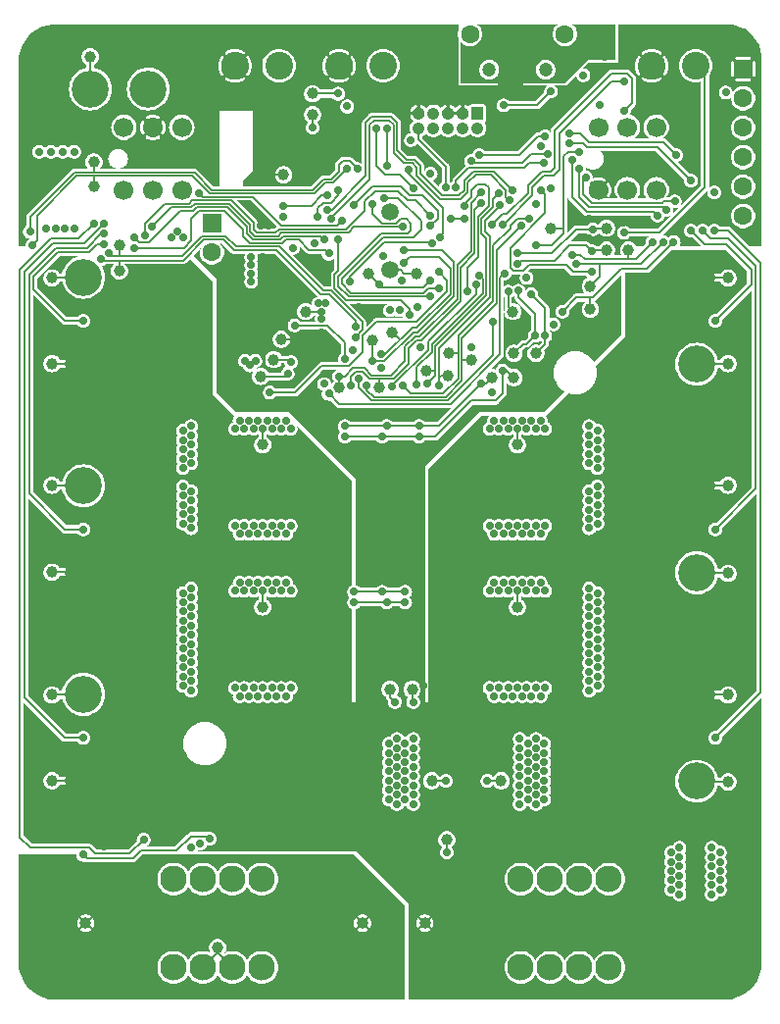
<source format=gbr>
G04 start of page 3 for group 1 idx 1 *
G04 Title: (unknown), bottom *
G04 Creator: pcb 1.99z *
G04 CreationDate: Tue 11 Feb 2014 00:02:26 GMT UTC *
G04 For: rbarlow *
G04 Format: Gerber/RS-274X *
G04 PCB-Dimensions (mm): 85.00 105.00 *
G04 PCB-Coordinate-Origin: lower left *
%MOMM*%
%FSLAX43Y43*%
%LNBOTTOM*%
%ADD78C,0.900*%
%ADD77C,1.450*%
%ADD76C,0.800*%
%ADD75C,0.650*%
%ADD74C,0.300*%
%ADD73C,0.700*%
%ADD72C,1.000*%
%ADD71C,1.700*%
%ADD70C,2.300*%
%ADD69C,1.500*%
%ADD68C,2.400*%
%ADD67C,1.200*%
%ADD66C,1.600*%
%ADD65C,1.050*%
%ADD64C,3.200*%
%ADD63C,2.162*%
%ADD62C,0.150*%
%ADD61C,0.200*%
%ADD60C,0.002*%
G54D60*G36*
X70549Y32402D02*X70600Y32398D01*
X70694Y32406D01*
X70786Y32428D01*
X70873Y32464D01*
X70954Y32513D01*
X71026Y32574D01*
X71087Y32646D01*
X71136Y32727D01*
X71172Y32814D01*
X71194Y32906D01*
X71200Y33000D01*
X71194Y33094D01*
X71193Y33098D01*
X74600Y36505D01*
Y23200D01*
X71593D01*
X71572Y23286D01*
X71536Y23373D01*
X71487Y23454D01*
X71426Y23526D01*
X71354Y23587D01*
X71273Y23636D01*
X71186Y23672D01*
X71094Y23694D01*
X71000Y23702D01*
X70906Y23694D01*
X70872Y23686D01*
X70836Y23773D01*
X70787Y23854D01*
X70726Y23926D01*
X70654Y23987D01*
X70573Y24036D01*
X70549Y24046D01*
Y28238D01*
X70653Y28408D01*
X70765Y28677D01*
X70807Y28850D01*
X71035D01*
X71091Y28758D01*
X71168Y28668D01*
X71258Y28591D01*
X71358Y28530D01*
X71468Y28485D01*
X71582Y28457D01*
X71700Y28448D01*
X71818Y28457D01*
X71932Y28485D01*
X72042Y28530D01*
X72142Y28591D01*
X72232Y28668D01*
X72309Y28758D01*
X72370Y28858D01*
X72415Y28968D01*
X72443Y29082D01*
X72450Y29200D01*
X72443Y29318D01*
X72415Y29432D01*
X72370Y29542D01*
X72309Y29642D01*
X72232Y29732D01*
X72142Y29809D01*
X72042Y29870D01*
X71932Y29915D01*
X71818Y29943D01*
X71700Y29952D01*
X71582Y29943D01*
X71468Y29915D01*
X71358Y29870D01*
X71258Y29809D01*
X71168Y29732D01*
X71091Y29642D01*
X71035Y29550D01*
X70831D01*
X70765Y29823D01*
X70653Y30092D01*
X70549Y30262D01*
Y32402D01*
G37*
G36*
Y50402D02*X70600Y50398D01*
X70694Y50406D01*
X70786Y50428D01*
X70873Y50464D01*
X70954Y50513D01*
X71026Y50574D01*
X71087Y50646D01*
X71136Y50727D01*
X71172Y50814D01*
X71194Y50906D01*
X71200Y51000D01*
X71194Y51094D01*
X71193Y51098D01*
X74150Y54055D01*
Y37045D01*
X70698Y33593D01*
X70694Y33594D01*
X70600Y33602D01*
X70549Y33598D01*
Y36350D01*
X71035D01*
X71091Y36258D01*
X71168Y36168D01*
X71258Y36091D01*
X71358Y36030D01*
X71468Y35985D01*
X71582Y35957D01*
X71700Y35948D01*
X71818Y35957D01*
X71932Y35985D01*
X72042Y36030D01*
X72142Y36091D01*
X72232Y36168D01*
X72309Y36258D01*
X72370Y36358D01*
X72415Y36468D01*
X72443Y36582D01*
X72450Y36700D01*
X72443Y36818D01*
X72415Y36932D01*
X72370Y37042D01*
X72309Y37142D01*
X72232Y37232D01*
X72142Y37309D01*
X72042Y37370D01*
X71932Y37415D01*
X71818Y37443D01*
X71700Y37452D01*
X71582Y37443D01*
X71468Y37415D01*
X71358Y37370D01*
X71258Y37309D01*
X71168Y37232D01*
X71091Y37142D01*
X71035Y37050D01*
X70549D01*
Y46238D01*
X70653Y46408D01*
X70765Y46677D01*
X70807Y46850D01*
X71035D01*
X71091Y46758D01*
X71168Y46668D01*
X71258Y46591D01*
X71358Y46530D01*
X71468Y46485D01*
X71582Y46457D01*
X71700Y46448D01*
X71818Y46457D01*
X71932Y46485D01*
X72042Y46530D01*
X72142Y46591D01*
X72232Y46668D01*
X72309Y46758D01*
X72370Y46858D01*
X72415Y46968D01*
X72443Y47082D01*
X72450Y47200D01*
X72443Y47318D01*
X72415Y47432D01*
X72370Y47542D01*
X72309Y47642D01*
X72232Y47732D01*
X72142Y47809D01*
X72042Y47870D01*
X71932Y47915D01*
X71818Y47943D01*
X71700Y47952D01*
X71582Y47943D01*
X71468Y47915D01*
X71358Y47870D01*
X71258Y47809D01*
X71168Y47732D01*
X71091Y47642D01*
X71035Y47550D01*
X70831D01*
X70765Y47823D01*
X70653Y48092D01*
X70549Y48262D01*
Y50402D01*
G37*
G36*
Y68402D02*X70600Y68398D01*
X70694Y68406D01*
X70786Y68428D01*
X70873Y68464D01*
X70954Y68513D01*
X71026Y68574D01*
X71087Y68646D01*
X71136Y68727D01*
X71172Y68814D01*
X71194Y68906D01*
X71200Y69000D01*
X71194Y69094D01*
X71193Y69098D01*
X73750Y71655D01*
Y54645D01*
X70698Y51593D01*
X70694Y51594D01*
X70600Y51602D01*
X70549Y51598D01*
Y54450D01*
X71035D01*
X71091Y54358D01*
X71168Y54268D01*
X71258Y54191D01*
X71358Y54130D01*
X71468Y54085D01*
X71582Y54057D01*
X71700Y54048D01*
X71818Y54057D01*
X71932Y54085D01*
X72042Y54130D01*
X72142Y54191D01*
X72232Y54268D01*
X72309Y54358D01*
X72370Y54458D01*
X72415Y54568D01*
X72443Y54682D01*
X72450Y54800D01*
X72443Y54918D01*
X72415Y55032D01*
X72370Y55142D01*
X72309Y55242D01*
X72232Y55332D01*
X72142Y55409D01*
X72042Y55470D01*
X71932Y55515D01*
X71818Y55543D01*
X71700Y55552D01*
X71582Y55543D01*
X71468Y55515D01*
X71358Y55470D01*
X71258Y55409D01*
X71168Y55332D01*
X71091Y55242D01*
X71035Y55150D01*
X70549D01*
Y64238D01*
X70653Y64408D01*
X70765Y64677D01*
X70831Y64950D01*
X71035D01*
X71091Y64858D01*
X71168Y64768D01*
X71258Y64691D01*
X71358Y64630D01*
X71468Y64585D01*
X71582Y64557D01*
X71700Y64548D01*
X71818Y64557D01*
X71932Y64585D01*
X72042Y64630D01*
X72142Y64691D01*
X72232Y64768D01*
X72309Y64858D01*
X72370Y64958D01*
X72415Y65068D01*
X72443Y65182D01*
X72450Y65300D01*
X72443Y65418D01*
X72415Y65532D01*
X72370Y65642D01*
X72309Y65742D01*
X72232Y65832D01*
X72142Y65909D01*
X72042Y65970D01*
X71932Y66015D01*
X71818Y66043D01*
X71700Y66052D01*
X71582Y66043D01*
X71468Y66015D01*
X71358Y65970D01*
X71258Y65909D01*
X71168Y65832D01*
X71091Y65742D01*
X71035Y65650D01*
X70807D01*
X70765Y65823D01*
X70653Y66092D01*
X70549Y66262D01*
Y68402D01*
G37*
G36*
Y75100D02*X71505D01*
X73350Y73255D01*
Y72245D01*
X70698Y69593D01*
X70694Y69594D01*
X70600Y69602D01*
X70549Y69598D01*
Y72350D01*
X71035D01*
X71091Y72258D01*
X71168Y72168D01*
X71258Y72091D01*
X71358Y72030D01*
X71468Y71985D01*
X71582Y71957D01*
X71700Y71948D01*
X71818Y71957D01*
X71932Y71985D01*
X72042Y72030D01*
X72142Y72091D01*
X72232Y72168D01*
X72309Y72258D01*
X72370Y72358D01*
X72415Y72468D01*
X72443Y72582D01*
X72450Y72700D01*
X72443Y72818D01*
X72415Y72932D01*
X72370Y73042D01*
X72309Y73142D01*
X72232Y73232D01*
X72142Y73309D01*
X72042Y73370D01*
X71932Y73415D01*
X71818Y73443D01*
X71700Y73452D01*
X71582Y73443D01*
X71468Y73415D01*
X71358Y73370D01*
X71258Y73309D01*
X71168Y73232D01*
X71091Y73142D01*
X71035Y73050D01*
X70549D01*
Y75100D01*
G37*
G36*
X14449Y74550D02*X15573D01*
X15427Y74515D01*
X15158Y74403D01*
X14909Y74251D01*
X14688Y74062D01*
X14499Y73841D01*
X14449Y73760D01*
Y74550D01*
G37*
G36*
X60049Y63487D02*X60153Y63658D01*
X60265Y63927D01*
X60333Y64210D01*
X60350Y64500D01*
X60333Y64790D01*
X60267Y65067D01*
X62800Y67600D01*
Y73150D01*
X64686D01*
X64700Y73149D01*
X64755Y73153D01*
X64755Y73153D01*
X64808Y73166D01*
X64859Y73187D01*
X64906Y73216D01*
X64948Y73252D01*
X64957Y73262D01*
X66795Y75100D01*
X70549D01*
Y73050D01*
X69180D01*
X69159Y73063D01*
X69108Y73084D01*
X69055Y73097D01*
X69000Y73101D01*
X68945Y73097D01*
X68892Y73084D01*
X68841Y73063D01*
X68794Y73034D01*
X68752Y72998D01*
X68716Y72956D01*
X68687Y72909D01*
X68666Y72858D01*
X68653Y72805D01*
X68649Y72750D01*
X68653Y72695D01*
X68666Y72642D01*
X68687Y72591D01*
X68716Y72544D01*
X68753Y72503D01*
X68793Y72462D01*
X68802Y72452D01*
X68844Y72416D01*
X68844Y72416D01*
X68891Y72387D01*
X68942Y72366D01*
X68995Y72353D01*
X69050Y72349D01*
X69064Y72350D01*
X70549D01*
Y69598D01*
X70506Y69594D01*
X70414Y69572D01*
X70327Y69536D01*
X70246Y69487D01*
X70174Y69426D01*
X70113Y69354D01*
X70064Y69273D01*
X70028Y69186D01*
X70006Y69094D01*
X69998Y69000D01*
X70006Y68906D01*
X70028Y68814D01*
X70064Y68727D01*
X70113Y68646D01*
X70174Y68574D01*
X70246Y68513D01*
X70327Y68464D01*
X70414Y68428D01*
X70506Y68406D01*
X70549Y68402D01*
Y66262D01*
X70501Y66341D01*
X70312Y66562D01*
X70091Y66751D01*
X69842Y66903D01*
X69573Y67015D01*
X69290Y67083D01*
X69000Y67106D01*
X68710Y67083D01*
X68427Y67015D01*
X68158Y66903D01*
X67909Y66751D01*
X67688Y66562D01*
X67499Y66341D01*
X67347Y66092D01*
X67235Y65823D01*
X67167Y65540D01*
X67144Y65250D01*
X67167Y64960D01*
X67235Y64677D01*
X67347Y64408D01*
X67499Y64159D01*
X67688Y63938D01*
X67909Y63749D01*
X68158Y63597D01*
X68427Y63485D01*
X68710Y63417D01*
X69000Y63394D01*
X69290Y63417D01*
X69573Y63485D01*
X69842Y63597D01*
X70091Y63749D01*
X70312Y63938D01*
X70501Y64159D01*
X70549Y64238D01*
Y55150D01*
X69064D01*
X69050Y55151D01*
X68995Y55147D01*
X68942Y55134D01*
X68891Y55113D01*
X68844Y55084D01*
X68844Y55084D01*
X68802Y55048D01*
X68793Y55038D01*
X68753Y54997D01*
X68716Y54956D01*
X68687Y54909D01*
X68666Y54858D01*
X68653Y54805D01*
X68649Y54750D01*
X68653Y54695D01*
X68666Y54642D01*
X68687Y54591D01*
X68716Y54544D01*
X68752Y54502D01*
X68794Y54466D01*
X68841Y54437D01*
X68892Y54416D01*
X68945Y54403D01*
X69000Y54399D01*
X69055Y54403D01*
X69108Y54416D01*
X69159Y54437D01*
X69180Y54450D01*
X70549D01*
Y51598D01*
X70506Y51594D01*
X70414Y51572D01*
X70327Y51536D01*
X70246Y51487D01*
X70174Y51426D01*
X70113Y51354D01*
X70064Y51273D01*
X70028Y51186D01*
X70006Y51094D01*
X69998Y51000D01*
X70006Y50906D01*
X70028Y50814D01*
X70064Y50727D01*
X70113Y50646D01*
X70174Y50574D01*
X70246Y50513D01*
X70327Y50464D01*
X70414Y50428D01*
X70506Y50406D01*
X70549Y50402D01*
Y48262D01*
X70501Y48341D01*
X70312Y48562D01*
X70091Y48751D01*
X69842Y48903D01*
X69573Y49015D01*
X69290Y49083D01*
X69000Y49106D01*
X68710Y49083D01*
X68427Y49015D01*
X68158Y48903D01*
X67909Y48751D01*
X67688Y48562D01*
X67499Y48341D01*
X67347Y48092D01*
X67235Y47823D01*
X67167Y47540D01*
X67144Y47250D01*
X67167Y46960D01*
X67235Y46677D01*
X67347Y46408D01*
X67499Y46159D01*
X67688Y45938D01*
X67909Y45749D01*
X68158Y45597D01*
X68427Y45485D01*
X68710Y45417D01*
X69000Y45394D01*
X69290Y45417D01*
X69573Y45485D01*
X69842Y45597D01*
X70091Y45749D01*
X70312Y45938D01*
X70501Y46159D01*
X70549Y46238D01*
Y37050D01*
X69180D01*
X69159Y37063D01*
X69108Y37084D01*
X69055Y37097D01*
X69000Y37101D01*
X68945Y37097D01*
X68892Y37084D01*
X68841Y37063D01*
X68794Y37034D01*
X68752Y36998D01*
X68716Y36956D01*
X68687Y36909D01*
X68666Y36858D01*
X68653Y36805D01*
X68649Y36750D01*
X68653Y36695D01*
X68666Y36642D01*
X68687Y36591D01*
X68716Y36544D01*
X68753Y36503D01*
X68793Y36462D01*
X68802Y36452D01*
X68844Y36416D01*
X68844Y36416D01*
X68891Y36387D01*
X68942Y36366D01*
X68995Y36353D01*
X69050Y36349D01*
X69064Y36350D01*
X70549D01*
Y33598D01*
X70506Y33594D01*
X70414Y33572D01*
X70327Y33536D01*
X70246Y33487D01*
X70174Y33426D01*
X70113Y33354D01*
X70064Y33273D01*
X70028Y33186D01*
X70006Y33094D01*
X69998Y33000D01*
X70006Y32906D01*
X70028Y32814D01*
X70064Y32727D01*
X70113Y32646D01*
X70174Y32574D01*
X70246Y32513D01*
X70327Y32464D01*
X70414Y32428D01*
X70506Y32406D01*
X70549Y32402D01*
Y30262D01*
X70501Y30341D01*
X70312Y30562D01*
X70091Y30751D01*
X69842Y30903D01*
X69573Y31015D01*
X69290Y31083D01*
X69000Y31106D01*
X68710Y31083D01*
X68427Y31015D01*
X68158Y30903D01*
X67909Y30751D01*
X67688Y30562D01*
X67499Y30341D01*
X67347Y30092D01*
X67235Y29823D01*
X67167Y29540D01*
X67144Y29250D01*
X67167Y28960D01*
X67235Y28677D01*
X67347Y28408D01*
X67499Y28159D01*
X67688Y27938D01*
X67909Y27749D01*
X68158Y27597D01*
X68427Y27485D01*
X68710Y27417D01*
X69000Y27394D01*
X69290Y27417D01*
X69573Y27485D01*
X69842Y27597D01*
X70091Y27749D01*
X70312Y27938D01*
X70501Y28159D01*
X70549Y28238D01*
Y24046D01*
X70486Y24072D01*
X70394Y24094D01*
X70300Y24102D01*
X70206Y24094D01*
X70114Y24072D01*
X70027Y24036D01*
X69946Y23987D01*
X69874Y23926D01*
X69813Y23854D01*
X69764Y23773D01*
X69728Y23686D01*
X69706Y23594D01*
X69698Y23500D01*
X69706Y23406D01*
X69728Y23314D01*
X69764Y23227D01*
X69780Y23200D01*
X68020D01*
X68036Y23227D01*
X68072Y23314D01*
X68094Y23406D01*
X68100Y23500D01*
X68094Y23594D01*
X68072Y23686D01*
X68036Y23773D01*
X67987Y23854D01*
X67926Y23926D01*
X67854Y23987D01*
X67773Y24036D01*
X67686Y24072D01*
X67594Y24094D01*
X67500Y24102D01*
X67406Y24094D01*
X67314Y24072D01*
X67227Y24036D01*
X67146Y23987D01*
X67074Y23926D01*
X67013Y23854D01*
X66964Y23773D01*
X66928Y23686D01*
X66894Y23694D01*
X66800Y23702D01*
X66706Y23694D01*
X66614Y23672D01*
X66527Y23636D01*
X66446Y23587D01*
X66374Y23526D01*
X66313Y23454D01*
X66264Y23373D01*
X66228Y23286D01*
X66207Y23200D01*
X60049D01*
Y36610D01*
X60054Y36613D01*
X60126Y36674D01*
X60187Y36746D01*
X60236Y36827D01*
X60272Y36914D01*
X60306Y36906D01*
X60400Y36898D01*
X60494Y36906D01*
X60586Y36928D01*
X60673Y36964D01*
X60754Y37013D01*
X60826Y37074D01*
X60887Y37146D01*
X60936Y37227D01*
X60972Y37314D01*
X60994Y37406D01*
X61000Y37500D01*
X60994Y37594D01*
X60972Y37686D01*
X60936Y37773D01*
X60887Y37854D01*
X60847Y37900D01*
X60887Y37946D01*
X60936Y38027D01*
X60972Y38114D01*
X60994Y38206D01*
X61000Y38300D01*
X60994Y38394D01*
X60972Y38486D01*
X60936Y38573D01*
X60887Y38654D01*
X60847Y38700D01*
X60887Y38746D01*
X60936Y38827D01*
X60972Y38914D01*
X60994Y39006D01*
X61000Y39100D01*
X60994Y39194D01*
X60972Y39286D01*
X60936Y39373D01*
X60887Y39454D01*
X60847Y39500D01*
X60887Y39546D01*
X60936Y39627D01*
X60972Y39714D01*
X60994Y39806D01*
X61000Y39900D01*
X60994Y39994D01*
X60972Y40086D01*
X60936Y40173D01*
X60887Y40254D01*
X60847Y40300D01*
X60887Y40346D01*
X60936Y40427D01*
X60972Y40514D01*
X60994Y40606D01*
X61000Y40700D01*
X60994Y40794D01*
X60972Y40886D01*
X60936Y40973D01*
X60887Y41054D01*
X60847Y41100D01*
X60887Y41146D01*
X60936Y41227D01*
X60972Y41314D01*
X60994Y41406D01*
X61000Y41500D01*
X60994Y41594D01*
X60972Y41686D01*
X60936Y41773D01*
X60887Y41854D01*
X60847Y41900D01*
X60887Y41946D01*
X60936Y42027D01*
X60972Y42114D01*
X60994Y42206D01*
X61000Y42300D01*
X60994Y42394D01*
X60972Y42486D01*
X60936Y42573D01*
X60887Y42654D01*
X60847Y42700D01*
X60887Y42746D01*
X60936Y42827D01*
X60972Y42914D01*
X60994Y43006D01*
X61000Y43100D01*
X60994Y43194D01*
X60972Y43286D01*
X60936Y43373D01*
X60887Y43454D01*
X60847Y43500D01*
X60887Y43546D01*
X60936Y43627D01*
X60972Y43714D01*
X60994Y43806D01*
X61000Y43900D01*
X60994Y43994D01*
X60972Y44086D01*
X60936Y44173D01*
X60887Y44254D01*
X60847Y44300D01*
X60887Y44346D01*
X60936Y44427D01*
X60972Y44514D01*
X60994Y44606D01*
X61000Y44700D01*
X60994Y44794D01*
X60972Y44886D01*
X60936Y44973D01*
X60887Y45054D01*
X60847Y45100D01*
X60887Y45146D01*
X60936Y45227D01*
X60972Y45314D01*
X60994Y45406D01*
X61000Y45500D01*
X60994Y45594D01*
X60972Y45686D01*
X60936Y45773D01*
X60887Y45854D01*
X60826Y45926D01*
X60754Y45987D01*
X60673Y46036D01*
X60586Y46072D01*
X60494Y46094D01*
X60400Y46102D01*
X60306Y46094D01*
X60272Y46086D01*
X60236Y46173D01*
X60187Y46254D01*
X60126Y46326D01*
X60054Y46387D01*
X60049Y46390D01*
Y50610D01*
X60054Y50613D01*
X60126Y50674D01*
X60187Y50746D01*
X60236Y50827D01*
X60272Y50914D01*
X60306Y50906D01*
X60400Y50898D01*
X60494Y50906D01*
X60586Y50928D01*
X60673Y50964D01*
X60754Y51013D01*
X60826Y51074D01*
X60887Y51146D01*
X60936Y51227D01*
X60972Y51314D01*
X60994Y51406D01*
X61000Y51500D01*
X60994Y51594D01*
X60972Y51686D01*
X60936Y51773D01*
X60887Y51854D01*
X60847Y51900D01*
X60887Y51946D01*
X60936Y52027D01*
X60972Y52114D01*
X60994Y52206D01*
X61000Y52300D01*
X60994Y52394D01*
X60972Y52486D01*
X60936Y52573D01*
X60887Y52654D01*
X60847Y52700D01*
X60887Y52746D01*
X60936Y52827D01*
X60972Y52914D01*
X60994Y53006D01*
X61000Y53100D01*
X60994Y53194D01*
X60972Y53286D01*
X60936Y53373D01*
X60887Y53454D01*
X60847Y53500D01*
X60887Y53546D01*
X60936Y53627D01*
X60972Y53714D01*
X60994Y53806D01*
X61000Y53900D01*
X60994Y53994D01*
X60972Y54086D01*
X60936Y54173D01*
X60887Y54254D01*
X60847Y54300D01*
X60887Y54346D01*
X60936Y54427D01*
X60972Y54514D01*
X60994Y54606D01*
X61000Y54700D01*
X60994Y54794D01*
X60972Y54886D01*
X60936Y54973D01*
X60887Y55054D01*
X60826Y55126D01*
X60754Y55187D01*
X60673Y55236D01*
X60586Y55272D01*
X60494Y55294D01*
X60400Y55302D01*
X60306Y55294D01*
X60214Y55272D01*
X60127Y55236D01*
X60049Y55189D01*
Y55811D01*
X60127Y55764D01*
X60214Y55728D01*
X60306Y55706D01*
X60400Y55698D01*
X60494Y55706D01*
X60586Y55728D01*
X60673Y55764D01*
X60754Y55813D01*
X60826Y55874D01*
X60887Y55946D01*
X60936Y56027D01*
X60972Y56114D01*
X60994Y56206D01*
X61000Y56300D01*
X60994Y56394D01*
X60972Y56486D01*
X60936Y56573D01*
X60887Y56654D01*
X60847Y56700D01*
X60887Y56746D01*
X60936Y56827D01*
X60972Y56914D01*
X60994Y57006D01*
X61000Y57100D01*
X60994Y57194D01*
X60972Y57286D01*
X60936Y57373D01*
X60887Y57454D01*
X60847Y57500D01*
X60887Y57546D01*
X60936Y57627D01*
X60972Y57714D01*
X60994Y57806D01*
X61000Y57900D01*
X60994Y57994D01*
X60972Y58086D01*
X60936Y58173D01*
X60887Y58254D01*
X60847Y58300D01*
X60887Y58346D01*
X60936Y58427D01*
X60972Y58514D01*
X60994Y58606D01*
X61000Y58700D01*
X60994Y58794D01*
X60972Y58886D01*
X60936Y58973D01*
X60887Y59054D01*
X60847Y59100D01*
X60887Y59146D01*
X60936Y59227D01*
X60972Y59314D01*
X60994Y59406D01*
X61000Y59500D01*
X60994Y59594D01*
X60972Y59686D01*
X60936Y59773D01*
X60887Y59854D01*
X60826Y59926D01*
X60754Y59987D01*
X60673Y60036D01*
X60586Y60072D01*
X60494Y60094D01*
X60400Y60102D01*
X60306Y60094D01*
X60272Y60086D01*
X60236Y60173D01*
X60187Y60254D01*
X60126Y60326D01*
X60054Y60387D01*
X60049Y60390D01*
Y63487D01*
G37*
G36*
X54749Y59211D02*X54827Y59164D01*
X54914Y59128D01*
X55006Y59106D01*
X55100Y59098D01*
X55194Y59106D01*
X55286Y59128D01*
X55373Y59164D01*
X55454Y59213D01*
X55500Y59253D01*
X55546Y59213D01*
X55627Y59164D01*
X55714Y59128D01*
X55806Y59106D01*
X55900Y59098D01*
X55994Y59106D01*
X56086Y59128D01*
X56173Y59164D01*
X56254Y59213D01*
X56326Y59274D01*
X56387Y59346D01*
X56436Y59427D01*
X56472Y59514D01*
X56494Y59606D01*
X56500Y59700D01*
X56494Y59794D01*
X56472Y59886D01*
X56436Y59973D01*
X56387Y60054D01*
X56326Y60126D01*
X56254Y60187D01*
X56173Y60236D01*
X56086Y60272D01*
X56094Y60306D01*
X56100Y60400D01*
X56094Y60494D01*
X56072Y60586D01*
X56036Y60673D01*
X55987Y60754D01*
X55947Y60800D01*
X56000D01*
X57933Y62733D01*
X58210Y62667D01*
X58500Y62644D01*
X58790Y62667D01*
X59073Y62735D01*
X59342Y62847D01*
X59591Y62999D01*
X59812Y63188D01*
X60001Y63409D01*
X60049Y63487D01*
Y60390D01*
X59973Y60436D01*
X59886Y60472D01*
X59794Y60494D01*
X59700Y60502D01*
X59606Y60494D01*
X59514Y60472D01*
X59427Y60436D01*
X59346Y60387D01*
X59274Y60326D01*
X59213Y60254D01*
X59164Y60173D01*
X59128Y60086D01*
X59106Y59994D01*
X59098Y59900D01*
X59106Y59806D01*
X59128Y59714D01*
X59164Y59627D01*
X59213Y59546D01*
X59253Y59500D01*
X59213Y59454D01*
X59164Y59373D01*
X59128Y59286D01*
X59106Y59194D01*
X59098Y59100D01*
X59106Y59006D01*
X59128Y58914D01*
X59164Y58827D01*
X59213Y58746D01*
X59253Y58700D01*
X59213Y58654D01*
X59164Y58573D01*
X59128Y58486D01*
X59106Y58394D01*
X59098Y58300D01*
X59106Y58206D01*
X59128Y58114D01*
X59164Y58027D01*
X59213Y57946D01*
X59253Y57900D01*
X59213Y57854D01*
X59164Y57773D01*
X59128Y57686D01*
X59106Y57594D01*
X59098Y57500D01*
X59106Y57406D01*
X59128Y57314D01*
X59164Y57227D01*
X59213Y57146D01*
X59253Y57100D01*
X59213Y57054D01*
X59164Y56973D01*
X59128Y56886D01*
X59106Y56794D01*
X59098Y56700D01*
X59106Y56606D01*
X59128Y56514D01*
X59164Y56427D01*
X59213Y56346D01*
X59274Y56274D01*
X59346Y56213D01*
X59427Y56164D01*
X59514Y56128D01*
X59606Y56106D01*
X59700Y56098D01*
X59794Y56106D01*
X59828Y56114D01*
X59864Y56027D01*
X59913Y55946D01*
X59974Y55874D01*
X60046Y55813D01*
X60049Y55811D01*
Y55189D01*
X60046Y55187D01*
X59974Y55126D01*
X59913Y55054D01*
X59864Y54973D01*
X59828Y54886D01*
X59794Y54894D01*
X59700Y54902D01*
X59606Y54894D01*
X59514Y54872D01*
X59427Y54836D01*
X59346Y54787D01*
X59274Y54726D01*
X59213Y54654D01*
X59164Y54573D01*
X59128Y54486D01*
X59106Y54394D01*
X59098Y54300D01*
X59106Y54206D01*
X59128Y54114D01*
X59164Y54027D01*
X59213Y53946D01*
X59253Y53900D01*
X59213Y53854D01*
X59164Y53773D01*
X59128Y53686D01*
X59106Y53594D01*
X59098Y53500D01*
X59106Y53406D01*
X59128Y53314D01*
X59164Y53227D01*
X59213Y53146D01*
X59253Y53100D01*
X59213Y53054D01*
X59164Y52973D01*
X59128Y52886D01*
X59106Y52794D01*
X59098Y52700D01*
X59106Y52606D01*
X59128Y52514D01*
X59164Y52427D01*
X59213Y52346D01*
X59253Y52300D01*
X59213Y52254D01*
X59164Y52173D01*
X59128Y52086D01*
X59106Y51994D01*
X59098Y51900D01*
X59106Y51806D01*
X59128Y51714D01*
X59164Y51627D01*
X59213Y51546D01*
X59253Y51500D01*
X59213Y51454D01*
X59164Y51373D01*
X59128Y51286D01*
X59106Y51194D01*
X59098Y51100D01*
X59106Y51006D01*
X59128Y50914D01*
X59164Y50827D01*
X59213Y50746D01*
X59274Y50674D01*
X59346Y50613D01*
X59427Y50564D01*
X59514Y50528D01*
X59606Y50506D01*
X59700Y50498D01*
X59794Y50506D01*
X59886Y50528D01*
X59973Y50564D01*
X60049Y50610D01*
Y46390D01*
X59973Y46436D01*
X59886Y46472D01*
X59794Y46494D01*
X59700Y46502D01*
X59606Y46494D01*
X59514Y46472D01*
X59427Y46436D01*
X59346Y46387D01*
X59274Y46326D01*
X59213Y46254D01*
X59164Y46173D01*
X59128Y46086D01*
X59106Y45994D01*
X59098Y45900D01*
X59106Y45806D01*
X59128Y45714D01*
X59164Y45627D01*
X59213Y45546D01*
X59253Y45500D01*
X59213Y45454D01*
X59164Y45373D01*
X59128Y45286D01*
X59106Y45194D01*
X59098Y45100D01*
X59106Y45006D01*
X59128Y44914D01*
X59164Y44827D01*
X59213Y44746D01*
X59253Y44700D01*
X59213Y44654D01*
X59164Y44573D01*
X59128Y44486D01*
X59106Y44394D01*
X59098Y44300D01*
X59106Y44206D01*
X59128Y44114D01*
X59164Y44027D01*
X59213Y43946D01*
X59253Y43900D01*
X59213Y43854D01*
X59164Y43773D01*
X59128Y43686D01*
X59106Y43594D01*
X59098Y43500D01*
X59106Y43406D01*
X59128Y43314D01*
X59164Y43227D01*
X59213Y43146D01*
X59253Y43100D01*
X59213Y43054D01*
X59164Y42973D01*
X59128Y42886D01*
X59106Y42794D01*
X59098Y42700D01*
X59106Y42606D01*
X59128Y42514D01*
X59164Y42427D01*
X59213Y42346D01*
X59253Y42300D01*
X59213Y42254D01*
X59164Y42173D01*
X59128Y42086D01*
X59106Y41994D01*
X59098Y41900D01*
X59106Y41806D01*
X59128Y41714D01*
X59164Y41627D01*
X59213Y41546D01*
X59253Y41500D01*
X59213Y41454D01*
X59164Y41373D01*
X59128Y41286D01*
X59106Y41194D01*
X59098Y41100D01*
X59106Y41006D01*
X59128Y40914D01*
X59164Y40827D01*
X59213Y40746D01*
X59253Y40700D01*
X59213Y40654D01*
X59164Y40573D01*
X59128Y40486D01*
X59106Y40394D01*
X59098Y40300D01*
X59106Y40206D01*
X59128Y40114D01*
X59164Y40027D01*
X59213Y39946D01*
X59253Y39900D01*
X59213Y39854D01*
X59164Y39773D01*
X59128Y39686D01*
X59106Y39594D01*
X59098Y39500D01*
X59106Y39406D01*
X59128Y39314D01*
X59164Y39227D01*
X59213Y39146D01*
X59253Y39100D01*
X59213Y39054D01*
X59164Y38973D01*
X59128Y38886D01*
X59106Y38794D01*
X59098Y38700D01*
X59106Y38606D01*
X59128Y38514D01*
X59164Y38427D01*
X59213Y38346D01*
X59253Y38300D01*
X59213Y38254D01*
X59164Y38173D01*
X59128Y38086D01*
X59106Y37994D01*
X59098Y37900D01*
X59106Y37806D01*
X59128Y37714D01*
X59164Y37627D01*
X59213Y37546D01*
X59253Y37500D01*
X59213Y37454D01*
X59164Y37373D01*
X59128Y37286D01*
X59106Y37194D01*
X59098Y37100D01*
X59106Y37006D01*
X59128Y36914D01*
X59164Y36827D01*
X59213Y36746D01*
X59274Y36674D01*
X59346Y36613D01*
X59427Y36564D01*
X59514Y36528D01*
X59606Y36506D01*
X59700Y36498D01*
X59794Y36506D01*
X59886Y36528D01*
X59973Y36564D01*
X60049Y36610D01*
Y23200D01*
X54749D01*
Y26811D01*
X54827Y26764D01*
X54914Y26728D01*
X55006Y26706D01*
X55100Y26698D01*
X55194Y26706D01*
X55286Y26728D01*
X55373Y26764D01*
X55454Y26813D01*
X55526Y26874D01*
X55587Y26946D01*
X55636Y27027D01*
X55672Y27114D01*
X55706Y27106D01*
X55800Y27098D01*
X55894Y27106D01*
X55986Y27128D01*
X56073Y27164D01*
X56154Y27213D01*
X56226Y27274D01*
X56287Y27346D01*
X56336Y27427D01*
X56372Y27514D01*
X56394Y27606D01*
X56400Y27700D01*
X56394Y27794D01*
X56372Y27886D01*
X56336Y27973D01*
X56287Y28054D01*
X56247Y28100D01*
X56287Y28146D01*
X56336Y28227D01*
X56372Y28314D01*
X56394Y28406D01*
X56400Y28500D01*
X56394Y28594D01*
X56372Y28686D01*
X56336Y28773D01*
X56287Y28854D01*
X56247Y28900D01*
X56287Y28946D01*
X56336Y29027D01*
X56372Y29114D01*
X56394Y29206D01*
X56400Y29300D01*
X56394Y29394D01*
X56372Y29486D01*
X56336Y29573D01*
X56287Y29654D01*
X56247Y29700D01*
X56287Y29746D01*
X56336Y29827D01*
X56372Y29914D01*
X56394Y30006D01*
X56400Y30100D01*
X56394Y30194D01*
X56372Y30286D01*
X56336Y30373D01*
X56287Y30454D01*
X56247Y30500D01*
X56287Y30546D01*
X56336Y30627D01*
X56372Y30714D01*
X56394Y30806D01*
X56400Y30900D01*
X56394Y30994D01*
X56372Y31086D01*
X56336Y31173D01*
X56287Y31254D01*
X56247Y31300D01*
X56287Y31346D01*
X56336Y31427D01*
X56372Y31514D01*
X56394Y31606D01*
X56400Y31700D01*
X56394Y31794D01*
X56372Y31886D01*
X56336Y31973D01*
X56287Y32054D01*
X56247Y32100D01*
X56287Y32146D01*
X56336Y32227D01*
X56372Y32314D01*
X56394Y32406D01*
X56400Y32500D01*
X56394Y32594D01*
X56372Y32686D01*
X56336Y32773D01*
X56287Y32854D01*
X56226Y32926D01*
X56154Y32987D01*
X56073Y33036D01*
X55986Y33072D01*
X55894Y33094D01*
X55800Y33102D01*
X55706Y33094D01*
X55672Y33086D01*
X55636Y33173D01*
X55587Y33254D01*
X55526Y33326D01*
X55454Y33387D01*
X55373Y33436D01*
X55286Y33472D01*
X55194Y33494D01*
X55100Y33502D01*
X55006Y33494D01*
X54914Y33472D01*
X54827Y33436D01*
X54749Y33389D01*
Y36002D01*
X54794Y36006D01*
X54886Y36028D01*
X54973Y36064D01*
X55054Y36113D01*
X55100Y36153D01*
X55146Y36113D01*
X55227Y36064D01*
X55314Y36028D01*
X55406Y36006D01*
X55500Y35998D01*
X55594Y36006D01*
X55686Y36028D01*
X55773Y36064D01*
X55854Y36113D01*
X55926Y36174D01*
X55987Y36246D01*
X56036Y36327D01*
X56072Y36414D01*
X56094Y36506D01*
X56100Y36600D01*
X56094Y36694D01*
X56086Y36728D01*
X56173Y36764D01*
X56254Y36813D01*
X56326Y36874D01*
X56387Y36946D01*
X56436Y37027D01*
X56472Y37114D01*
X56494Y37206D01*
X56500Y37300D01*
X56494Y37394D01*
X56472Y37486D01*
X56436Y37573D01*
X56387Y37654D01*
X56326Y37726D01*
X56254Y37787D01*
X56173Y37836D01*
X56086Y37872D01*
X55994Y37894D01*
X55900Y37902D01*
X55806Y37894D01*
X55714Y37872D01*
X55627Y37836D01*
X55546Y37787D01*
X55500Y37747D01*
X55454Y37787D01*
X55373Y37836D01*
X55286Y37872D01*
X55194Y37894D01*
X55100Y37902D01*
X55006Y37894D01*
X54914Y37872D01*
X54827Y37836D01*
X54749Y37789D01*
Y45211D01*
X54827Y45164D01*
X54914Y45128D01*
X55006Y45106D01*
X55100Y45098D01*
X55194Y45106D01*
X55286Y45128D01*
X55373Y45164D01*
X55454Y45213D01*
X55500Y45253D01*
X55546Y45213D01*
X55627Y45164D01*
X55714Y45128D01*
X55806Y45106D01*
X55900Y45098D01*
X55994Y45106D01*
X56086Y45128D01*
X56173Y45164D01*
X56254Y45213D01*
X56326Y45274D01*
X56387Y45346D01*
X56436Y45427D01*
X56472Y45514D01*
X56494Y45606D01*
X56500Y45700D01*
X56494Y45794D01*
X56472Y45886D01*
X56436Y45973D01*
X56387Y46054D01*
X56326Y46126D01*
X56254Y46187D01*
X56173Y46236D01*
X56086Y46272D01*
X56094Y46306D01*
X56100Y46400D01*
X56094Y46494D01*
X56072Y46586D01*
X56036Y46673D01*
X55987Y46754D01*
X55926Y46826D01*
X55854Y46887D01*
X55773Y46936D01*
X55686Y46972D01*
X55594Y46994D01*
X55500Y47002D01*
X55406Y46994D01*
X55314Y46972D01*
X55227Y46936D01*
X55146Y46887D01*
X55100Y46847D01*
X55054Y46887D01*
X54973Y46936D01*
X54886Y46972D01*
X54794Y46994D01*
X54749Y46998D01*
Y50002D01*
X54794Y50006D01*
X54886Y50028D01*
X54973Y50064D01*
X55054Y50113D01*
X55100Y50153D01*
X55146Y50113D01*
X55227Y50064D01*
X55314Y50028D01*
X55406Y50006D01*
X55500Y49998D01*
X55594Y50006D01*
X55686Y50028D01*
X55773Y50064D01*
X55854Y50113D01*
X55926Y50174D01*
X55987Y50246D01*
X56036Y50327D01*
X56072Y50414D01*
X56094Y50506D01*
X56100Y50600D01*
X56094Y50694D01*
X56086Y50728D01*
X56173Y50764D01*
X56254Y50813D01*
X56326Y50874D01*
X56387Y50946D01*
X56436Y51027D01*
X56472Y51114D01*
X56494Y51206D01*
X56500Y51300D01*
X56494Y51394D01*
X56472Y51486D01*
X56436Y51573D01*
X56387Y51654D01*
X56326Y51726D01*
X56254Y51787D01*
X56173Y51836D01*
X56086Y51872D01*
X55994Y51894D01*
X55900Y51902D01*
X55806Y51894D01*
X55714Y51872D01*
X55627Y51836D01*
X55546Y51787D01*
X55500Y51747D01*
X55454Y51787D01*
X55373Y51836D01*
X55286Y51872D01*
X55194Y51894D01*
X55100Y51902D01*
X55006Y51894D01*
X54914Y51872D01*
X54827Y51836D01*
X54749Y51789D01*
Y59211D01*
G37*
G36*
Y46998D02*X54700Y47002D01*
X54606Y46994D01*
X54514Y46972D01*
X54427Y46936D01*
X54346Y46887D01*
X54300Y46847D01*
X54254Y46887D01*
X54173Y46936D01*
X54086Y46972D01*
X53994Y46994D01*
X53900Y47002D01*
X53806Y46994D01*
X53714Y46972D01*
X53627Y46936D01*
X53546Y46887D01*
X53500Y46847D01*
X53454Y46887D01*
X53373Y46936D01*
X53286Y46972D01*
X53194Y46994D01*
X53100Y47002D01*
X53006Y46994D01*
X52914Y46972D01*
X52827Y46936D01*
X52746Y46887D01*
X52700Y46847D01*
X52654Y46887D01*
X52573Y46936D01*
X52486Y46972D01*
X52394Y46994D01*
X52300Y47002D01*
X52206Y46994D01*
X52114Y46972D01*
X52027Y46936D01*
X51946Y46887D01*
X51900Y46847D01*
X51854Y46887D01*
X51773Y46936D01*
X51686Y46972D01*
X51594Y46994D01*
X51574Y46996D01*
Y50004D01*
X51594Y50006D01*
X51686Y50028D01*
X51773Y50064D01*
X51854Y50113D01*
X51900Y50153D01*
X51946Y50113D01*
X52027Y50064D01*
X52114Y50028D01*
X52206Y50006D01*
X52300Y49998D01*
X52394Y50006D01*
X52486Y50028D01*
X52573Y50064D01*
X52654Y50113D01*
X52700Y50153D01*
X52746Y50113D01*
X52827Y50064D01*
X52914Y50028D01*
X53006Y50006D01*
X53100Y49998D01*
X53194Y50006D01*
X53286Y50028D01*
X53373Y50064D01*
X53454Y50113D01*
X53500Y50153D01*
X53546Y50113D01*
X53627Y50064D01*
X53714Y50028D01*
X53806Y50006D01*
X53900Y49998D01*
X53994Y50006D01*
X54086Y50028D01*
X54173Y50064D01*
X54254Y50113D01*
X54300Y50153D01*
X54346Y50113D01*
X54427Y50064D01*
X54514Y50028D01*
X54606Y50006D01*
X54700Y49998D01*
X54749Y50002D01*
Y46998D01*
G37*
G36*
Y37789D02*X54746Y37787D01*
X54700Y37747D01*
X54654Y37787D01*
X54573Y37836D01*
X54486Y37872D01*
X54394Y37894D01*
X54300Y37902D01*
X54206Y37894D01*
X54114Y37872D01*
X54027Y37836D01*
X53946Y37787D01*
X53900Y37747D01*
X53854Y37787D01*
X53773Y37836D01*
X53686Y37872D01*
X53594Y37894D01*
X53500Y37902D01*
X53406Y37894D01*
X53314Y37872D01*
X53227Y37836D01*
X53146Y37787D01*
X53100Y37747D01*
X53054Y37787D01*
X52973Y37836D01*
X52886Y37872D01*
X52794Y37894D01*
X52700Y37902D01*
X52606Y37894D01*
X52514Y37872D01*
X52427Y37836D01*
X52346Y37787D01*
X52300Y37747D01*
X52254Y37787D01*
X52173Y37836D01*
X52086Y37872D01*
X51994Y37894D01*
X51900Y37902D01*
X51806Y37894D01*
X51714Y37872D01*
X51627Y37836D01*
X51574Y37804D01*
Y45196D01*
X51627Y45164D01*
X51714Y45128D01*
X51806Y45106D01*
X51900Y45098D01*
X51994Y45106D01*
X52086Y45128D01*
X52173Y45164D01*
X52254Y45213D01*
X52300Y45253D01*
X52346Y45213D01*
X52427Y45164D01*
X52514Y45128D01*
X52606Y45106D01*
X52700Y45098D01*
X52794Y45106D01*
X52886Y45128D01*
X52973Y45164D01*
X53054Y45213D01*
X53100Y45253D01*
X53146Y45213D01*
X53150Y45211D01*
Y44965D01*
X53058Y44909D01*
X52968Y44832D01*
X52891Y44742D01*
X52830Y44642D01*
X52785Y44532D01*
X52757Y44418D01*
X52748Y44300D01*
X52757Y44182D01*
X52785Y44068D01*
X52830Y43958D01*
X52891Y43858D01*
X52968Y43768D01*
X53058Y43691D01*
X53158Y43630D01*
X53268Y43585D01*
X53382Y43557D01*
X53500Y43548D01*
X53618Y43557D01*
X53732Y43585D01*
X53842Y43630D01*
X53942Y43691D01*
X54032Y43768D01*
X54109Y43858D01*
X54170Y43958D01*
X54215Y44068D01*
X54243Y44182D01*
X54250Y44300D01*
X54243Y44418D01*
X54215Y44532D01*
X54170Y44642D01*
X54109Y44742D01*
X54032Y44832D01*
X53942Y44909D01*
X53850Y44965D01*
Y45211D01*
X53854Y45213D01*
X53900Y45253D01*
X53946Y45213D01*
X54027Y45164D01*
X54114Y45128D01*
X54206Y45106D01*
X54300Y45098D01*
X54394Y45106D01*
X54486Y45128D01*
X54573Y45164D01*
X54654Y45213D01*
X54700Y45253D01*
X54746Y45213D01*
X54749Y45211D01*
Y37789D01*
G37*
G36*
Y23200D02*X51574D01*
Y28763D01*
X51658Y28691D01*
X51758Y28630D01*
X51868Y28585D01*
X51982Y28557D01*
X52100Y28548D01*
X52218Y28557D01*
X52332Y28585D01*
X52442Y28630D01*
X52542Y28691D01*
X52632Y28768D01*
X52709Y28858D01*
X52770Y28958D01*
X52815Y29068D01*
X52843Y29182D01*
X52850Y29300D01*
X52843Y29418D01*
X52815Y29532D01*
X52770Y29642D01*
X52709Y29742D01*
X52632Y29832D01*
X52542Y29909D01*
X52442Y29970D01*
X52332Y30015D01*
X52218Y30043D01*
X52100Y30052D01*
X51982Y30043D01*
X51868Y30015D01*
X51758Y29970D01*
X51658Y29909D01*
X51574Y29837D01*
Y36004D01*
X51594Y36006D01*
X51686Y36028D01*
X51773Y36064D01*
X51854Y36113D01*
X51900Y36153D01*
X51946Y36113D01*
X52027Y36064D01*
X52114Y36028D01*
X52206Y36006D01*
X52300Y35998D01*
X52394Y36006D01*
X52486Y36028D01*
X52573Y36064D01*
X52654Y36113D01*
X52700Y36153D01*
X52746Y36113D01*
X52827Y36064D01*
X52914Y36028D01*
X53006Y36006D01*
X53100Y35998D01*
X53194Y36006D01*
X53286Y36028D01*
X53373Y36064D01*
X53454Y36113D01*
X53500Y36153D01*
X53546Y36113D01*
X53627Y36064D01*
X53714Y36028D01*
X53806Y36006D01*
X53900Y35998D01*
X53994Y36006D01*
X54086Y36028D01*
X54173Y36064D01*
X54254Y36113D01*
X54300Y36153D01*
X54346Y36113D01*
X54427Y36064D01*
X54514Y36028D01*
X54606Y36006D01*
X54700Y35998D01*
X54749Y36002D01*
Y33389D01*
X54746Y33387D01*
X54674Y33326D01*
X54613Y33254D01*
X54564Y33173D01*
X54528Y33086D01*
X54494Y33094D01*
X54400Y33102D01*
X54306Y33094D01*
X54272Y33086D01*
X54236Y33173D01*
X54187Y33254D01*
X54126Y33326D01*
X54054Y33387D01*
X53973Y33436D01*
X53886Y33472D01*
X53794Y33494D01*
X53700Y33502D01*
X53606Y33494D01*
X53514Y33472D01*
X53427Y33436D01*
X53346Y33387D01*
X53274Y33326D01*
X53213Y33254D01*
X53164Y33173D01*
X53128Y33086D01*
X53106Y32994D01*
X53098Y32900D01*
X53106Y32806D01*
X53128Y32714D01*
X53164Y32627D01*
X53213Y32546D01*
X53253Y32500D01*
X53213Y32454D01*
X53164Y32373D01*
X53128Y32286D01*
X53106Y32194D01*
X53098Y32100D01*
X53106Y32006D01*
X53128Y31914D01*
X53164Y31827D01*
X53213Y31746D01*
X53253Y31700D01*
X53213Y31654D01*
X53164Y31573D01*
X53128Y31486D01*
X53106Y31394D01*
X53098Y31300D01*
X53106Y31206D01*
X53128Y31114D01*
X53164Y31027D01*
X53213Y30946D01*
X53253Y30900D01*
X53213Y30854D01*
X53164Y30773D01*
X53128Y30686D01*
X53106Y30594D01*
X53098Y30500D01*
X53106Y30406D01*
X53128Y30314D01*
X53164Y30227D01*
X53213Y30146D01*
X53253Y30100D01*
X53213Y30054D01*
X53164Y29973D01*
X53128Y29886D01*
X53106Y29794D01*
X53098Y29700D01*
X53106Y29606D01*
X53128Y29514D01*
X53164Y29427D01*
X53213Y29346D01*
X53253Y29300D01*
X53213Y29254D01*
X53164Y29173D01*
X53128Y29086D01*
X53106Y28994D01*
X53098Y28900D01*
X53106Y28806D01*
X53128Y28714D01*
X53164Y28627D01*
X53213Y28546D01*
X53253Y28500D01*
X53213Y28454D01*
X53164Y28373D01*
X53128Y28286D01*
X53106Y28194D01*
X53098Y28100D01*
X53106Y28006D01*
X53128Y27914D01*
X53164Y27827D01*
X53213Y27746D01*
X53253Y27700D01*
X53213Y27654D01*
X53164Y27573D01*
X53128Y27486D01*
X53106Y27394D01*
X53098Y27300D01*
X53106Y27206D01*
X53128Y27114D01*
X53164Y27027D01*
X53213Y26946D01*
X53274Y26874D01*
X53346Y26813D01*
X53427Y26764D01*
X53514Y26728D01*
X53606Y26706D01*
X53700Y26698D01*
X53794Y26706D01*
X53886Y26728D01*
X53973Y26764D01*
X54054Y26813D01*
X54126Y26874D01*
X54187Y26946D01*
X54236Y27027D01*
X54272Y27114D01*
X54306Y27106D01*
X54400Y27098D01*
X54494Y27106D01*
X54528Y27114D01*
X54564Y27027D01*
X54613Y26946D01*
X54674Y26874D01*
X54746Y26813D01*
X54749Y26811D01*
Y23200D01*
G37*
G36*
X51574Y59196D02*X51627Y59164D01*
X51714Y59128D01*
X51806Y59106D01*
X51900Y59098D01*
X51994Y59106D01*
X52086Y59128D01*
X52173Y59164D01*
X52254Y59213D01*
X52300Y59253D01*
X52346Y59213D01*
X52427Y59164D01*
X52514Y59128D01*
X52606Y59106D01*
X52700Y59098D01*
X52794Y59106D01*
X52886Y59128D01*
X52973Y59164D01*
X53054Y59213D01*
X53100Y59253D01*
X53146Y59213D01*
X53150Y59211D01*
Y58965D01*
X53058Y58909D01*
X52968Y58832D01*
X52891Y58742D01*
X52830Y58642D01*
X52785Y58532D01*
X52757Y58418D01*
X52748Y58300D01*
X52757Y58182D01*
X52785Y58068D01*
X52830Y57958D01*
X52891Y57858D01*
X52968Y57768D01*
X53058Y57691D01*
X53158Y57630D01*
X53268Y57585D01*
X53382Y57557D01*
X53500Y57548D01*
X53618Y57557D01*
X53732Y57585D01*
X53842Y57630D01*
X53942Y57691D01*
X54032Y57768D01*
X54109Y57858D01*
X54170Y57958D01*
X54215Y58068D01*
X54243Y58182D01*
X54250Y58300D01*
X54243Y58418D01*
X54215Y58532D01*
X54170Y58642D01*
X54109Y58742D01*
X54032Y58832D01*
X53942Y58909D01*
X53850Y58965D01*
Y59211D01*
X53854Y59213D01*
X53900Y59253D01*
X53946Y59213D01*
X54027Y59164D01*
X54114Y59128D01*
X54206Y59106D01*
X54300Y59098D01*
X54394Y59106D01*
X54486Y59128D01*
X54573Y59164D01*
X54654Y59213D01*
X54700Y59253D01*
X54746Y59213D01*
X54749Y59211D01*
Y51789D01*
X54746Y51787D01*
X54700Y51747D01*
X54654Y51787D01*
X54573Y51836D01*
X54486Y51872D01*
X54394Y51894D01*
X54300Y51902D01*
X54206Y51894D01*
X54114Y51872D01*
X54027Y51836D01*
X53946Y51787D01*
X53900Y51747D01*
X53854Y51787D01*
X53773Y51836D01*
X53686Y51872D01*
X53594Y51894D01*
X53500Y51902D01*
X53406Y51894D01*
X53314Y51872D01*
X53227Y51836D01*
X53146Y51787D01*
X53100Y51747D01*
X53054Y51787D01*
X52973Y51836D01*
X52886Y51872D01*
X52794Y51894D01*
X52700Y51902D01*
X52606Y51894D01*
X52514Y51872D01*
X52427Y51836D01*
X52346Y51787D01*
X52300Y51747D01*
X52254Y51787D01*
X52173Y51836D01*
X52086Y51872D01*
X51994Y51894D01*
X51900Y51902D01*
X51806Y51894D01*
X51714Y51872D01*
X51627Y51836D01*
X51574Y51804D01*
Y59196D01*
G37*
G36*
X46624Y57024D02*X50400Y60800D01*
X51053D01*
X51013Y60754D01*
X50964Y60673D01*
X50928Y60586D01*
X50906Y60494D01*
X50898Y60400D01*
X50906Y60306D01*
X50914Y60272D01*
X50827Y60236D01*
X50746Y60187D01*
X50674Y60126D01*
X50613Y60054D01*
X50564Y59973D01*
X50528Y59886D01*
X50506Y59794D01*
X50498Y59700D01*
X50506Y59606D01*
X50528Y59514D01*
X50564Y59427D01*
X50613Y59346D01*
X50674Y59274D01*
X50746Y59213D01*
X50827Y59164D01*
X50914Y59128D01*
X51006Y59106D01*
X51100Y59098D01*
X51194Y59106D01*
X51286Y59128D01*
X51373Y59164D01*
X51454Y59213D01*
X51500Y59253D01*
X51546Y59213D01*
X51574Y59196D01*
Y51804D01*
X51546Y51787D01*
X51500Y51747D01*
X51454Y51787D01*
X51373Y51836D01*
X51286Y51872D01*
X51194Y51894D01*
X51100Y51902D01*
X51006Y51894D01*
X50914Y51872D01*
X50827Y51836D01*
X50746Y51787D01*
X50674Y51726D01*
X50613Y51654D01*
X50564Y51573D01*
X50528Y51486D01*
X50506Y51394D01*
X50498Y51300D01*
X50506Y51206D01*
X50528Y51114D01*
X50564Y51027D01*
X50613Y50946D01*
X50674Y50874D01*
X50746Y50813D01*
X50827Y50764D01*
X50914Y50728D01*
X50906Y50694D01*
X50898Y50600D01*
X50906Y50506D01*
X50928Y50414D01*
X50964Y50327D01*
X51013Y50246D01*
X51074Y50174D01*
X51146Y50113D01*
X51227Y50064D01*
X51314Y50028D01*
X51406Y50006D01*
X51500Y49998D01*
X51574Y50004D01*
Y46996D01*
X51500Y47002D01*
X51406Y46994D01*
X51314Y46972D01*
X51227Y46936D01*
X51146Y46887D01*
X51074Y46826D01*
X51013Y46754D01*
X50964Y46673D01*
X50928Y46586D01*
X50906Y46494D01*
X50898Y46400D01*
X50906Y46306D01*
X50914Y46272D01*
X50827Y46236D01*
X50746Y46187D01*
X50674Y46126D01*
X50613Y46054D01*
X50564Y45973D01*
X50528Y45886D01*
X50506Y45794D01*
X50498Y45700D01*
X50506Y45606D01*
X50528Y45514D01*
X50564Y45427D01*
X50613Y45346D01*
X50674Y45274D01*
X50746Y45213D01*
X50827Y45164D01*
X50914Y45128D01*
X51006Y45106D01*
X51100Y45098D01*
X51194Y45106D01*
X51286Y45128D01*
X51373Y45164D01*
X51454Y45213D01*
X51500Y45253D01*
X51546Y45213D01*
X51574Y45196D01*
Y37804D01*
X51546Y37787D01*
X51500Y37747D01*
X51454Y37787D01*
X51373Y37836D01*
X51286Y37872D01*
X51194Y37894D01*
X51100Y37902D01*
X51006Y37894D01*
X50914Y37872D01*
X50827Y37836D01*
X50746Y37787D01*
X50674Y37726D01*
X50613Y37654D01*
X50564Y37573D01*
X50528Y37486D01*
X50506Y37394D01*
X50498Y37300D01*
X50506Y37206D01*
X50528Y37114D01*
X50564Y37027D01*
X50613Y36946D01*
X50674Y36874D01*
X50746Y36813D01*
X50827Y36764D01*
X50914Y36728D01*
X50906Y36694D01*
X50898Y36600D01*
X50906Y36506D01*
X50928Y36414D01*
X50964Y36327D01*
X51013Y36246D01*
X51074Y36174D01*
X51146Y36113D01*
X51227Y36064D01*
X51314Y36028D01*
X51406Y36006D01*
X51500Y35998D01*
X51574Y36004D01*
Y29837D01*
X51568Y29832D01*
X51491Y29742D01*
X51435Y29650D01*
X51389D01*
X51387Y29654D01*
X51326Y29726D01*
X51254Y29787D01*
X51173Y29836D01*
X51086Y29872D01*
X50994Y29894D01*
X50900Y29902D01*
X50806Y29894D01*
X50714Y29872D01*
X50627Y29836D01*
X50546Y29787D01*
X50474Y29726D01*
X50413Y29654D01*
X50364Y29573D01*
X50328Y29486D01*
X50306Y29394D01*
X50298Y29300D01*
X50306Y29206D01*
X50328Y29114D01*
X50364Y29027D01*
X50413Y28946D01*
X50474Y28874D01*
X50546Y28813D01*
X50627Y28764D01*
X50714Y28728D01*
X50806Y28706D01*
X50900Y28698D01*
X50994Y28706D01*
X51086Y28728D01*
X51173Y28764D01*
X51254Y28813D01*
X51326Y28874D01*
X51387Y28946D01*
X51389Y28950D01*
X51435D01*
X51491Y28858D01*
X51568Y28768D01*
X51574Y28763D01*
Y23200D01*
X47993D01*
X47972Y23286D01*
X47936Y23373D01*
X47887Y23454D01*
X47826Y23526D01*
X47788Y23558D01*
X47842Y23591D01*
X47932Y23668D01*
X48009Y23758D01*
X48070Y23858D01*
X48115Y23968D01*
X48143Y24082D01*
X48150Y24200D01*
X48143Y24318D01*
X48115Y24432D01*
X48070Y24542D01*
X48009Y24642D01*
X47932Y24732D01*
X47842Y24809D01*
X47742Y24870D01*
X47632Y24915D01*
X47518Y24943D01*
X47400Y24952D01*
X47282Y24943D01*
X47168Y24915D01*
X47058Y24870D01*
X46958Y24809D01*
X46868Y24732D01*
X46791Y24642D01*
X46730Y24542D01*
X46685Y24432D01*
X46657Y24318D01*
X46648Y24200D01*
X46657Y24082D01*
X46685Y23968D01*
X46730Y23858D01*
X46791Y23758D01*
X46868Y23668D01*
X46958Y23591D01*
X47012Y23558D01*
X46974Y23526D01*
X46913Y23454D01*
X46864Y23373D01*
X46828Y23286D01*
X46807Y23200D01*
X46624D01*
Y28761D01*
X46632Y28768D01*
X46709Y28858D01*
X46765Y28950D01*
X46811D01*
X46813Y28946D01*
X46874Y28874D01*
X46946Y28813D01*
X47027Y28764D01*
X47114Y28728D01*
X47206Y28706D01*
X47300Y28698D01*
X47394Y28706D01*
X47486Y28728D01*
X47573Y28764D01*
X47654Y28813D01*
X47726Y28874D01*
X47787Y28946D01*
X47836Y29027D01*
X47872Y29114D01*
X47894Y29206D01*
X47900Y29300D01*
X47894Y29394D01*
X47872Y29486D01*
X47836Y29573D01*
X47787Y29654D01*
X47726Y29726D01*
X47654Y29787D01*
X47573Y29836D01*
X47486Y29872D01*
X47394Y29894D01*
X47300Y29902D01*
X47206Y29894D01*
X47114Y29872D01*
X47027Y29836D01*
X46946Y29787D01*
X46874Y29726D01*
X46813Y29654D01*
X46811Y29650D01*
X46765D01*
X46709Y29742D01*
X46632Y29832D01*
X46624Y29839D01*
Y57024D01*
G37*
G36*
X43449Y35858D02*X43472Y35914D01*
X43494Y36006D01*
X43500Y36100D01*
X43898D01*
X43906Y36006D01*
X43928Y35914D01*
X43964Y35827D01*
X44013Y35746D01*
X44074Y35674D01*
X44146Y35613D01*
X44227Y35564D01*
X44314Y35528D01*
X44406Y35506D01*
X44500Y35498D01*
X44594Y35506D01*
X44686Y35528D01*
X44773Y35564D01*
X44854Y35613D01*
X44926Y35674D01*
X44987Y35746D01*
X45036Y35827D01*
X45072Y35914D01*
X45094Y36006D01*
X45100Y36100D01*
X45800D01*
Y56200D01*
X46624Y57024D01*
Y29839D01*
X46542Y29909D01*
X46442Y29970D01*
X46332Y30015D01*
X46218Y30043D01*
X46100Y30052D01*
X45982Y30043D01*
X45868Y30015D01*
X45758Y29970D01*
X45658Y29909D01*
X45568Y29832D01*
X45491Y29742D01*
X45430Y29642D01*
X45385Y29532D01*
X45357Y29418D01*
X45348Y29300D01*
X45357Y29182D01*
X45385Y29068D01*
X45430Y28958D01*
X45491Y28858D01*
X45568Y28768D01*
X45658Y28691D01*
X45758Y28630D01*
X45868Y28585D01*
X45982Y28557D01*
X46100Y28548D01*
X46218Y28557D01*
X46332Y28585D01*
X46442Y28630D01*
X46542Y28691D01*
X46624Y28761D01*
Y23200D01*
X43449D01*
Y26810D01*
X43454Y26813D01*
X43526Y26874D01*
X43587Y26946D01*
X43636Y27027D01*
X43672Y27114D01*
X43706Y27106D01*
X43800Y27098D01*
X43894Y27106D01*
X43928Y27114D01*
X43964Y27027D01*
X44013Y26946D01*
X44074Y26874D01*
X44146Y26813D01*
X44227Y26764D01*
X44314Y26728D01*
X44406Y26706D01*
X44500Y26698D01*
X44594Y26706D01*
X44686Y26728D01*
X44773Y26764D01*
X44854Y26813D01*
X44926Y26874D01*
X44987Y26946D01*
X45036Y27027D01*
X45072Y27114D01*
X45094Y27206D01*
X45100Y27300D01*
X45094Y27394D01*
X45072Y27486D01*
X45036Y27573D01*
X44987Y27654D01*
X44947Y27700D01*
X44987Y27746D01*
X45036Y27827D01*
X45072Y27914D01*
X45094Y28006D01*
X45100Y28100D01*
X45094Y28194D01*
X45072Y28286D01*
X45036Y28373D01*
X44987Y28454D01*
X44947Y28500D01*
X44987Y28546D01*
X45036Y28627D01*
X45072Y28714D01*
X45094Y28806D01*
X45100Y28900D01*
X45094Y28994D01*
X45072Y29086D01*
X45036Y29173D01*
X44987Y29254D01*
X44947Y29300D01*
X44987Y29346D01*
X45036Y29427D01*
X45072Y29514D01*
X45094Y29606D01*
X45100Y29700D01*
X45094Y29794D01*
X45072Y29886D01*
X45036Y29973D01*
X44987Y30054D01*
X44947Y30100D01*
X44987Y30146D01*
X45036Y30227D01*
X45072Y30314D01*
X45094Y30406D01*
X45100Y30500D01*
X45094Y30594D01*
X45072Y30686D01*
X45036Y30773D01*
X44987Y30854D01*
X44947Y30900D01*
X44987Y30946D01*
X45036Y31027D01*
X45072Y31114D01*
X45094Y31206D01*
X45100Y31300D01*
X45094Y31394D01*
X45072Y31486D01*
X45036Y31573D01*
X44987Y31654D01*
X44947Y31700D01*
X44987Y31746D01*
X45036Y31827D01*
X45072Y31914D01*
X45094Y32006D01*
X45100Y32100D01*
X45094Y32194D01*
X45072Y32286D01*
X45036Y32373D01*
X44987Y32454D01*
X44947Y32500D01*
X44987Y32546D01*
X45036Y32627D01*
X45072Y32714D01*
X45094Y32806D01*
X45100Y32900D01*
X45094Y32994D01*
X45072Y33086D01*
X45036Y33173D01*
X44987Y33254D01*
X44926Y33326D01*
X44854Y33387D01*
X44773Y33436D01*
X44686Y33472D01*
X44594Y33494D01*
X44500Y33502D01*
X44406Y33494D01*
X44314Y33472D01*
X44227Y33436D01*
X44146Y33387D01*
X44074Y33326D01*
X44013Y33254D01*
X43964Y33173D01*
X43928Y33086D01*
X43894Y33094D01*
X43800Y33102D01*
X43706Y33094D01*
X43672Y33086D01*
X43636Y33173D01*
X43587Y33254D01*
X43526Y33326D01*
X43454Y33387D01*
X43449Y33390D01*
Y35858D01*
G37*
G36*
X31499Y57548D02*X31500Y57548D01*
X31618Y57557D01*
X31732Y57585D01*
X31842Y57630D01*
X31942Y57691D01*
X32032Y57768D01*
X32109Y57858D01*
X32170Y57958D01*
X32215Y58068D01*
X32243Y58182D01*
X32250Y58300D01*
X32243Y58418D01*
X32215Y58532D01*
X32170Y58642D01*
X32109Y58742D01*
X32032Y58832D01*
X31942Y58909D01*
X31850Y58965D01*
Y59211D01*
X31854Y59213D01*
X31900Y59253D01*
X31946Y59213D01*
X32027Y59164D01*
X32114Y59128D01*
X32206Y59106D01*
X32300Y59098D01*
X32394Y59106D01*
X32486Y59128D01*
X32573Y59164D01*
X32654Y59213D01*
X32700Y59253D01*
X32746Y59213D01*
X32827Y59164D01*
X32914Y59128D01*
X33006Y59106D01*
X33100Y59098D01*
X33194Y59106D01*
X33286Y59128D01*
X33373Y59164D01*
X33454Y59213D01*
X33500Y59253D01*
X33546Y59213D01*
X33627Y59164D01*
X33714Y59128D01*
X33806Y59106D01*
X33900Y59098D01*
X33994Y59106D01*
X34086Y59128D01*
X34173Y59164D01*
X34254Y59213D01*
X34326Y59274D01*
X34387Y59346D01*
X34436Y59427D01*
X34472Y59514D01*
X34494Y59606D01*
X34500Y59700D01*
X34494Y59794D01*
X34472Y59886D01*
X34443Y59957D01*
X39200Y55200D01*
Y46167D01*
X39127Y46136D01*
X39046Y46087D01*
X38974Y46026D01*
X38913Y45954D01*
X38864Y45873D01*
X38828Y45786D01*
X38806Y45694D01*
X38798Y45600D01*
X38806Y45506D01*
X38828Y45414D01*
X38864Y45327D01*
X38913Y45246D01*
X38974Y45174D01*
X39003Y45150D01*
X38974Y45126D01*
X38913Y45054D01*
X38864Y44973D01*
X38828Y44886D01*
X38806Y44794D01*
X38798Y44700D01*
X38806Y44606D01*
X38828Y44514D01*
X38864Y44427D01*
X38913Y44346D01*
X38974Y44274D01*
X39046Y44213D01*
X39127Y44164D01*
X39200Y44133D01*
Y36100D01*
X42298D01*
X42306Y36006D01*
X42328Y35914D01*
X42364Y35827D01*
X42413Y35746D01*
X42474Y35674D01*
X42546Y35613D01*
X42627Y35564D01*
X42714Y35528D01*
X42806Y35506D01*
X42900Y35498D01*
X42994Y35506D01*
X43086Y35528D01*
X43173Y35564D01*
X43254Y35613D01*
X43326Y35674D01*
X43387Y35746D01*
X43436Y35827D01*
X43449Y35858D01*
Y33390D01*
X43373Y33436D01*
X43286Y33472D01*
X43194Y33494D01*
X43100Y33502D01*
X43006Y33494D01*
X42914Y33472D01*
X42827Y33436D01*
X42746Y33387D01*
X42674Y33326D01*
X42613Y33254D01*
X42564Y33173D01*
X42528Y33086D01*
X42494Y33094D01*
X42400Y33102D01*
X42306Y33094D01*
X42214Y33072D01*
X42127Y33036D01*
X42046Y32987D01*
X41974Y32926D01*
X41913Y32854D01*
X41864Y32773D01*
X41828Y32686D01*
X41806Y32594D01*
X41798Y32500D01*
X41806Y32406D01*
X41828Y32314D01*
X41864Y32227D01*
X41913Y32146D01*
X41953Y32100D01*
X41913Y32054D01*
X41864Y31973D01*
X41828Y31886D01*
X41806Y31794D01*
X41798Y31700D01*
X41806Y31606D01*
X41828Y31514D01*
X41864Y31427D01*
X41913Y31346D01*
X41953Y31300D01*
X41913Y31254D01*
X41864Y31173D01*
X41828Y31086D01*
X41806Y30994D01*
X41798Y30900D01*
X41806Y30806D01*
X41828Y30714D01*
X41864Y30627D01*
X41913Y30546D01*
X41953Y30500D01*
X41913Y30454D01*
X41864Y30373D01*
X41828Y30286D01*
X41806Y30194D01*
X41798Y30100D01*
X41806Y30006D01*
X41828Y29914D01*
X41864Y29827D01*
X41913Y29746D01*
X41953Y29700D01*
X41913Y29654D01*
X41864Y29573D01*
X41828Y29486D01*
X41806Y29394D01*
X41798Y29300D01*
X41806Y29206D01*
X41828Y29114D01*
X41864Y29027D01*
X41913Y28946D01*
X41953Y28900D01*
X41913Y28854D01*
X41864Y28773D01*
X41828Y28686D01*
X41806Y28594D01*
X41798Y28500D01*
X41806Y28406D01*
X41828Y28314D01*
X41864Y28227D01*
X41913Y28146D01*
X41953Y28100D01*
X41913Y28054D01*
X41864Y27973D01*
X41828Y27886D01*
X41806Y27794D01*
X41798Y27700D01*
X41806Y27606D01*
X41828Y27514D01*
X41864Y27427D01*
X41913Y27346D01*
X41974Y27274D01*
X42046Y27213D01*
X42127Y27164D01*
X42214Y27128D01*
X42306Y27106D01*
X42400Y27098D01*
X42494Y27106D01*
X42528Y27114D01*
X42564Y27027D01*
X42613Y26946D01*
X42674Y26874D01*
X42746Y26813D01*
X42827Y26764D01*
X42914Y26728D01*
X43006Y26706D01*
X43100Y26698D01*
X43194Y26706D01*
X43286Y26728D01*
X43373Y26764D01*
X43449Y26810D01*
Y23200D01*
X31499D01*
Y36152D01*
X31500Y36153D01*
X31546Y36113D01*
X31627Y36064D01*
X31714Y36028D01*
X31806Y36006D01*
X31900Y35998D01*
X31994Y36006D01*
X32086Y36028D01*
X32173Y36064D01*
X32254Y36113D01*
X32300Y36153D01*
X32346Y36113D01*
X32427Y36064D01*
X32514Y36028D01*
X32606Y36006D01*
X32700Y35998D01*
X32794Y36006D01*
X32886Y36028D01*
X32973Y36064D01*
X33054Y36113D01*
X33100Y36153D01*
X33146Y36113D01*
X33227Y36064D01*
X33314Y36028D01*
X33406Y36006D01*
X33500Y35998D01*
X33594Y36006D01*
X33686Y36028D01*
X33773Y36064D01*
X33854Y36113D01*
X33926Y36174D01*
X33987Y36246D01*
X34036Y36327D01*
X34072Y36414D01*
X34094Y36506D01*
X34100Y36600D01*
X34094Y36694D01*
X34086Y36728D01*
X34173Y36764D01*
X34254Y36813D01*
X34326Y36874D01*
X34387Y36946D01*
X34436Y37027D01*
X34472Y37114D01*
X34494Y37206D01*
X34500Y37300D01*
X34494Y37394D01*
X34472Y37486D01*
X34436Y37573D01*
X34387Y37654D01*
X34326Y37726D01*
X34254Y37787D01*
X34173Y37836D01*
X34086Y37872D01*
X33994Y37894D01*
X33900Y37902D01*
X33806Y37894D01*
X33714Y37872D01*
X33627Y37836D01*
X33546Y37787D01*
X33500Y37747D01*
X33454Y37787D01*
X33373Y37836D01*
X33286Y37872D01*
X33194Y37894D01*
X33100Y37902D01*
X33006Y37894D01*
X32914Y37872D01*
X32827Y37836D01*
X32746Y37787D01*
X32700Y37747D01*
X32654Y37787D01*
X32573Y37836D01*
X32486Y37872D01*
X32394Y37894D01*
X32300Y37902D01*
X32206Y37894D01*
X32114Y37872D01*
X32027Y37836D01*
X31946Y37787D01*
X31900Y37747D01*
X31854Y37787D01*
X31773Y37836D01*
X31686Y37872D01*
X31594Y37894D01*
X31500Y37902D01*
X31499Y37902D01*
Y43548D01*
X31500Y43548D01*
X31618Y43557D01*
X31732Y43585D01*
X31842Y43630D01*
X31942Y43691D01*
X32032Y43768D01*
X32109Y43858D01*
X32170Y43958D01*
X32215Y44068D01*
X32243Y44182D01*
X32250Y44300D01*
X32243Y44418D01*
X32215Y44532D01*
X32170Y44642D01*
X32109Y44742D01*
X32032Y44832D01*
X31942Y44909D01*
X31850Y44965D01*
Y45211D01*
X31854Y45213D01*
X31900Y45253D01*
X31946Y45213D01*
X32027Y45164D01*
X32114Y45128D01*
X32206Y45106D01*
X32300Y45098D01*
X32394Y45106D01*
X32486Y45128D01*
X32573Y45164D01*
X32654Y45213D01*
X32700Y45253D01*
X32746Y45213D01*
X32827Y45164D01*
X32914Y45128D01*
X33006Y45106D01*
X33100Y45098D01*
X33194Y45106D01*
X33286Y45128D01*
X33373Y45164D01*
X33454Y45213D01*
X33500Y45253D01*
X33546Y45213D01*
X33627Y45164D01*
X33714Y45128D01*
X33806Y45106D01*
X33900Y45098D01*
X33994Y45106D01*
X34086Y45128D01*
X34173Y45164D01*
X34254Y45213D01*
X34326Y45274D01*
X34387Y45346D01*
X34436Y45427D01*
X34472Y45514D01*
X34494Y45606D01*
X34500Y45700D01*
X34494Y45794D01*
X34472Y45886D01*
X34436Y45973D01*
X34387Y46054D01*
X34326Y46126D01*
X34254Y46187D01*
X34173Y46236D01*
X34086Y46272D01*
X34094Y46306D01*
X34100Y46400D01*
X34094Y46494D01*
X34072Y46586D01*
X34036Y46673D01*
X33987Y46754D01*
X33926Y46826D01*
X33854Y46887D01*
X33773Y46936D01*
X33686Y46972D01*
X33594Y46994D01*
X33500Y47002D01*
X33406Y46994D01*
X33314Y46972D01*
X33227Y46936D01*
X33146Y46887D01*
X33100Y46847D01*
X33054Y46887D01*
X32973Y46936D01*
X32886Y46972D01*
X32794Y46994D01*
X32700Y47002D01*
X32606Y46994D01*
X32514Y46972D01*
X32427Y46936D01*
X32346Y46887D01*
X32300Y46847D01*
X32254Y46887D01*
X32173Y46936D01*
X32086Y46972D01*
X31994Y46994D01*
X31900Y47002D01*
X31806Y46994D01*
X31714Y46972D01*
X31627Y46936D01*
X31546Y46887D01*
X31500Y46847D01*
X31499Y46848D01*
Y50152D01*
X31500Y50153D01*
X31546Y50113D01*
X31627Y50064D01*
X31714Y50028D01*
X31806Y50006D01*
X31900Y49998D01*
X31994Y50006D01*
X32086Y50028D01*
X32173Y50064D01*
X32254Y50113D01*
X32300Y50153D01*
X32346Y50113D01*
X32427Y50064D01*
X32514Y50028D01*
X32606Y50006D01*
X32700Y49998D01*
X32794Y50006D01*
X32886Y50028D01*
X32973Y50064D01*
X33054Y50113D01*
X33100Y50153D01*
X33146Y50113D01*
X33227Y50064D01*
X33314Y50028D01*
X33406Y50006D01*
X33500Y49998D01*
X33594Y50006D01*
X33686Y50028D01*
X33773Y50064D01*
X33854Y50113D01*
X33926Y50174D01*
X33987Y50246D01*
X34036Y50327D01*
X34072Y50414D01*
X34094Y50506D01*
X34100Y50600D01*
X34094Y50694D01*
X34086Y50728D01*
X34173Y50764D01*
X34254Y50813D01*
X34326Y50874D01*
X34387Y50946D01*
X34436Y51027D01*
X34472Y51114D01*
X34494Y51206D01*
X34500Y51300D01*
X34494Y51394D01*
X34472Y51486D01*
X34436Y51573D01*
X34387Y51654D01*
X34326Y51726D01*
X34254Y51787D01*
X34173Y51836D01*
X34086Y51872D01*
X33994Y51894D01*
X33900Y51902D01*
X33806Y51894D01*
X33714Y51872D01*
X33627Y51836D01*
X33546Y51787D01*
X33500Y51747D01*
X33454Y51787D01*
X33373Y51836D01*
X33286Y51872D01*
X33194Y51894D01*
X33100Y51902D01*
X33006Y51894D01*
X32914Y51872D01*
X32827Y51836D01*
X32746Y51787D01*
X32700Y51747D01*
X32654Y51787D01*
X32573Y51836D01*
X32486Y51872D01*
X32394Y51894D01*
X32300Y51902D01*
X32206Y51894D01*
X32114Y51872D01*
X32027Y51836D01*
X31946Y51787D01*
X31900Y51747D01*
X31854Y51787D01*
X31773Y51836D01*
X31686Y51872D01*
X31594Y51894D01*
X31500Y51902D01*
X31499Y51902D01*
Y57548D01*
G37*
G36*
X24949Y74089D02*X25230Y74370D01*
X27200Y72400D01*
Y62600D01*
X29000Y60800D01*
X29053D01*
X29013Y60754D01*
X28964Y60673D01*
X28928Y60586D01*
X28906Y60494D01*
X28898Y60400D01*
X28906Y60306D01*
X28914Y60272D01*
X28827Y60236D01*
X28746Y60187D01*
X28674Y60126D01*
X28613Y60054D01*
X28564Y59973D01*
X28528Y59886D01*
X28506Y59794D01*
X28498Y59700D01*
X28506Y59606D01*
X28528Y59514D01*
X28564Y59427D01*
X28613Y59346D01*
X28674Y59274D01*
X28746Y59213D01*
X28827Y59164D01*
X28914Y59128D01*
X29006Y59106D01*
X29100Y59098D01*
X29194Y59106D01*
X29286Y59128D01*
X29373Y59164D01*
X29454Y59213D01*
X29500Y59253D01*
X29546Y59213D01*
X29627Y59164D01*
X29714Y59128D01*
X29806Y59106D01*
X29900Y59098D01*
X29994Y59106D01*
X30086Y59128D01*
X30173Y59164D01*
X30254Y59213D01*
X30300Y59253D01*
X30346Y59213D01*
X30427Y59164D01*
X30514Y59128D01*
X30606Y59106D01*
X30700Y59098D01*
X30794Y59106D01*
X30886Y59128D01*
X30973Y59164D01*
X31054Y59213D01*
X31100Y59253D01*
X31146Y59213D01*
X31150Y59211D01*
Y58965D01*
X31058Y58909D01*
X30968Y58832D01*
X30891Y58742D01*
X30830Y58642D01*
X30785Y58532D01*
X30757Y58418D01*
X30748Y58300D01*
X30757Y58182D01*
X30785Y58068D01*
X30830Y57958D01*
X30891Y57858D01*
X30968Y57768D01*
X31058Y57691D01*
X31158Y57630D01*
X31268Y57585D01*
X31382Y57557D01*
X31499Y57548D01*
Y51902D01*
X31406Y51894D01*
X31314Y51872D01*
X31227Y51836D01*
X31146Y51787D01*
X31100Y51747D01*
X31054Y51787D01*
X30973Y51836D01*
X30886Y51872D01*
X30794Y51894D01*
X30700Y51902D01*
X30606Y51894D01*
X30514Y51872D01*
X30427Y51836D01*
X30346Y51787D01*
X30300Y51747D01*
X30254Y51787D01*
X30173Y51836D01*
X30086Y51872D01*
X29994Y51894D01*
X29900Y51902D01*
X29806Y51894D01*
X29714Y51872D01*
X29627Y51836D01*
X29546Y51787D01*
X29500Y51747D01*
X29454Y51787D01*
X29373Y51836D01*
X29286Y51872D01*
X29194Y51894D01*
X29100Y51902D01*
X29006Y51894D01*
X28914Y51872D01*
X28827Y51836D01*
X28746Y51787D01*
X28674Y51726D01*
X28613Y51654D01*
X28564Y51573D01*
X28528Y51486D01*
X28506Y51394D01*
X28498Y51300D01*
X28506Y51206D01*
X28528Y51114D01*
X28564Y51027D01*
X28613Y50946D01*
X28674Y50874D01*
X28746Y50813D01*
X28827Y50764D01*
X28914Y50728D01*
X28906Y50694D01*
X28898Y50600D01*
X28906Y50506D01*
X28928Y50414D01*
X28964Y50327D01*
X29013Y50246D01*
X29074Y50174D01*
X29146Y50113D01*
X29227Y50064D01*
X29314Y50028D01*
X29406Y50006D01*
X29500Y49998D01*
X29594Y50006D01*
X29686Y50028D01*
X29773Y50064D01*
X29854Y50113D01*
X29900Y50153D01*
X29946Y50113D01*
X30027Y50064D01*
X30114Y50028D01*
X30206Y50006D01*
X30300Y49998D01*
X30394Y50006D01*
X30486Y50028D01*
X30573Y50064D01*
X30654Y50113D01*
X30700Y50153D01*
X30746Y50113D01*
X30827Y50064D01*
X30914Y50028D01*
X31006Y50006D01*
X31100Y49998D01*
X31194Y50006D01*
X31286Y50028D01*
X31373Y50064D01*
X31454Y50113D01*
X31499Y50152D01*
Y46848D01*
X31454Y46887D01*
X31373Y46936D01*
X31286Y46972D01*
X31194Y46994D01*
X31100Y47002D01*
X31006Y46994D01*
X30914Y46972D01*
X30827Y46936D01*
X30746Y46887D01*
X30700Y46847D01*
X30654Y46887D01*
X30573Y46936D01*
X30486Y46972D01*
X30394Y46994D01*
X30300Y47002D01*
X30206Y46994D01*
X30114Y46972D01*
X30027Y46936D01*
X29946Y46887D01*
X29900Y46847D01*
X29854Y46887D01*
X29773Y46936D01*
X29686Y46972D01*
X29594Y46994D01*
X29500Y47002D01*
X29406Y46994D01*
X29314Y46972D01*
X29227Y46936D01*
X29146Y46887D01*
X29074Y46826D01*
X29013Y46754D01*
X28964Y46673D01*
X28928Y46586D01*
X28906Y46494D01*
X28898Y46400D01*
X28906Y46306D01*
X28914Y46272D01*
X28827Y46236D01*
X28746Y46187D01*
X28674Y46126D01*
X28613Y46054D01*
X28564Y45973D01*
X28528Y45886D01*
X28506Y45794D01*
X28498Y45700D01*
X28506Y45606D01*
X28528Y45514D01*
X28564Y45427D01*
X28613Y45346D01*
X28674Y45274D01*
X28746Y45213D01*
X28827Y45164D01*
X28914Y45128D01*
X29006Y45106D01*
X29100Y45098D01*
X29194Y45106D01*
X29286Y45128D01*
X29373Y45164D01*
X29454Y45213D01*
X29500Y45253D01*
X29546Y45213D01*
X29627Y45164D01*
X29714Y45128D01*
X29806Y45106D01*
X29900Y45098D01*
X29994Y45106D01*
X30086Y45128D01*
X30173Y45164D01*
X30254Y45213D01*
X30300Y45253D01*
X30346Y45213D01*
X30427Y45164D01*
X30514Y45128D01*
X30606Y45106D01*
X30700Y45098D01*
X30794Y45106D01*
X30886Y45128D01*
X30973Y45164D01*
X31054Y45213D01*
X31100Y45253D01*
X31146Y45213D01*
X31150Y45211D01*
Y44965D01*
X31058Y44909D01*
X30968Y44832D01*
X30891Y44742D01*
X30830Y44642D01*
X30785Y44532D01*
X30757Y44418D01*
X30748Y44300D01*
X30757Y44182D01*
X30785Y44068D01*
X30830Y43958D01*
X30891Y43858D01*
X30968Y43768D01*
X31058Y43691D01*
X31158Y43630D01*
X31268Y43585D01*
X31382Y43557D01*
X31499Y43548D01*
Y37902D01*
X31406Y37894D01*
X31314Y37872D01*
X31227Y37836D01*
X31146Y37787D01*
X31100Y37747D01*
X31054Y37787D01*
X30973Y37836D01*
X30886Y37872D01*
X30794Y37894D01*
X30700Y37902D01*
X30606Y37894D01*
X30514Y37872D01*
X30427Y37836D01*
X30346Y37787D01*
X30300Y37747D01*
X30254Y37787D01*
X30173Y37836D01*
X30086Y37872D01*
X29994Y37894D01*
X29900Y37902D01*
X29806Y37894D01*
X29714Y37872D01*
X29627Y37836D01*
X29546Y37787D01*
X29500Y37747D01*
X29454Y37787D01*
X29373Y37836D01*
X29286Y37872D01*
X29194Y37894D01*
X29100Y37902D01*
X29006Y37894D01*
X28914Y37872D01*
X28827Y37836D01*
X28746Y37787D01*
X28674Y37726D01*
X28613Y37654D01*
X28564Y37573D01*
X28528Y37486D01*
X28506Y37394D01*
X28498Y37300D01*
X28506Y37206D01*
X28528Y37114D01*
X28564Y37027D01*
X28613Y36946D01*
X28674Y36874D01*
X28746Y36813D01*
X28827Y36764D01*
X28914Y36728D01*
X28906Y36694D01*
X28898Y36600D01*
X28906Y36506D01*
X28928Y36414D01*
X28964Y36327D01*
X29013Y36246D01*
X29074Y36174D01*
X29146Y36113D01*
X29227Y36064D01*
X29314Y36028D01*
X29406Y36006D01*
X29500Y35998D01*
X29594Y36006D01*
X29686Y36028D01*
X29773Y36064D01*
X29854Y36113D01*
X29900Y36153D01*
X29946Y36113D01*
X30027Y36064D01*
X30114Y36028D01*
X30206Y36006D01*
X30300Y35998D01*
X30394Y36006D01*
X30486Y36028D01*
X30573Y36064D01*
X30654Y36113D01*
X30700Y36153D01*
X30746Y36113D01*
X30827Y36064D01*
X30914Y36028D01*
X31006Y36006D01*
X31100Y35998D01*
X31194Y36006D01*
X31286Y36028D01*
X31373Y36064D01*
X31454Y36113D01*
X31499Y36152D01*
Y23200D01*
X25820D01*
X25836Y23227D01*
X25872Y23314D01*
X25879Y23342D01*
X25914Y23328D01*
X26006Y23306D01*
X26100Y23298D01*
X26194Y23306D01*
X26286Y23328D01*
X26373Y23364D01*
X26454Y23413D01*
X26526Y23474D01*
X26587Y23546D01*
X26636Y23627D01*
X26672Y23714D01*
X26679Y23742D01*
X26714Y23728D01*
X26806Y23706D01*
X26900Y23698D01*
X26994Y23706D01*
X27086Y23728D01*
X27173Y23764D01*
X27254Y23813D01*
X27326Y23874D01*
X27387Y23946D01*
X27436Y24027D01*
X27472Y24114D01*
X27494Y24206D01*
X27500Y24300D01*
X27494Y24394D01*
X27472Y24486D01*
X27436Y24573D01*
X27387Y24654D01*
X27326Y24726D01*
X27254Y24787D01*
X27173Y24836D01*
X27086Y24872D01*
X26994Y24894D01*
X26900Y24902D01*
X26806Y24894D01*
X26714Y24872D01*
X26660Y24850D01*
X25314D01*
X25300Y24851D01*
X25245Y24847D01*
X25192Y24834D01*
X25141Y24813D01*
X25094Y24784D01*
X25094Y24784D01*
X25052Y24748D01*
X25043Y24738D01*
X24949Y24644D01*
Y31490D01*
X24999Y31409D01*
X25188Y31188D01*
X25409Y30999D01*
X25658Y30847D01*
X25927Y30735D01*
X26210Y30667D01*
X26500Y30644D01*
X26790Y30667D01*
X27073Y30735D01*
X27342Y30847D01*
X27591Y30999D01*
X27812Y31188D01*
X28001Y31409D01*
X28153Y31658D01*
X28265Y31927D01*
X28333Y32210D01*
X28350Y32500D01*
X28333Y32790D01*
X28265Y33073D01*
X28153Y33342D01*
X28001Y33591D01*
X27812Y33812D01*
X27591Y34001D01*
X27342Y34153D01*
X27073Y34265D01*
X26790Y34333D01*
X26500Y34356D01*
X26210Y34333D01*
X25927Y34265D01*
X25658Y34153D01*
X25409Y34001D01*
X25188Y33812D01*
X24999Y33591D01*
X24949Y33510D01*
Y36611D01*
X25027Y36564D01*
X25114Y36528D01*
X25206Y36506D01*
X25300Y36498D01*
X25394Y36506D01*
X25486Y36528D01*
X25573Y36564D01*
X25654Y36613D01*
X25726Y36674D01*
X25787Y36746D01*
X25836Y36827D01*
X25872Y36914D01*
X25894Y37006D01*
X25900Y37100D01*
X25894Y37194D01*
X25872Y37286D01*
X25836Y37373D01*
X25787Y37454D01*
X25747Y37500D01*
X25787Y37546D01*
X25836Y37627D01*
X25872Y37714D01*
X25894Y37806D01*
X25900Y37900D01*
X25894Y37994D01*
X25872Y38086D01*
X25836Y38173D01*
X25787Y38254D01*
X25747Y38300D01*
X25787Y38346D01*
X25836Y38427D01*
X25872Y38514D01*
X25894Y38606D01*
X25900Y38700D01*
X25894Y38794D01*
X25872Y38886D01*
X25836Y38973D01*
X25787Y39054D01*
X25747Y39100D01*
X25787Y39146D01*
X25836Y39227D01*
X25872Y39314D01*
X25894Y39406D01*
X25900Y39500D01*
X25894Y39594D01*
X25872Y39686D01*
X25836Y39773D01*
X25787Y39854D01*
X25747Y39900D01*
X25787Y39946D01*
X25836Y40027D01*
X25872Y40114D01*
X25894Y40206D01*
X25900Y40300D01*
X25894Y40394D01*
X25872Y40486D01*
X25836Y40573D01*
X25787Y40654D01*
X25747Y40700D01*
X25787Y40746D01*
X25836Y40827D01*
X25872Y40914D01*
X25894Y41006D01*
X25900Y41100D01*
X25894Y41194D01*
X25872Y41286D01*
X25836Y41373D01*
X25787Y41454D01*
X25747Y41500D01*
X25787Y41546D01*
X25836Y41627D01*
X25872Y41714D01*
X25894Y41806D01*
X25900Y41900D01*
X25894Y41994D01*
X25872Y42086D01*
X25836Y42173D01*
X25787Y42254D01*
X25747Y42300D01*
X25787Y42346D01*
X25836Y42427D01*
X25872Y42514D01*
X25894Y42606D01*
X25900Y42700D01*
X25894Y42794D01*
X25872Y42886D01*
X25836Y42973D01*
X25787Y43054D01*
X25747Y43100D01*
X25787Y43146D01*
X25836Y43227D01*
X25872Y43314D01*
X25894Y43406D01*
X25900Y43500D01*
X25894Y43594D01*
X25872Y43686D01*
X25836Y43773D01*
X25787Y43854D01*
X25747Y43900D01*
X25787Y43946D01*
X25836Y44027D01*
X25872Y44114D01*
X25894Y44206D01*
X25900Y44300D01*
X25894Y44394D01*
X25872Y44486D01*
X25836Y44573D01*
X25787Y44654D01*
X25747Y44700D01*
X25787Y44746D01*
X25836Y44827D01*
X25872Y44914D01*
X25894Y45006D01*
X25900Y45100D01*
X25894Y45194D01*
X25872Y45286D01*
X25836Y45373D01*
X25787Y45454D01*
X25747Y45500D01*
X25787Y45546D01*
X25836Y45627D01*
X25872Y45714D01*
X25894Y45806D01*
X25900Y45900D01*
X25894Y45994D01*
X25872Y46086D01*
X25836Y46173D01*
X25787Y46254D01*
X25726Y46326D01*
X25654Y46387D01*
X25573Y46436D01*
X25486Y46472D01*
X25394Y46494D01*
X25300Y46502D01*
X25206Y46494D01*
X25114Y46472D01*
X25027Y46436D01*
X24949Y46389D01*
Y50611D01*
X25027Y50564D01*
X25114Y50528D01*
X25206Y50506D01*
X25300Y50498D01*
X25394Y50506D01*
X25486Y50528D01*
X25573Y50564D01*
X25654Y50613D01*
X25726Y50674D01*
X25787Y50746D01*
X25836Y50827D01*
X25872Y50914D01*
X25894Y51006D01*
X25900Y51100D01*
X25894Y51194D01*
X25872Y51286D01*
X25836Y51373D01*
X25787Y51454D01*
X25747Y51500D01*
X25787Y51546D01*
X25836Y51627D01*
X25872Y51714D01*
X25894Y51806D01*
X25900Y51900D01*
X25894Y51994D01*
X25872Y52086D01*
X25836Y52173D01*
X25787Y52254D01*
X25747Y52300D01*
X25787Y52346D01*
X25836Y52427D01*
X25872Y52514D01*
X25894Y52606D01*
X25900Y52700D01*
X25894Y52794D01*
X25872Y52886D01*
X25836Y52973D01*
X25787Y53054D01*
X25747Y53100D01*
X25787Y53146D01*
X25836Y53227D01*
X25872Y53314D01*
X25894Y53406D01*
X25900Y53500D01*
X25894Y53594D01*
X25872Y53686D01*
X25836Y53773D01*
X25787Y53854D01*
X25747Y53900D01*
X25787Y53946D01*
X25836Y54027D01*
X25872Y54114D01*
X25894Y54206D01*
X25900Y54300D01*
X25894Y54394D01*
X25872Y54486D01*
X25836Y54573D01*
X25787Y54654D01*
X25726Y54726D01*
X25654Y54787D01*
X25573Y54836D01*
X25486Y54872D01*
X25394Y54894D01*
X25300Y54902D01*
X25206Y54894D01*
X25172Y54886D01*
X25136Y54973D01*
X25087Y55054D01*
X25026Y55126D01*
X24954Y55187D01*
X24949Y55190D01*
Y55810D01*
X24954Y55813D01*
X25026Y55874D01*
X25087Y55946D01*
X25136Y56027D01*
X25172Y56114D01*
X25206Y56106D01*
X25300Y56098D01*
X25394Y56106D01*
X25486Y56128D01*
X25573Y56164D01*
X25654Y56213D01*
X25726Y56274D01*
X25787Y56346D01*
X25836Y56427D01*
X25872Y56514D01*
X25894Y56606D01*
X25900Y56700D01*
X25894Y56794D01*
X25872Y56886D01*
X25836Y56973D01*
X25787Y57054D01*
X25747Y57100D01*
X25787Y57146D01*
X25836Y57227D01*
X25872Y57314D01*
X25894Y57406D01*
X25900Y57500D01*
X25894Y57594D01*
X25872Y57686D01*
X25836Y57773D01*
X25787Y57854D01*
X25747Y57900D01*
X25787Y57946D01*
X25836Y58027D01*
X25872Y58114D01*
X25894Y58206D01*
X25900Y58300D01*
X25894Y58394D01*
X25872Y58486D01*
X25836Y58573D01*
X25787Y58654D01*
X25747Y58700D01*
X25787Y58746D01*
X25836Y58827D01*
X25872Y58914D01*
X25894Y59006D01*
X25900Y59100D01*
X25894Y59194D01*
X25872Y59286D01*
X25836Y59373D01*
X25787Y59454D01*
X25747Y59500D01*
X25787Y59546D01*
X25836Y59627D01*
X25872Y59714D01*
X25894Y59806D01*
X25900Y59900D01*
X25894Y59994D01*
X25872Y60086D01*
X25836Y60173D01*
X25787Y60254D01*
X25726Y60326D01*
X25654Y60387D01*
X25573Y60436D01*
X25486Y60472D01*
X25394Y60494D01*
X25300Y60502D01*
X25206Y60494D01*
X25114Y60472D01*
X25027Y60436D01*
X24949Y60389D01*
Y74089D01*
G37*
G36*
X14449Y71740D02*X14499Y71659D01*
X14688Y71438D01*
X14909Y71249D01*
X15158Y71097D01*
X15427Y70985D01*
X15710Y70917D01*
X16000Y70894D01*
X16290Y70917D01*
X16573Y70985D01*
X16842Y71097D01*
X17091Y71249D01*
X17312Y71438D01*
X17501Y71659D01*
X17653Y71908D01*
X17765Y72177D01*
X17833Y72460D01*
X17850Y72750D01*
X17833Y73040D01*
X17765Y73323D01*
X17653Y73592D01*
X17585Y73705D01*
X17594Y73706D01*
X17686Y73728D01*
X17773Y73764D01*
X17854Y73813D01*
X17926Y73874D01*
X17926Y73875D01*
X18618D01*
X18568Y73832D01*
X18491Y73742D01*
X18430Y73642D01*
X18385Y73532D01*
X18357Y73418D01*
X18348Y73300D01*
X18357Y73182D01*
X18385Y73068D01*
X18430Y72958D01*
X18491Y72858D01*
X18568Y72768D01*
X18658Y72691D01*
X18758Y72630D01*
X18868Y72585D01*
X18982Y72557D01*
X19100Y72548D01*
X19218Y72557D01*
X19332Y72585D01*
X19442Y72630D01*
X19542Y72691D01*
X19632Y72768D01*
X19709Y72858D01*
X19770Y72958D01*
X19815Y73068D01*
X19843Y73182D01*
X19850Y73300D01*
X19843Y73418D01*
X19815Y73532D01*
X19770Y73642D01*
X19709Y73742D01*
X19632Y73832D01*
X19582Y73875D01*
X24587D01*
X24600Y73874D01*
X24651Y73878D01*
X24651Y73878D01*
X24701Y73890D01*
X24748Y73910D01*
X24792Y73936D01*
X24831Y73969D01*
X24839Y73979D01*
X24949Y74089D01*
Y60389D01*
X24946Y60387D01*
X24874Y60326D01*
X24813Y60254D01*
X24764Y60173D01*
X24728Y60086D01*
X24694Y60094D01*
X24600Y60102D01*
X24506Y60094D01*
X24414Y60072D01*
X24327Y60036D01*
X24246Y59987D01*
X24174Y59926D01*
X24113Y59854D01*
X24064Y59773D01*
X24028Y59686D01*
X24006Y59594D01*
X23998Y59500D01*
X24006Y59406D01*
X24028Y59314D01*
X24064Y59227D01*
X24113Y59146D01*
X24153Y59100D01*
X24113Y59054D01*
X24064Y58973D01*
X24028Y58886D01*
X24006Y58794D01*
X23998Y58700D01*
X24006Y58606D01*
X24028Y58514D01*
X24064Y58427D01*
X24113Y58346D01*
X24153Y58300D01*
X24113Y58254D01*
X24064Y58173D01*
X24028Y58086D01*
X24006Y57994D01*
X23998Y57900D01*
X24006Y57806D01*
X24028Y57714D01*
X24064Y57627D01*
X24113Y57546D01*
X24153Y57500D01*
X24113Y57454D01*
X24064Y57373D01*
X24028Y57286D01*
X24006Y57194D01*
X23998Y57100D01*
X24006Y57006D01*
X24028Y56914D01*
X24064Y56827D01*
X24113Y56746D01*
X24153Y56700D01*
X24113Y56654D01*
X24064Y56573D01*
X24028Y56486D01*
X24006Y56394D01*
X23998Y56300D01*
X24006Y56206D01*
X24028Y56114D01*
X24064Y56027D01*
X24113Y55946D01*
X24174Y55874D01*
X24246Y55813D01*
X24327Y55764D01*
X24414Y55728D01*
X24506Y55706D01*
X24600Y55698D01*
X24694Y55706D01*
X24786Y55728D01*
X24873Y55764D01*
X24949Y55810D01*
Y55190D01*
X24873Y55236D01*
X24786Y55272D01*
X24694Y55294D01*
X24600Y55302D01*
X24506Y55294D01*
X24414Y55272D01*
X24327Y55236D01*
X24246Y55187D01*
X24174Y55126D01*
X24113Y55054D01*
X24064Y54973D01*
X24028Y54886D01*
X24006Y54794D01*
X23998Y54700D01*
X24006Y54606D01*
X24028Y54514D01*
X24064Y54427D01*
X24113Y54346D01*
X24153Y54300D01*
X24113Y54254D01*
X24064Y54173D01*
X24028Y54086D01*
X24006Y53994D01*
X23998Y53900D01*
X24006Y53806D01*
X24028Y53714D01*
X24064Y53627D01*
X24113Y53546D01*
X24153Y53500D01*
X24113Y53454D01*
X24064Y53373D01*
X24028Y53286D01*
X24006Y53194D01*
X23998Y53100D01*
X24006Y53006D01*
X24028Y52914D01*
X24064Y52827D01*
X24113Y52746D01*
X24153Y52700D01*
X24113Y52654D01*
X24064Y52573D01*
X24028Y52486D01*
X24006Y52394D01*
X23998Y52300D01*
X24006Y52206D01*
X24028Y52114D01*
X24064Y52027D01*
X24113Y51946D01*
X24153Y51900D01*
X24113Y51854D01*
X24064Y51773D01*
X24028Y51686D01*
X24006Y51594D01*
X23998Y51500D01*
X24006Y51406D01*
X24028Y51314D01*
X24064Y51227D01*
X24113Y51146D01*
X24174Y51074D01*
X24246Y51013D01*
X24327Y50964D01*
X24414Y50928D01*
X24506Y50906D01*
X24600Y50898D01*
X24694Y50906D01*
X24728Y50914D01*
X24764Y50827D01*
X24813Y50746D01*
X24874Y50674D01*
X24946Y50613D01*
X24949Y50611D01*
Y46389D01*
X24946Y46387D01*
X24874Y46326D01*
X24813Y46254D01*
X24764Y46173D01*
X24728Y46086D01*
X24694Y46094D01*
X24600Y46102D01*
X24506Y46094D01*
X24414Y46072D01*
X24327Y46036D01*
X24246Y45987D01*
X24174Y45926D01*
X24113Y45854D01*
X24064Y45773D01*
X24028Y45686D01*
X24006Y45594D01*
X23998Y45500D01*
X24006Y45406D01*
X24028Y45314D01*
X24064Y45227D01*
X24113Y45146D01*
X24153Y45100D01*
X24113Y45054D01*
X24064Y44973D01*
X24028Y44886D01*
X24006Y44794D01*
X23998Y44700D01*
X24006Y44606D01*
X24028Y44514D01*
X24064Y44427D01*
X24113Y44346D01*
X24153Y44300D01*
X24113Y44254D01*
X24064Y44173D01*
X24028Y44086D01*
X24006Y43994D01*
X23998Y43900D01*
X24006Y43806D01*
X24028Y43714D01*
X24064Y43627D01*
X24113Y43546D01*
X24153Y43500D01*
X24113Y43454D01*
X24064Y43373D01*
X24028Y43286D01*
X24006Y43194D01*
X23998Y43100D01*
X24006Y43006D01*
X24028Y42914D01*
X24064Y42827D01*
X24113Y42746D01*
X24153Y42700D01*
X24113Y42654D01*
X24064Y42573D01*
X24028Y42486D01*
X24006Y42394D01*
X23998Y42300D01*
X24006Y42206D01*
X24028Y42114D01*
X24064Y42027D01*
X24113Y41946D01*
X24153Y41900D01*
X24113Y41854D01*
X24064Y41773D01*
X24028Y41686D01*
X24006Y41594D01*
X23998Y41500D01*
X24006Y41406D01*
X24028Y41314D01*
X24064Y41227D01*
X24113Y41146D01*
X24153Y41100D01*
X24113Y41054D01*
X24064Y40973D01*
X24028Y40886D01*
X24006Y40794D01*
X23998Y40700D01*
X24006Y40606D01*
X24028Y40514D01*
X24064Y40427D01*
X24113Y40346D01*
X24153Y40300D01*
X24113Y40254D01*
X24064Y40173D01*
X24028Y40086D01*
X24006Y39994D01*
X23998Y39900D01*
X24006Y39806D01*
X24028Y39714D01*
X24064Y39627D01*
X24113Y39546D01*
X24153Y39500D01*
X24113Y39454D01*
X24064Y39373D01*
X24028Y39286D01*
X24006Y39194D01*
X23998Y39100D01*
X24006Y39006D01*
X24028Y38914D01*
X24064Y38827D01*
X24113Y38746D01*
X24153Y38700D01*
X24113Y38654D01*
X24064Y38573D01*
X24028Y38486D01*
X24006Y38394D01*
X23998Y38300D01*
X24006Y38206D01*
X24028Y38114D01*
X24064Y38027D01*
X24113Y37946D01*
X24153Y37900D01*
X24113Y37854D01*
X24064Y37773D01*
X24028Y37686D01*
X24006Y37594D01*
X23998Y37500D01*
X24006Y37406D01*
X24028Y37314D01*
X24064Y37227D01*
X24113Y37146D01*
X24174Y37074D01*
X24246Y37013D01*
X24327Y36964D01*
X24414Y36928D01*
X24506Y36906D01*
X24600Y36898D01*
X24694Y36906D01*
X24728Y36914D01*
X24764Y36827D01*
X24813Y36746D01*
X24874Y36674D01*
X24946Y36613D01*
X24949Y36611D01*
Y33510D01*
X24847Y33342D01*
X24735Y33073D01*
X24667Y32790D01*
X24644Y32500D01*
X24667Y32210D01*
X24735Y31927D01*
X24847Y31658D01*
X24949Y31490D01*
Y24644D01*
X23905Y23600D01*
X21224D01*
X21294Y23606D01*
X21386Y23628D01*
X21473Y23664D01*
X21554Y23713D01*
X21626Y23774D01*
X21687Y23846D01*
X21736Y23927D01*
X21772Y24014D01*
X21794Y24106D01*
X21800Y24200D01*
X21794Y24294D01*
X21772Y24386D01*
X21736Y24473D01*
X21687Y24554D01*
X21626Y24626D01*
X21554Y24687D01*
X21473Y24736D01*
X21386Y24772D01*
X21294Y24794D01*
X21200Y24802D01*
X21106Y24794D01*
X21014Y24772D01*
X20927Y24736D01*
X20846Y24687D01*
X20774Y24626D01*
X20713Y24554D01*
X20664Y24473D01*
X20628Y24386D01*
X20606Y24294D01*
X20598Y24200D01*
X20606Y24106D01*
X20607Y24102D01*
X19855Y23350D01*
X17145D01*
X16757Y23738D01*
X16748Y23748D01*
X16706Y23784D01*
X16659Y23813D01*
X16608Y23834D01*
X16555Y23847D01*
X16555Y23847D01*
X16500Y23851D01*
X16486Y23850D01*
X14449D01*
Y28950D01*
X15820D01*
X15841Y28937D01*
X15892Y28916D01*
X15945Y28903D01*
X16000Y28899D01*
X16055Y28903D01*
X16108Y28916D01*
X16159Y28937D01*
X16206Y28966D01*
X16248Y29002D01*
X16284Y29044D01*
X16313Y29091D01*
X16334Y29142D01*
X16347Y29195D01*
X16351Y29250D01*
X16347Y29305D01*
X16334Y29358D01*
X16313Y29409D01*
X16284Y29456D01*
X16247Y29497D01*
X16207Y29538D01*
X16198Y29548D01*
X16156Y29584D01*
X16156Y29584D01*
X16109Y29613D01*
X16058Y29634D01*
X16005Y29647D01*
X15950Y29651D01*
X15936Y29650D01*
X14449D01*
Y32650D01*
X15511D01*
X15513Y32646D01*
X15574Y32574D01*
X15646Y32513D01*
X15727Y32464D01*
X15814Y32428D01*
X15906Y32406D01*
X16000Y32398D01*
X16094Y32406D01*
X16186Y32428D01*
X16273Y32464D01*
X16354Y32513D01*
X16426Y32574D01*
X16487Y32646D01*
X16536Y32727D01*
X16572Y32814D01*
X16594Y32906D01*
X16600Y33000D01*
X16594Y33094D01*
X16572Y33186D01*
X16536Y33273D01*
X16487Y33354D01*
X16426Y33426D01*
X16354Y33487D01*
X16273Y33536D01*
X16186Y33572D01*
X16094Y33594D01*
X16000Y33602D01*
X15906Y33594D01*
X15814Y33572D01*
X15727Y33536D01*
X15646Y33487D01*
X15574Y33426D01*
X15513Y33354D01*
X15511Y33350D01*
X14545D01*
X14449Y33446D01*
Y35740D01*
X14499Y35659D01*
X14688Y35438D01*
X14909Y35249D01*
X15158Y35097D01*
X15427Y34985D01*
X15710Y34917D01*
X16000Y34894D01*
X16290Y34917D01*
X16573Y34985D01*
X16842Y35097D01*
X17091Y35249D01*
X17312Y35438D01*
X17501Y35659D01*
X17653Y35908D01*
X17765Y36177D01*
X17833Y36460D01*
X17850Y36750D01*
X17833Y37040D01*
X17765Y37323D01*
X17653Y37592D01*
X17501Y37841D01*
X17312Y38062D01*
X17091Y38251D01*
X16842Y38403D01*
X16573Y38515D01*
X16290Y38583D01*
X16000Y38606D01*
X15710Y38583D01*
X15427Y38515D01*
X15158Y38403D01*
X14909Y38251D01*
X14688Y38062D01*
X14499Y37841D01*
X14449Y37760D01*
Y46950D01*
X15820D01*
X15841Y46937D01*
X15892Y46916D01*
X15945Y46903D01*
X16000Y46899D01*
X16055Y46903D01*
X16108Y46916D01*
X16159Y46937D01*
X16206Y46966D01*
X16248Y47002D01*
X16284Y47044D01*
X16313Y47091D01*
X16334Y47142D01*
X16347Y47195D01*
X16351Y47250D01*
X16347Y47305D01*
X16334Y47358D01*
X16313Y47409D01*
X16284Y47456D01*
X16247Y47497D01*
X16207Y47538D01*
X16198Y47548D01*
X16156Y47584D01*
X16156Y47584D01*
X16109Y47613D01*
X16058Y47634D01*
X16005Y47647D01*
X15950Y47651D01*
X15936Y47650D01*
X14449D01*
Y50650D01*
X15511D01*
X15513Y50646D01*
X15574Y50574D01*
X15646Y50513D01*
X15727Y50464D01*
X15814Y50428D01*
X15906Y50406D01*
X16000Y50398D01*
X16094Y50406D01*
X16186Y50428D01*
X16273Y50464D01*
X16354Y50513D01*
X16426Y50574D01*
X16487Y50646D01*
X16536Y50727D01*
X16572Y50814D01*
X16594Y50906D01*
X16600Y51000D01*
X16594Y51094D01*
X16572Y51186D01*
X16536Y51273D01*
X16487Y51354D01*
X16426Y51426D01*
X16354Y51487D01*
X16273Y51536D01*
X16186Y51572D01*
X16094Y51594D01*
X16000Y51602D01*
X15906Y51594D01*
X15814Y51572D01*
X15727Y51536D01*
X15646Y51487D01*
X15574Y51426D01*
X15513Y51354D01*
X15511Y51350D01*
X14545D01*
X14449Y51446D01*
Y53740D01*
X14499Y53659D01*
X14688Y53438D01*
X14909Y53249D01*
X15158Y53097D01*
X15427Y52985D01*
X15710Y52917D01*
X16000Y52894D01*
X16290Y52917D01*
X16573Y52985D01*
X16842Y53097D01*
X17091Y53249D01*
X17312Y53438D01*
X17501Y53659D01*
X17653Y53908D01*
X17765Y54177D01*
X17833Y54460D01*
X17850Y54750D01*
X17833Y55040D01*
X17765Y55323D01*
X17653Y55592D01*
X17501Y55841D01*
X17312Y56062D01*
X17091Y56251D01*
X16842Y56403D01*
X16573Y56515D01*
X16290Y56583D01*
X16000Y56606D01*
X15710Y56583D01*
X15427Y56515D01*
X15158Y56403D01*
X14909Y56251D01*
X14688Y56062D01*
X14499Y55841D01*
X14449Y55760D01*
Y64950D01*
X15820D01*
X15841Y64937D01*
X15892Y64916D01*
X15945Y64903D01*
X16000Y64899D01*
X16055Y64903D01*
X16108Y64916D01*
X16159Y64937D01*
X16206Y64966D01*
X16248Y65002D01*
X16284Y65044D01*
X16313Y65091D01*
X16334Y65142D01*
X16347Y65195D01*
X16351Y65250D01*
X16347Y65305D01*
X16334Y65358D01*
X16313Y65409D01*
X16284Y65456D01*
X16247Y65497D01*
X16207Y65538D01*
X16198Y65548D01*
X16156Y65584D01*
X16156Y65584D01*
X16109Y65613D01*
X16058Y65634D01*
X16005Y65647D01*
X15950Y65651D01*
X15936Y65650D01*
X14449D01*
Y68650D01*
X15511D01*
X15513Y68646D01*
X15574Y68574D01*
X15646Y68513D01*
X15727Y68464D01*
X15814Y68428D01*
X15906Y68406D01*
X16000Y68398D01*
X16094Y68406D01*
X16186Y68428D01*
X16273Y68464D01*
X16354Y68513D01*
X16426Y68574D01*
X16487Y68646D01*
X16536Y68727D01*
X16572Y68814D01*
X16594Y68906D01*
X16600Y69000D01*
X16594Y69094D01*
X16572Y69186D01*
X16536Y69273D01*
X16487Y69354D01*
X16426Y69426D01*
X16354Y69487D01*
X16273Y69536D01*
X16186Y69572D01*
X16094Y69594D01*
X16000Y69602D01*
X15906Y69594D01*
X15814Y69572D01*
X15727Y69536D01*
X15646Y69487D01*
X15574Y69426D01*
X15513Y69354D01*
X15511Y69350D01*
X14545D01*
X14449Y69446D01*
Y71740D01*
G37*
G36*
Y51446D02*X11650Y54245D01*
Y71255D01*
X14143Y68762D01*
X14152Y68752D01*
X14194Y68716D01*
X14194Y68716D01*
X14241Y68687D01*
X14292Y68666D01*
X14332Y68656D01*
X14345Y68653D01*
X14345D01*
X14400Y68649D01*
X14414Y68650D01*
X14449D01*
Y65650D01*
X13965D01*
X13909Y65742D01*
X13832Y65832D01*
X13742Y65909D01*
X13642Y65970D01*
X13532Y66015D01*
X13418Y66043D01*
X13300Y66052D01*
X13182Y66043D01*
X13068Y66015D01*
X12958Y65970D01*
X12858Y65909D01*
X12768Y65832D01*
X12691Y65742D01*
X12630Y65642D01*
X12585Y65532D01*
X12557Y65418D01*
X12548Y65300D01*
X12557Y65182D01*
X12585Y65068D01*
X12630Y64958D01*
X12691Y64858D01*
X12768Y64768D01*
X12858Y64691D01*
X12958Y64630D01*
X13068Y64585D01*
X13182Y64557D01*
X13300Y64548D01*
X13418Y64557D01*
X13532Y64585D01*
X13642Y64630D01*
X13742Y64691D01*
X13832Y64768D01*
X13909Y64858D01*
X13965Y64950D01*
X14449D01*
Y55760D01*
X14347Y55592D01*
X14235Y55323D01*
X14193Y55150D01*
X13965D01*
X13909Y55242D01*
X13832Y55332D01*
X13742Y55409D01*
X13642Y55470D01*
X13532Y55515D01*
X13418Y55543D01*
X13300Y55552D01*
X13182Y55543D01*
X13068Y55515D01*
X12958Y55470D01*
X12858Y55409D01*
X12768Y55332D01*
X12691Y55242D01*
X12630Y55142D01*
X12585Y55032D01*
X12557Y54918D01*
X12548Y54800D01*
X12557Y54682D01*
X12585Y54568D01*
X12630Y54458D01*
X12691Y54358D01*
X12768Y54268D01*
X12858Y54191D01*
X12958Y54130D01*
X13068Y54085D01*
X13182Y54057D01*
X13300Y54048D01*
X13418Y54057D01*
X13532Y54085D01*
X13642Y54130D01*
X13742Y54191D01*
X13832Y54268D01*
X13909Y54358D01*
X13965Y54450D01*
X14169D01*
X14235Y54177D01*
X14347Y53908D01*
X14449Y53740D01*
Y51446D01*
G37*
G36*
Y33446D02*X11250Y36645D01*
Y53655D01*
X14143Y50762D01*
X14152Y50752D01*
X14194Y50716D01*
X14194Y50716D01*
X14241Y50687D01*
X14292Y50666D01*
X14332Y50656D01*
X14345Y50653D01*
X14345D01*
X14400Y50649D01*
X14414Y50650D01*
X14449D01*
Y47650D01*
X13965D01*
X13909Y47742D01*
X13832Y47832D01*
X13742Y47909D01*
X13642Y47970D01*
X13532Y48015D01*
X13418Y48043D01*
X13300Y48052D01*
X13182Y48043D01*
X13068Y48015D01*
X12958Y47970D01*
X12858Y47909D01*
X12768Y47832D01*
X12691Y47742D01*
X12630Y47642D01*
X12585Y47532D01*
X12557Y47418D01*
X12548Y47300D01*
X12557Y47182D01*
X12585Y47068D01*
X12630Y46958D01*
X12691Y46858D01*
X12768Y46768D01*
X12858Y46691D01*
X12958Y46630D01*
X13068Y46585D01*
X13182Y46557D01*
X13300Y46548D01*
X13418Y46557D01*
X13532Y46585D01*
X13642Y46630D01*
X13742Y46691D01*
X13832Y46768D01*
X13909Y46858D01*
X13965Y46950D01*
X14449D01*
Y37760D01*
X14347Y37592D01*
X14235Y37323D01*
X14169Y37050D01*
X13965D01*
X13909Y37142D01*
X13832Y37232D01*
X13742Y37309D01*
X13642Y37370D01*
X13532Y37415D01*
X13418Y37443D01*
X13300Y37452D01*
X13182Y37443D01*
X13068Y37415D01*
X12958Y37370D01*
X12858Y37309D01*
X12768Y37232D01*
X12691Y37142D01*
X12630Y37042D01*
X12585Y36932D01*
X12557Y36818D01*
X12548Y36700D01*
X12557Y36582D01*
X12585Y36468D01*
X12630Y36358D01*
X12691Y36258D01*
X12768Y36168D01*
X12858Y36091D01*
X12958Y36030D01*
X13068Y35985D01*
X13182Y35957D01*
X13300Y35948D01*
X13418Y35957D01*
X13532Y35985D01*
X13642Y36030D01*
X13742Y36091D01*
X13832Y36168D01*
X13909Y36258D01*
X13965Y36350D01*
X14193D01*
X14235Y36177D01*
X14347Y35908D01*
X14449Y35740D01*
Y33446D01*
G37*
G36*
Y23850D02*X11545D01*
X10850Y24545D01*
Y36055D01*
X14143Y32762D01*
X14152Y32752D01*
X14194Y32716D01*
X14194Y32716D01*
X14241Y32687D01*
X14292Y32666D01*
X14332Y32656D01*
X14345Y32653D01*
X14345D01*
X14400Y32649D01*
X14414Y32650D01*
X14449D01*
Y29650D01*
X13965D01*
X13909Y29742D01*
X13832Y29832D01*
X13742Y29909D01*
X13642Y29970D01*
X13532Y30015D01*
X13418Y30043D01*
X13300Y30052D01*
X13182Y30043D01*
X13068Y30015D01*
X12958Y29970D01*
X12858Y29909D01*
X12768Y29832D01*
X12691Y29742D01*
X12630Y29642D01*
X12585Y29532D01*
X12557Y29418D01*
X12548Y29300D01*
X12557Y29182D01*
X12585Y29068D01*
X12630Y28958D01*
X12691Y28858D01*
X12768Y28768D01*
X12858Y28691D01*
X12958Y28630D01*
X13068Y28585D01*
X13182Y28557D01*
X13300Y28548D01*
X13418Y28557D01*
X13532Y28585D01*
X13642Y28630D01*
X13742Y28691D01*
X13832Y28768D01*
X13909Y28858D01*
X13965Y28950D01*
X14449D01*
Y23850D01*
G37*
G36*
X14169Y73050D02*X13965D01*
X13909Y73142D01*
X13832Y73232D01*
X13742Y73309D01*
X13642Y73370D01*
X13532Y73415D01*
X13418Y73443D01*
X13300Y73452D01*
X13182Y73443D01*
X13068Y73415D01*
X12958Y73370D01*
X12858Y73309D01*
X12768Y73232D01*
X12691Y73142D01*
X12630Y73042D01*
X12585Y72932D01*
X12557Y72818D01*
X12548Y72700D01*
X12557Y72582D01*
X12585Y72468D01*
X12630Y72358D01*
X12691Y72258D01*
X12768Y72168D01*
X12858Y72091D01*
X12958Y72030D01*
X13068Y71985D01*
X13182Y71957D01*
X13300Y71948D01*
X13418Y71957D01*
X13532Y71985D01*
X13642Y72030D01*
X13742Y72091D01*
X13832Y72168D01*
X13909Y72258D01*
X13965Y72350D01*
X14193D01*
X14235Y72177D01*
X14347Y71908D01*
X14449Y71740D01*
Y69446D01*
X12050Y71845D01*
Y72655D01*
X13945Y74550D01*
X14449D01*
Y73760D01*
X14347Y73592D01*
X14235Y73323D01*
X14169Y73050D01*
G37*
G36*
X45150Y37200D02*X45143Y37318D01*
X45115Y37432D01*
X45070Y37542D01*
X45009Y37642D01*
X44932Y37732D01*
X44842Y37809D01*
X44742Y37870D01*
X44632Y37915D01*
X44518Y37943D01*
X44400Y37952D01*
X44282Y37943D01*
X44168Y37915D01*
X44058Y37870D01*
X43958Y37809D01*
X43868Y37732D01*
X43791Y37642D01*
X43730Y37542D01*
X43685Y37432D01*
X43657Y37318D01*
X43648Y37200D01*
X43657Y37082D01*
X43685Y36968D01*
X43730Y36858D01*
X43791Y36758D01*
X43868Y36668D01*
X43958Y36591D01*
X44050Y36535D01*
Y36497D01*
X44013Y36454D01*
X43964Y36373D01*
X43928Y36286D01*
X43906Y36194D01*
X43898Y36100D01*
X43906Y36006D01*
X43928Y35914D01*
X43964Y35827D01*
X44013Y35746D01*
X44074Y35674D01*
X44146Y35613D01*
X44168Y35600D01*
X43232D01*
X43254Y35613D01*
X43326Y35674D01*
X43387Y35746D01*
X43436Y35827D01*
X43472Y35914D01*
X43494Y36006D01*
X43500Y36100D01*
X43494Y36194D01*
X43472Y36286D01*
X43436Y36373D01*
X43387Y36454D01*
X43326Y36526D01*
X43254Y36587D01*
X43173Y36636D01*
X43086Y36672D01*
X43044Y36682D01*
X43109Y36758D01*
X43170Y36858D01*
X43215Y36968D01*
X43243Y37082D01*
X43250Y37200D01*
X43243Y37318D01*
X43215Y37432D01*
X43170Y37542D01*
X43109Y37642D01*
X43032Y37732D01*
X42942Y37809D01*
X42842Y37870D01*
X42732Y37915D01*
X42618Y37943D01*
X42500Y37952D01*
X42382Y37943D01*
X42268Y37915D01*
X42158Y37870D01*
X42058Y37809D01*
X41968Y37732D01*
X41891Y37642D01*
X41830Y37542D01*
X41785Y37432D01*
X41757Y37318D01*
X41748Y37200D01*
X41757Y37082D01*
X41785Y36968D01*
X41830Y36858D01*
X41891Y36758D01*
X41968Y36668D01*
X42058Y36591D01*
X42150Y36535D01*
Y36514D01*
X42149Y36500D01*
X42153Y36445D01*
Y36445D01*
X42156Y36432D01*
X42166Y36392D01*
X42187Y36341D01*
X42216Y36294D01*
X42216Y36294D01*
X42252Y36252D01*
X42262Y36243D01*
X42307Y36198D01*
X42306Y36194D01*
X42298Y36100D01*
X42306Y36006D01*
X42328Y35914D01*
X42364Y35827D01*
X42413Y35746D01*
X42474Y35674D01*
X42546Y35613D01*
X42568Y35600D01*
X39500D01*
Y44107D01*
X39586Y44128D01*
X39673Y44164D01*
X39754Y44213D01*
X39826Y44274D01*
X39887Y44346D01*
X39889Y44350D01*
X41711D01*
X41713Y44346D01*
X41774Y44274D01*
X41846Y44213D01*
X41927Y44164D01*
X42014Y44128D01*
X42106Y44106D01*
X42200Y44098D01*
X42294Y44106D01*
X42386Y44128D01*
X42473Y44164D01*
X42554Y44213D01*
X42626Y44274D01*
X42687Y44346D01*
X42689Y44350D01*
X43311D01*
X43313Y44346D01*
X43374Y44274D01*
X43446Y44213D01*
X43527Y44164D01*
X43614Y44128D01*
X43706Y44106D01*
X43800Y44098D01*
X43894Y44106D01*
X43986Y44128D01*
X44073Y44164D01*
X44154Y44213D01*
X44226Y44274D01*
X44287Y44346D01*
X44336Y44427D01*
X44372Y44514D01*
X44394Y44606D01*
X44400Y44700D01*
X44394Y44794D01*
X44372Y44886D01*
X44336Y44973D01*
X44287Y45054D01*
X44226Y45126D01*
X44197Y45150D01*
X44226Y45174D01*
X44287Y45246D01*
X44336Y45327D01*
X44372Y45414D01*
X44394Y45506D01*
X44400Y45600D01*
X44394Y45694D01*
X44372Y45786D01*
X44336Y45873D01*
X44287Y45954D01*
X44226Y46026D01*
X44154Y46087D01*
X44073Y46136D01*
X43986Y46172D01*
X43894Y46194D01*
X43800Y46202D01*
X43706Y46194D01*
X43614Y46172D01*
X43527Y46136D01*
X43446Y46087D01*
X43374Y46026D01*
X43313Y45954D01*
X43311Y45950D01*
X42289D01*
X42287Y45954D01*
X42226Y46026D01*
X42154Y46087D01*
X42073Y46136D01*
X41986Y46172D01*
X41894Y46194D01*
X41800Y46202D01*
X41706Y46194D01*
X41614Y46172D01*
X41527Y46136D01*
X41446Y46087D01*
X41374Y46026D01*
X41313Y45954D01*
X41311Y45950D01*
X39889D01*
X39887Y45954D01*
X39826Y46026D01*
X39754Y46087D01*
X39673Y46136D01*
X39586Y46172D01*
X39500Y46193D01*
Y55400D01*
X33300Y61600D01*
X37840D01*
X37861Y61579D01*
X37869Y61569D01*
X37908Y61536D01*
X37908Y61536D01*
X37935Y61520D01*
X37952Y61510D01*
X37999Y61490D01*
X38049Y61478D01*
X38049D01*
X38100Y61474D01*
X38113Y61475D01*
X47687D01*
X47700Y61474D01*
X47751Y61478D01*
X47751Y61478D01*
X47793Y61488D01*
X46555Y60250D01*
X45489D01*
X45487Y60254D01*
X45426Y60326D01*
X45354Y60387D01*
X45273Y60436D01*
X45186Y60472D01*
X45094Y60494D01*
X45000Y60502D01*
X44906Y60494D01*
X44814Y60472D01*
X44727Y60436D01*
X44646Y60387D01*
X44574Y60326D01*
X44513Y60254D01*
X44511Y60250D01*
X42689D01*
X42687Y60254D01*
X42626Y60326D01*
X42554Y60387D01*
X42473Y60436D01*
X42386Y60472D01*
X42294Y60494D01*
X42200Y60502D01*
X42106Y60494D01*
X42014Y60472D01*
X41927Y60436D01*
X41846Y60387D01*
X41774Y60326D01*
X41713Y60254D01*
X41711Y60250D01*
X39089D01*
X39087Y60254D01*
X39026Y60326D01*
X38954Y60387D01*
X38873Y60436D01*
X38786Y60472D01*
X38694Y60494D01*
X38600Y60502D01*
X38506Y60494D01*
X38414Y60472D01*
X38327Y60436D01*
X38246Y60387D01*
X38174Y60326D01*
X38113Y60254D01*
X38064Y60173D01*
X38028Y60086D01*
X38006Y59994D01*
X37998Y59900D01*
X38006Y59806D01*
X38028Y59714D01*
X38064Y59627D01*
X38113Y59546D01*
X38174Y59474D01*
X38203Y59450D01*
X38174Y59426D01*
X38113Y59354D01*
X38064Y59273D01*
X38028Y59186D01*
X38006Y59094D01*
X37998Y59000D01*
X38006Y58906D01*
X38028Y58814D01*
X38064Y58727D01*
X38113Y58646D01*
X38174Y58574D01*
X38246Y58513D01*
X38327Y58464D01*
X38414Y58428D01*
X38506Y58406D01*
X38600Y58398D01*
X38694Y58406D01*
X38786Y58428D01*
X38873Y58464D01*
X38954Y58513D01*
X39026Y58574D01*
X39087Y58646D01*
X39089Y58650D01*
X41311D01*
X41313Y58646D01*
X41374Y58574D01*
X41446Y58513D01*
X41527Y58464D01*
X41614Y58428D01*
X41706Y58406D01*
X41800Y58398D01*
X41894Y58406D01*
X41986Y58428D01*
X42073Y58464D01*
X42154Y58513D01*
X42226Y58574D01*
X42287Y58646D01*
X42289Y58650D01*
X44511D01*
X44513Y58646D01*
X44574Y58574D01*
X44646Y58513D01*
X44727Y58464D01*
X44814Y58428D01*
X44906Y58406D01*
X45000Y58398D01*
X45094Y58406D01*
X45186Y58428D01*
X45273Y58464D01*
X45354Y58513D01*
X45426Y58574D01*
X45487Y58646D01*
X45489Y58650D01*
X46386D01*
X46400Y58649D01*
X46455Y58653D01*
X46455Y58653D01*
X46508Y58666D01*
X46559Y58687D01*
X46606Y58716D01*
X46648Y58752D01*
X46657Y58762D01*
X49495Y61600D01*
X50700D01*
X45500Y56400D01*
Y35600D01*
X44832D01*
X44854Y35613D01*
X44926Y35674D01*
X44987Y35746D01*
X45036Y35827D01*
X45072Y35914D01*
X45094Y36006D01*
X45100Y36100D01*
X45094Y36194D01*
X45072Y36286D01*
X45036Y36373D01*
X44987Y36454D01*
X44926Y36526D01*
X44854Y36587D01*
X44844Y36593D01*
X44932Y36668D01*
X45009Y36758D01*
X45070Y36858D01*
X45115Y36968D01*
X45143Y37082D01*
X45150Y37200D01*
G37*
G36*
X40099Y22201D02*X43800Y18500D01*
Y10400D01*
X40099D01*
Y16248D01*
X40100Y16248D01*
X40218Y16257D01*
X40332Y16285D01*
X40442Y16330D01*
X40542Y16391D01*
X40632Y16468D01*
X40709Y16558D01*
X40770Y16658D01*
X40815Y16768D01*
X40843Y16882D01*
X40850Y17000D01*
X40843Y17118D01*
X40815Y17232D01*
X40770Y17342D01*
X40709Y17442D01*
X40632Y17532D01*
X40542Y17609D01*
X40442Y17670D01*
X40332Y17715D01*
X40218Y17743D01*
X40100Y17752D01*
X40099Y17752D01*
Y22201D01*
G37*
G36*
X27598Y22900D02*X39400D01*
X40099Y22201D01*
Y17752D01*
X39982Y17743D01*
X39868Y17715D01*
X39758Y17670D01*
X39658Y17609D01*
X39568Y17532D01*
X39491Y17442D01*
X39430Y17342D01*
X39385Y17232D01*
X39357Y17118D01*
X39348Y17000D01*
X39357Y16882D01*
X39385Y16768D01*
X39430Y16658D01*
X39491Y16558D01*
X39568Y16468D01*
X39658Y16391D01*
X39758Y16330D01*
X39868Y16285D01*
X39982Y16257D01*
X40099Y16248D01*
Y10400D01*
X27598D01*
Y12592D01*
X27600Y12598D01*
X27619Y12552D01*
X27734Y12365D01*
X27877Y12197D01*
X28045Y12054D01*
X28232Y11939D01*
X28436Y11854D01*
X28650Y11803D01*
X28870Y11786D01*
X29090Y11803D01*
X29304Y11854D01*
X29508Y11939D01*
X29695Y12054D01*
X29863Y12197D01*
X30006Y12365D01*
X30121Y12552D01*
X30140Y12598D01*
X30159Y12552D01*
X30274Y12365D01*
X30417Y12197D01*
X30585Y12054D01*
X30772Y11939D01*
X30976Y11854D01*
X31190Y11803D01*
X31410Y11786D01*
X31630Y11803D01*
X31844Y11854D01*
X32048Y11939D01*
X32235Y12054D01*
X32403Y12197D01*
X32546Y12365D01*
X32661Y12552D01*
X32746Y12756D01*
X32797Y12970D01*
X32810Y13190D01*
X32797Y13410D01*
X32746Y13624D01*
X32661Y13828D01*
X32546Y14015D01*
X32403Y14183D01*
X32235Y14326D01*
X32048Y14441D01*
X31844Y14526D01*
X31630Y14577D01*
X31410Y14594D01*
X31190Y14577D01*
X30976Y14526D01*
X30772Y14441D01*
X30585Y14326D01*
X30417Y14183D01*
X30274Y14015D01*
X30159Y13828D01*
X30140Y13782D01*
X30121Y13828D01*
X30006Y14015D01*
X29863Y14183D01*
X29695Y14326D01*
X29508Y14441D01*
X29304Y14526D01*
X29090Y14577D01*
X28870Y14594D01*
X28650Y14577D01*
X28436Y14526D01*
X28232Y14441D01*
X28159Y14396D01*
X28157Y14398D01*
X28209Y14458D01*
X28270Y14558D01*
X28315Y14668D01*
X28343Y14782D01*
X28350Y14900D01*
X28343Y15018D01*
X28315Y15132D01*
X28270Y15242D01*
X28209Y15342D01*
X28132Y15432D01*
X28042Y15509D01*
X27942Y15570D01*
X27832Y15615D01*
X27718Y15643D01*
X27600Y15652D01*
X27598Y15652D01*
Y20212D01*
X27600Y20218D01*
X27619Y20172D01*
X27734Y19985D01*
X27877Y19817D01*
X28045Y19674D01*
X28232Y19559D01*
X28436Y19474D01*
X28650Y19423D01*
X28870Y19406D01*
X29090Y19423D01*
X29304Y19474D01*
X29508Y19559D01*
X29695Y19674D01*
X29863Y19817D01*
X30006Y19985D01*
X30121Y20172D01*
X30140Y20218D01*
X30159Y20172D01*
X30274Y19985D01*
X30417Y19817D01*
X30585Y19674D01*
X30772Y19559D01*
X30976Y19474D01*
X31190Y19423D01*
X31410Y19406D01*
X31630Y19423D01*
X31844Y19474D01*
X32048Y19559D01*
X32235Y19674D01*
X32403Y19817D01*
X32546Y19985D01*
X32661Y20172D01*
X32746Y20376D01*
X32797Y20590D01*
X32810Y20810D01*
X32797Y21030D01*
X32746Y21244D01*
X32661Y21448D01*
X32546Y21635D01*
X32403Y21803D01*
X32235Y21946D01*
X32048Y22061D01*
X31844Y22146D01*
X31630Y22197D01*
X31410Y22214D01*
X31190Y22197D01*
X30976Y22146D01*
X30772Y22061D01*
X30585Y21946D01*
X30417Y21803D01*
X30274Y21635D01*
X30159Y21448D01*
X30140Y21402D01*
X30121Y21448D01*
X30006Y21635D01*
X29863Y21803D01*
X29695Y21946D01*
X29508Y22061D01*
X29304Y22146D01*
X29090Y22197D01*
X28870Y22214D01*
X28650Y22197D01*
X28436Y22146D01*
X28232Y22061D01*
X28045Y21946D01*
X27877Y21803D01*
X27734Y21635D01*
X27619Y21448D01*
X27600Y21402D01*
X27598Y21408D01*
Y22900D01*
G37*
G36*
X16199Y22264D02*X16232Y22256D01*
X16245Y22253D01*
X16245D01*
X16300Y22249D01*
X16314Y22250D01*
X20286D01*
X20300Y22249D01*
X20355Y22253D01*
X20355Y22253D01*
X20408Y22266D01*
X20459Y22287D01*
X20506Y22316D01*
X20548Y22352D01*
X20557Y22362D01*
X21095Y22900D01*
X24036D01*
X24050Y22899D01*
X24064Y22900D01*
X25276D01*
X25300Y22898D01*
X25324Y22900D01*
X27598D01*
Y21408D01*
X27581Y21448D01*
X27466Y21635D01*
X27323Y21803D01*
X27155Y21946D01*
X26968Y22061D01*
X26764Y22146D01*
X26550Y22197D01*
X26330Y22214D01*
X26110Y22197D01*
X25896Y22146D01*
X25692Y22061D01*
X25505Y21946D01*
X25337Y21803D01*
X25194Y21635D01*
X25079Y21448D01*
X25060Y21402D01*
X25041Y21448D01*
X24926Y21635D01*
X24783Y21803D01*
X24615Y21946D01*
X24428Y22061D01*
X24224Y22146D01*
X24010Y22197D01*
X23790Y22214D01*
X23570Y22197D01*
X23356Y22146D01*
X23152Y22061D01*
X22965Y21946D01*
X22797Y21803D01*
X22654Y21635D01*
X22539Y21448D01*
X22454Y21244D01*
X22403Y21030D01*
X22386Y20810D01*
X22403Y20590D01*
X22454Y20376D01*
X22539Y20172D01*
X22654Y19985D01*
X22797Y19817D01*
X22965Y19674D01*
X23152Y19559D01*
X23356Y19474D01*
X23570Y19423D01*
X23790Y19406D01*
X24010Y19423D01*
X24224Y19474D01*
X24428Y19559D01*
X24615Y19674D01*
X24783Y19817D01*
X24926Y19985D01*
X25041Y20172D01*
X25060Y20218D01*
X25079Y20172D01*
X25194Y19985D01*
X25337Y19817D01*
X25505Y19674D01*
X25692Y19559D01*
X25896Y19474D01*
X26110Y19423D01*
X26330Y19406D01*
X26550Y19423D01*
X26764Y19474D01*
X26968Y19559D01*
X27155Y19674D01*
X27323Y19817D01*
X27466Y19985D01*
X27581Y20172D01*
X27598Y20212D01*
Y15652D01*
X27482Y15643D01*
X27368Y15615D01*
X27258Y15570D01*
X27158Y15509D01*
X27068Y15432D01*
X26991Y15342D01*
X26930Y15242D01*
X26885Y15132D01*
X26857Y15018D01*
X26848Y14900D01*
X26857Y14782D01*
X26885Y14668D01*
X26930Y14558D01*
X26991Y14458D01*
X27043Y14398D01*
X27041Y14396D01*
X26968Y14441D01*
X26764Y14526D01*
X26550Y14577D01*
X26330Y14594D01*
X26110Y14577D01*
X25896Y14526D01*
X25692Y14441D01*
X25505Y14326D01*
X25337Y14183D01*
X25194Y14015D01*
X25079Y13828D01*
X25060Y13782D01*
X25041Y13828D01*
X24926Y14015D01*
X24783Y14183D01*
X24615Y14326D01*
X24428Y14441D01*
X24224Y14526D01*
X24010Y14577D01*
X23790Y14594D01*
X23570Y14577D01*
X23356Y14526D01*
X23152Y14441D01*
X22965Y14326D01*
X22797Y14183D01*
X22654Y14015D01*
X22539Y13828D01*
X22454Y13624D01*
X22403Y13410D01*
X22386Y13190D01*
X22403Y12970D01*
X22454Y12756D01*
X22539Y12552D01*
X22654Y12365D01*
X22797Y12197D01*
X22965Y12054D01*
X23152Y11939D01*
X23356Y11854D01*
X23570Y11803D01*
X23790Y11786D01*
X24010Y11803D01*
X24224Y11854D01*
X24428Y11939D01*
X24615Y12054D01*
X24783Y12197D01*
X24926Y12365D01*
X25041Y12552D01*
X25060Y12598D01*
X25079Y12552D01*
X25194Y12365D01*
X25337Y12197D01*
X25505Y12054D01*
X25692Y11939D01*
X25896Y11854D01*
X26110Y11803D01*
X26330Y11786D01*
X26550Y11803D01*
X26764Y11854D01*
X26968Y11939D01*
X27155Y12054D01*
X27323Y12197D01*
X27466Y12365D01*
X27581Y12552D01*
X27598Y12592D01*
Y10400D01*
X16199D01*
Y16248D01*
X16200Y16248D01*
X16318Y16257D01*
X16432Y16285D01*
X16542Y16330D01*
X16642Y16391D01*
X16732Y16468D01*
X16809Y16558D01*
X16870Y16658D01*
X16915Y16768D01*
X16943Y16882D01*
X16950Y17000D01*
X16943Y17118D01*
X16915Y17232D01*
X16870Y17342D01*
X16809Y17442D01*
X16732Y17532D01*
X16642Y17609D01*
X16542Y17670D01*
X16432Y17715D01*
X16318Y17743D01*
X16200Y17752D01*
X16199Y17752D01*
Y22264D01*
G37*
G36*
X10400Y22900D02*X15398D01*
X15406Y22806D01*
X15428Y22714D01*
X15464Y22627D01*
X15513Y22546D01*
X15574Y22474D01*
X15646Y22413D01*
X15727Y22364D01*
X15814Y22328D01*
X15906Y22306D01*
X16000Y22298D01*
X16094Y22306D01*
X16106Y22308D01*
X16141Y22287D01*
X16192Y22266D01*
X16199Y22264D01*
Y17752D01*
X16082Y17743D01*
X15968Y17715D01*
X15858Y17670D01*
X15758Y17609D01*
X15668Y17532D01*
X15591Y17442D01*
X15530Y17342D01*
X15485Y17232D01*
X15457Y17118D01*
X15448Y17000D01*
X15457Y16882D01*
X15485Y16768D01*
X15530Y16658D01*
X15591Y16558D01*
X15668Y16468D01*
X15758Y16391D01*
X15858Y16330D01*
X15968Y16285D01*
X16082Y16257D01*
X16199Y16248D01*
Y10400D01*
X12900D01*
X12000Y10800D01*
X11200Y11400D01*
X10800Y12000D01*
X10400Y13000D01*
Y22900D01*
G37*
G36*
X57598Y23400D02*X66280D01*
X66264Y23373D01*
X66228Y23286D01*
X66206Y23194D01*
X66198Y23100D01*
X66206Y23006D01*
X66228Y22914D01*
X66264Y22827D01*
X66313Y22746D01*
X66353Y22700D01*
X66313Y22654D01*
X66264Y22573D01*
X66228Y22486D01*
X66206Y22394D01*
X66198Y22300D01*
X66206Y22206D01*
X66228Y22114D01*
X66264Y22027D01*
X66313Y21946D01*
X66353Y21900D01*
X66313Y21854D01*
X66264Y21773D01*
X66228Y21686D01*
X66206Y21594D01*
X66198Y21500D01*
X66206Y21406D01*
X66228Y21314D01*
X66264Y21227D01*
X66313Y21146D01*
X66353Y21100D01*
X66313Y21054D01*
X66264Y20973D01*
X66228Y20886D01*
X66206Y20794D01*
X66198Y20700D01*
X66206Y20606D01*
X66228Y20514D01*
X66264Y20427D01*
X66313Y20346D01*
X66353Y20300D01*
X66313Y20254D01*
X66264Y20173D01*
X66228Y20086D01*
X66206Y19994D01*
X66198Y19900D01*
X66206Y19806D01*
X66228Y19714D01*
X66264Y19627D01*
X66313Y19546D01*
X66374Y19474D01*
X66446Y19413D01*
X66527Y19364D01*
X66614Y19328D01*
X66706Y19306D01*
X66800Y19298D01*
X66894Y19306D01*
X66928Y19314D01*
X66964Y19227D01*
X67013Y19146D01*
X67074Y19074D01*
X67146Y19013D01*
X67227Y18964D01*
X67314Y18928D01*
X67406Y18906D01*
X67500Y18898D01*
X67594Y18906D01*
X67686Y18928D01*
X67773Y18964D01*
X67854Y19013D01*
X67926Y19074D01*
X67987Y19146D01*
X68036Y19227D01*
X68072Y19314D01*
X68094Y19406D01*
X68100Y19500D01*
X68094Y19594D01*
X68072Y19686D01*
X68036Y19773D01*
X67987Y19854D01*
X67947Y19900D01*
X67987Y19946D01*
X68036Y20027D01*
X68072Y20114D01*
X68094Y20206D01*
X68100Y20300D01*
X68094Y20394D01*
X68072Y20486D01*
X68036Y20573D01*
X67987Y20654D01*
X67947Y20700D01*
X67987Y20746D01*
X68036Y20827D01*
X68072Y20914D01*
X68094Y21006D01*
X68100Y21100D01*
X68094Y21194D01*
X68072Y21286D01*
X68036Y21373D01*
X67987Y21454D01*
X67947Y21500D01*
X67987Y21546D01*
X68036Y21627D01*
X68072Y21714D01*
X68094Y21806D01*
X68100Y21900D01*
X68094Y21994D01*
X68072Y22086D01*
X68036Y22173D01*
X67987Y22254D01*
X67947Y22300D01*
X67987Y22346D01*
X68036Y22427D01*
X68072Y22514D01*
X68094Y22606D01*
X68100Y22700D01*
X68094Y22794D01*
X68072Y22886D01*
X68036Y22973D01*
X67987Y23054D01*
X67947Y23100D01*
X67987Y23146D01*
X68036Y23227D01*
X68072Y23314D01*
X68093Y23400D01*
X69707D01*
X69728Y23314D01*
X69764Y23227D01*
X69813Y23146D01*
X69853Y23100D01*
X69813Y23054D01*
X69764Y22973D01*
X69728Y22886D01*
X69706Y22794D01*
X69698Y22700D01*
X69706Y22606D01*
X69728Y22514D01*
X69764Y22427D01*
X69813Y22346D01*
X69853Y22300D01*
X69813Y22254D01*
X69764Y22173D01*
X69728Y22086D01*
X69706Y21994D01*
X69698Y21900D01*
X69706Y21806D01*
X69728Y21714D01*
X69764Y21627D01*
X69813Y21546D01*
X69853Y21500D01*
X69813Y21454D01*
X69764Y21373D01*
X69728Y21286D01*
X69706Y21194D01*
X69698Y21100D01*
X69706Y21006D01*
X69728Y20914D01*
X69764Y20827D01*
X69813Y20746D01*
X69853Y20700D01*
X69813Y20654D01*
X69764Y20573D01*
X69728Y20486D01*
X69706Y20394D01*
X69698Y20300D01*
X69706Y20206D01*
X69728Y20114D01*
X69764Y20027D01*
X69813Y19946D01*
X69853Y19900D01*
X69813Y19854D01*
X69764Y19773D01*
X69728Y19686D01*
X69706Y19594D01*
X69698Y19500D01*
X69706Y19406D01*
X69728Y19314D01*
X69764Y19227D01*
X69813Y19146D01*
X69874Y19074D01*
X69946Y19013D01*
X70027Y18964D01*
X70114Y18928D01*
X70206Y18906D01*
X70300Y18898D01*
X70394Y18906D01*
X70486Y18928D01*
X70573Y18964D01*
X70654Y19013D01*
X70726Y19074D01*
X70787Y19146D01*
X70836Y19227D01*
X70872Y19314D01*
X70906Y19306D01*
X71000Y19298D01*
X71094Y19306D01*
X71186Y19328D01*
X71273Y19364D01*
X71354Y19413D01*
X71426Y19474D01*
X71487Y19546D01*
X71536Y19627D01*
X71572Y19714D01*
X71594Y19806D01*
X71600Y19900D01*
X71594Y19994D01*
X71572Y20086D01*
X71536Y20173D01*
X71487Y20254D01*
X71447Y20300D01*
X71487Y20346D01*
X71536Y20427D01*
X71572Y20514D01*
X71594Y20606D01*
X71600Y20700D01*
X71594Y20794D01*
X71572Y20886D01*
X71536Y20973D01*
X71487Y21054D01*
X71447Y21100D01*
X71487Y21146D01*
X71536Y21227D01*
X71572Y21314D01*
X71594Y21406D01*
X71600Y21500D01*
X71594Y21594D01*
X71572Y21686D01*
X71536Y21773D01*
X71487Y21854D01*
X71447Y21900D01*
X71487Y21946D01*
X71536Y22027D01*
X71572Y22114D01*
X71594Y22206D01*
X71600Y22300D01*
X71594Y22394D01*
X71572Y22486D01*
X71536Y22573D01*
X71487Y22654D01*
X71447Y22700D01*
X71487Y22746D01*
X71536Y22827D01*
X71572Y22914D01*
X71594Y23006D01*
X71600Y23100D01*
X71594Y23194D01*
X71572Y23286D01*
X71536Y23373D01*
X71520Y23400D01*
X74600D01*
Y13000D01*
X74200Y12000D01*
X73800Y11400D01*
X73100Y10900D01*
X72000Y10400D01*
X57598D01*
Y12592D01*
X57600Y12598D01*
X57619Y12552D01*
X57734Y12365D01*
X57877Y12197D01*
X58045Y12054D01*
X58232Y11939D01*
X58436Y11854D01*
X58650Y11803D01*
X58870Y11786D01*
X59090Y11803D01*
X59304Y11854D01*
X59508Y11939D01*
X59695Y12054D01*
X59863Y12197D01*
X60006Y12365D01*
X60121Y12552D01*
X60140Y12598D01*
X60159Y12552D01*
X60274Y12365D01*
X60417Y12197D01*
X60585Y12054D01*
X60772Y11939D01*
X60976Y11854D01*
X61190Y11803D01*
X61410Y11786D01*
X61630Y11803D01*
X61844Y11854D01*
X62048Y11939D01*
X62235Y12054D01*
X62403Y12197D01*
X62546Y12365D01*
X62661Y12552D01*
X62746Y12756D01*
X62797Y12970D01*
X62810Y13190D01*
X62797Y13410D01*
X62746Y13624D01*
X62661Y13828D01*
X62546Y14015D01*
X62403Y14183D01*
X62235Y14326D01*
X62048Y14441D01*
X61844Y14526D01*
X61630Y14577D01*
X61410Y14594D01*
X61190Y14577D01*
X60976Y14526D01*
X60772Y14441D01*
X60585Y14326D01*
X60417Y14183D01*
X60274Y14015D01*
X60159Y13828D01*
X60140Y13782D01*
X60121Y13828D01*
X60006Y14015D01*
X59863Y14183D01*
X59695Y14326D01*
X59508Y14441D01*
X59304Y14526D01*
X59090Y14577D01*
X58870Y14594D01*
X58650Y14577D01*
X58436Y14526D01*
X58232Y14441D01*
X58045Y14326D01*
X57877Y14183D01*
X57734Y14015D01*
X57619Y13828D01*
X57600Y13782D01*
X57598Y13788D01*
Y20212D01*
X57600Y20218D01*
X57619Y20172D01*
X57734Y19985D01*
X57877Y19817D01*
X58045Y19674D01*
X58232Y19559D01*
X58436Y19474D01*
X58650Y19423D01*
X58870Y19406D01*
X59090Y19423D01*
X59304Y19474D01*
X59508Y19559D01*
X59695Y19674D01*
X59863Y19817D01*
X60006Y19985D01*
X60121Y20172D01*
X60140Y20218D01*
X60159Y20172D01*
X60274Y19985D01*
X60417Y19817D01*
X60585Y19674D01*
X60772Y19559D01*
X60976Y19474D01*
X61190Y19423D01*
X61410Y19406D01*
X61630Y19423D01*
X61844Y19474D01*
X62048Y19559D01*
X62235Y19674D01*
X62403Y19817D01*
X62546Y19985D01*
X62661Y20172D01*
X62746Y20376D01*
X62797Y20590D01*
X62810Y20810D01*
X62797Y21030D01*
X62746Y21244D01*
X62661Y21448D01*
X62546Y21635D01*
X62403Y21803D01*
X62235Y21946D01*
X62048Y22061D01*
X61844Y22146D01*
X61630Y22197D01*
X61410Y22214D01*
X61190Y22197D01*
X60976Y22146D01*
X60772Y22061D01*
X60585Y21946D01*
X60417Y21803D01*
X60274Y21635D01*
X60159Y21448D01*
X60140Y21402D01*
X60121Y21448D01*
X60006Y21635D01*
X59863Y21803D01*
X59695Y21946D01*
X59508Y22061D01*
X59304Y22146D01*
X59090Y22197D01*
X58870Y22214D01*
X58650Y22197D01*
X58436Y22146D01*
X58232Y22061D01*
X58045Y21946D01*
X57877Y21803D01*
X57734Y21635D01*
X57619Y21448D01*
X57600Y21402D01*
X57598Y21408D01*
Y23400D01*
G37*
G36*
X45499D02*X46880D01*
X46864Y23373D01*
X46828Y23286D01*
X46806Y23194D01*
X46798Y23100D01*
X46806Y23006D01*
X46828Y22914D01*
X46864Y22827D01*
X46913Y22746D01*
X46974Y22674D01*
X47046Y22613D01*
X47127Y22564D01*
X47214Y22528D01*
X47306Y22506D01*
X47400Y22498D01*
X47494Y22506D01*
X47586Y22528D01*
X47673Y22564D01*
X47754Y22613D01*
X47826Y22674D01*
X47887Y22746D01*
X47936Y22827D01*
X47972Y22914D01*
X47994Y23006D01*
X48000Y23100D01*
X47994Y23194D01*
X47972Y23286D01*
X47936Y23373D01*
X47920Y23400D01*
X57598D01*
Y21408D01*
X57581Y21448D01*
X57466Y21635D01*
X57323Y21803D01*
X57155Y21946D01*
X56968Y22061D01*
X56764Y22146D01*
X56550Y22197D01*
X56330Y22214D01*
X56110Y22197D01*
X55896Y22146D01*
X55692Y22061D01*
X55505Y21946D01*
X55337Y21803D01*
X55194Y21635D01*
X55079Y21448D01*
X55060Y21402D01*
X55041Y21448D01*
X54926Y21635D01*
X54783Y21803D01*
X54615Y21946D01*
X54428Y22061D01*
X54224Y22146D01*
X54010Y22197D01*
X53790Y22214D01*
X53570Y22197D01*
X53356Y22146D01*
X53152Y22061D01*
X52965Y21946D01*
X52797Y21803D01*
X52654Y21635D01*
X52539Y21448D01*
X52454Y21244D01*
X52403Y21030D01*
X52386Y20810D01*
X52403Y20590D01*
X52454Y20376D01*
X52539Y20172D01*
X52654Y19985D01*
X52797Y19817D01*
X52965Y19674D01*
X53152Y19559D01*
X53356Y19474D01*
X53570Y19423D01*
X53790Y19406D01*
X54010Y19423D01*
X54224Y19474D01*
X54428Y19559D01*
X54615Y19674D01*
X54783Y19817D01*
X54926Y19985D01*
X55041Y20172D01*
X55060Y20218D01*
X55079Y20172D01*
X55194Y19985D01*
X55337Y19817D01*
X55505Y19674D01*
X55692Y19559D01*
X55896Y19474D01*
X56110Y19423D01*
X56330Y19406D01*
X56550Y19423D01*
X56764Y19474D01*
X56968Y19559D01*
X57155Y19674D01*
X57323Y19817D01*
X57466Y19985D01*
X57581Y20172D01*
X57598Y20212D01*
Y13788D01*
X57581Y13828D01*
X57466Y14015D01*
X57323Y14183D01*
X57155Y14326D01*
X56968Y14441D01*
X56764Y14526D01*
X56550Y14577D01*
X56330Y14594D01*
X56110Y14577D01*
X55896Y14526D01*
X55692Y14441D01*
X55505Y14326D01*
X55337Y14183D01*
X55194Y14015D01*
X55079Y13828D01*
X55060Y13782D01*
X55041Y13828D01*
X54926Y14015D01*
X54783Y14183D01*
X54615Y14326D01*
X54428Y14441D01*
X54224Y14526D01*
X54010Y14577D01*
X53790Y14594D01*
X53570Y14577D01*
X53356Y14526D01*
X53152Y14441D01*
X52965Y14326D01*
X52797Y14183D01*
X52654Y14015D01*
X52539Y13828D01*
X52454Y13624D01*
X52403Y13410D01*
X52386Y13190D01*
X52403Y12970D01*
X52454Y12756D01*
X52539Y12552D01*
X52654Y12365D01*
X52797Y12197D01*
X52965Y12054D01*
X53152Y11939D01*
X53356Y11854D01*
X53570Y11803D01*
X53790Y11786D01*
X54010Y11803D01*
X54224Y11854D01*
X54428Y11939D01*
X54615Y12054D01*
X54783Y12197D01*
X54926Y12365D01*
X55041Y12552D01*
X55060Y12598D01*
X55079Y12552D01*
X55194Y12365D01*
X55337Y12197D01*
X55505Y12054D01*
X55692Y11939D01*
X55896Y11854D01*
X56110Y11803D01*
X56330Y11786D01*
X56550Y11803D01*
X56764Y11854D01*
X56968Y11939D01*
X57155Y12054D01*
X57323Y12197D01*
X57466Y12365D01*
X57581Y12552D01*
X57598Y12592D01*
Y10400D01*
X45499D01*
Y16248D01*
X45500Y16248D01*
X45618Y16257D01*
X45732Y16285D01*
X45842Y16330D01*
X45942Y16391D01*
X46032Y16468D01*
X46109Y16558D01*
X46170Y16658D01*
X46215Y16768D01*
X46243Y16882D01*
X46250Y17000D01*
X46243Y17118D01*
X46215Y17232D01*
X46170Y17342D01*
X46109Y17442D01*
X46032Y17532D01*
X45942Y17609D01*
X45842Y17670D01*
X45732Y17715D01*
X45618Y17743D01*
X45500Y17752D01*
X45499Y17752D01*
Y23400D01*
G37*
G36*
X44100Y18700D02*X39400Y23400D01*
X45499D01*
Y17752D01*
X45382Y17743D01*
X45268Y17715D01*
X45158Y17670D01*
X45058Y17609D01*
X44968Y17532D01*
X44891Y17442D01*
X44830Y17342D01*
X44785Y17232D01*
X44757Y17118D01*
X44748Y17000D01*
X44757Y16882D01*
X44785Y16768D01*
X44830Y16658D01*
X44891Y16558D01*
X44968Y16468D01*
X45058Y16391D01*
X45158Y16330D01*
X45268Y16285D01*
X45382Y16257D01*
X45499Y16248D01*
Y10400D01*
X44100D01*
Y18700D01*
G37*
G36*
X55924Y94600D02*X56978D01*
X56855Y94495D01*
X56748Y94369D01*
X56662Y94228D01*
X56598Y94075D01*
X56560Y93915D01*
X56547Y93750D01*
X56560Y93585D01*
X56598Y93425D01*
X56662Y93272D01*
X56748Y93131D01*
X56855Y93005D01*
X56981Y92898D01*
X57122Y92812D01*
X57275Y92748D01*
X57435Y92710D01*
X57600Y92697D01*
X57765Y92710D01*
X57925Y92748D01*
X58078Y92812D01*
X58219Y92898D01*
X58345Y93005D01*
X58452Y93131D01*
X58538Y93272D01*
X58602Y93425D01*
X58640Y93585D01*
X58650Y93750D01*
X58640Y93915D01*
X58602Y94075D01*
X58538Y94228D01*
X58452Y94369D01*
X58345Y94495D01*
X58222Y94600D01*
X62000D01*
Y91500D01*
X59600D01*
X57600Y89500D01*
X55924D01*
Y89817D01*
X55925Y89817D01*
X56058Y89828D01*
X56188Y89859D01*
X56312Y89910D01*
X56426Y89980D01*
X56528Y90067D01*
X56615Y90169D01*
X56685Y90283D01*
X56736Y90407D01*
X56767Y90537D01*
X56775Y90670D01*
X56767Y90803D01*
X56736Y90933D01*
X56685Y91057D01*
X56615Y91171D01*
X56528Y91273D01*
X56426Y91360D01*
X56312Y91430D01*
X56188Y91481D01*
X56058Y91512D01*
X55925Y91523D01*
X55924Y91523D01*
Y94600D01*
G37*
G36*
X51074D02*X55924D01*
Y91523D01*
X55792Y91512D01*
X55662Y91481D01*
X55538Y91430D01*
X55424Y91360D01*
X55322Y91273D01*
X55235Y91171D01*
X55165Y91057D01*
X55114Y90933D01*
X55083Y90803D01*
X55072Y90670D01*
X55083Y90537D01*
X55114Y90407D01*
X55165Y90283D01*
X55235Y90169D01*
X55322Y90067D01*
X55424Y89980D01*
X55538Y89910D01*
X55662Y89859D01*
X55792Y89828D01*
X55924Y89817D01*
Y89500D01*
X51074D01*
Y89817D01*
X51075Y89817D01*
X51208Y89828D01*
X51338Y89859D01*
X51462Y89910D01*
X51576Y89980D01*
X51678Y90067D01*
X51765Y90169D01*
X51835Y90283D01*
X51886Y90407D01*
X51917Y90537D01*
X51925Y90670D01*
X51917Y90803D01*
X51886Y90933D01*
X51835Y91057D01*
X51765Y91171D01*
X51678Y91273D01*
X51576Y91360D01*
X51462Y91430D01*
X51338Y91481D01*
X51208Y91512D01*
X51075Y91523D01*
X51074Y91523D01*
Y94600D01*
G37*
G36*
X50022D02*X51074D01*
Y91523D01*
X50942Y91512D01*
X50812Y91481D01*
X50688Y91430D01*
X50574Y91360D01*
X50472Y91273D01*
X50385Y91171D01*
X50315Y91057D01*
X50264Y90933D01*
X50233Y90803D01*
X50222Y90670D01*
X50233Y90537D01*
X50264Y90407D01*
X50315Y90283D01*
X50385Y90169D01*
X50472Y90067D01*
X50574Y89980D01*
X50688Y89910D01*
X50812Y89859D01*
X50942Y89828D01*
X51074Y89817D01*
Y89500D01*
X48600D01*
Y93070D01*
X48655Y93005D01*
X48781Y92898D01*
X48922Y92812D01*
X49075Y92748D01*
X49235Y92710D01*
X49400Y92697D01*
X49565Y92710D01*
X49725Y92748D01*
X49878Y92812D01*
X50019Y92898D01*
X50145Y93005D01*
X50252Y93131D01*
X50338Y93272D01*
X50402Y93425D01*
X50440Y93585D01*
X50450Y93750D01*
X50440Y93915D01*
X50402Y94075D01*
X50338Y94228D01*
X50252Y94369D01*
X50145Y94495D01*
X50022Y94600D01*
G37*
G36*
X53950Y66200D02*X53943Y66318D01*
X53915Y66432D01*
X53909Y66449D01*
X54135Y66675D01*
X54287D01*
X54300Y66674D01*
X54351Y66678D01*
X54351Y66678D01*
X54401Y66690D01*
X54448Y66710D01*
X54492Y66736D01*
X54531Y66769D01*
X54539Y66779D01*
X54873Y67113D01*
X54906Y67106D01*
X55000Y67098D01*
X55094Y67106D01*
X55186Y67128D01*
X55273Y67164D01*
X55354Y67213D01*
X55426Y67274D01*
X55450Y67303D01*
X55474Y67274D01*
X55546Y67213D01*
X55575Y67195D01*
Y67135D01*
X55349Y66909D01*
X55332Y66915D01*
X55218Y66943D01*
X55100Y66952D01*
X54982Y66943D01*
X54868Y66915D01*
X54758Y66870D01*
X54658Y66809D01*
X54568Y66732D01*
X54491Y66642D01*
X54430Y66542D01*
X54385Y66432D01*
X54357Y66318D01*
X54348Y66200D01*
X54357Y66082D01*
X54385Y65968D01*
X54430Y65858D01*
X54491Y65758D01*
X54568Y65668D01*
X54658Y65591D01*
X54758Y65530D01*
X54868Y65485D01*
X54982Y65457D01*
X55100Y65448D01*
X55218Y65457D01*
X55332Y65485D01*
X55442Y65530D01*
X55542Y65591D01*
X55632Y65668D01*
X55709Y65758D01*
X55770Y65858D01*
X55815Y65968D01*
X55843Y66082D01*
X55850Y66200D01*
X55843Y66318D01*
X55815Y66432D01*
X55809Y66449D01*
X56121Y66761D01*
X56131Y66769D01*
X56164Y66808D01*
X56164Y66808D01*
X56190Y66852D01*
X56210Y66899D01*
X56222Y66949D01*
X56226Y67000D01*
X56225Y67013D01*
Y67195D01*
X56254Y67213D01*
X56326Y67274D01*
X56387Y67346D01*
X56436Y67427D01*
X56472Y67514D01*
X56494Y67606D01*
X56500Y67700D01*
X56494Y67794D01*
X56472Y67886D01*
X56436Y67973D01*
X56387Y68054D01*
X56326Y68126D01*
X56254Y68187D01*
X56250Y68189D01*
Y68211D01*
X56327Y68164D01*
X56414Y68128D01*
X56506Y68106D01*
X56600Y68098D01*
X56694Y68106D01*
X56786Y68128D01*
X56873Y68164D01*
X56954Y68213D01*
X57026Y68274D01*
X57087Y68346D01*
X57136Y68427D01*
X57172Y68514D01*
X57194Y68606D01*
X57200Y68700D01*
X57194Y68794D01*
X57172Y68886D01*
X57136Y68973D01*
X57087Y69054D01*
X57026Y69126D01*
X56954Y69187D01*
X56873Y69236D01*
X56786Y69272D01*
X56694Y69294D01*
X56600Y69302D01*
X56506Y69294D01*
X56414Y69272D01*
X56327Y69236D01*
X56250Y69189D01*
Y70086D01*
X56251Y70100D01*
X56247Y70155D01*
X56247Y70155D01*
X56234Y70208D01*
X56213Y70259D01*
X56184Y70306D01*
X56148Y70348D01*
X56138Y70357D01*
X55293Y71202D01*
X55294Y71206D01*
X55300Y71300D01*
X55294Y71394D01*
X55272Y71486D01*
X55236Y71573D01*
X55187Y71654D01*
X55126Y71726D01*
X55054Y71787D01*
X54973Y71836D01*
X54886Y71872D01*
X54794Y71894D01*
X54700Y71902D01*
X54606Y71894D01*
X54514Y71872D01*
X54427Y71836D01*
X54346Y71787D01*
X54274Y71726D01*
X54213Y71654D01*
X54198Y71630D01*
X54194Y71694D01*
X54172Y71786D01*
X54136Y71873D01*
X54087Y71954D01*
X54026Y72026D01*
X53954Y72087D01*
X53873Y72136D01*
X53786Y72172D01*
X53694Y72194D01*
X53600Y72202D01*
X53506Y72194D01*
X53414Y72172D01*
X53327Y72136D01*
X53246Y72087D01*
X53174Y72026D01*
X53113Y71954D01*
X53106Y71942D01*
X53054Y71987D01*
X52973Y72036D01*
X52886Y72072D01*
X52794Y72094D01*
X52700Y72102D01*
X52606Y72094D01*
X52514Y72072D01*
X52427Y72036D01*
X52346Y71987D01*
X52325Y71969D01*
Y72504D01*
X52400Y72498D01*
X52494Y72506D01*
X52586Y72528D01*
X52673Y72564D01*
X52754Y72613D01*
X52826Y72674D01*
X52887Y72746D01*
X52936Y72827D01*
X52972Y72914D01*
X52994Y73006D01*
X52997Y73046D01*
X53008Y73036D01*
X53008Y73036D01*
X53035Y73020D01*
X53052Y73010D01*
X53099Y72990D01*
X53149Y72978D01*
X53149D01*
X53200Y72974D01*
X53213Y72975D01*
X53765D01*
X53764Y72973D01*
X53728Y72886D01*
X53706Y72794D01*
X53698Y72700D01*
X53706Y72606D01*
X53728Y72514D01*
X53764Y72427D01*
X53813Y72346D01*
X53874Y72274D01*
X53946Y72213D01*
X54027Y72164D01*
X54114Y72128D01*
X54206Y72106D01*
X54300Y72098D01*
X54394Y72106D01*
X54486Y72128D01*
X54573Y72164D01*
X54654Y72213D01*
X54726Y72274D01*
X54787Y72346D01*
X54836Y72427D01*
X54872Y72514D01*
X54894Y72606D01*
X54900Y72700D01*
X54894Y72794D01*
X54872Y72886D01*
X54836Y72973D01*
X54787Y73054D01*
X54726Y73126D01*
X54654Y73187D01*
X54573Y73236D01*
X54486Y73272D01*
X54442Y73283D01*
X54635Y73475D01*
X57565D01*
X58061Y72979D01*
X58069Y72969D01*
X58108Y72936D01*
X58108Y72936D01*
X58135Y72920D01*
X58152Y72910D01*
X58199Y72890D01*
X58249Y72878D01*
X58249D01*
X58300Y72874D01*
X58313Y72875D01*
X59395D01*
X59413Y72846D01*
X59474Y72774D01*
X59546Y72713D01*
X59552Y72709D01*
X59458Y72670D01*
X59358Y72609D01*
X59268Y72532D01*
X59191Y72442D01*
X59130Y72342D01*
X59085Y72232D01*
X59057Y72118D01*
X59048Y72000D01*
X59057Y71882D01*
X59085Y71768D01*
X59130Y71658D01*
X59191Y71558D01*
X59268Y71468D01*
X59358Y71391D01*
X59425Y71350D01*
X58614D01*
X58600Y71351D01*
X58545Y71347D01*
X58492Y71334D01*
X58441Y71313D01*
X58394Y71284D01*
X58394Y71284D01*
X58352Y71248D01*
X58343Y71238D01*
X57498Y70393D01*
X57494Y70394D01*
X57400Y70402D01*
X57306Y70394D01*
X57214Y70372D01*
X57127Y70336D01*
X57046Y70287D01*
X56974Y70226D01*
X56913Y70154D01*
X56864Y70073D01*
X56828Y69986D01*
X56806Y69894D01*
X56798Y69800D01*
X56806Y69706D01*
X56828Y69614D01*
X56864Y69527D01*
X56913Y69446D01*
X56974Y69374D01*
X57046Y69313D01*
X57127Y69264D01*
X57214Y69228D01*
X57306Y69206D01*
X57400Y69198D01*
X57494Y69206D01*
X57586Y69228D01*
X57673Y69264D01*
X57754Y69313D01*
X57826Y69374D01*
X57887Y69446D01*
X57936Y69527D01*
X57972Y69614D01*
X57994Y69706D01*
X58000Y69800D01*
X57994Y69894D01*
X57993Y69898D01*
X58745Y70650D01*
X59425D01*
X59358Y70609D01*
X59268Y70532D01*
X59191Y70442D01*
X59130Y70342D01*
X59085Y70232D01*
X59057Y70118D01*
X59048Y70000D01*
X59057Y69882D01*
X59085Y69768D01*
X59130Y69658D01*
X59191Y69558D01*
X59268Y69468D01*
X59358Y69391D01*
X59458Y69330D01*
X59568Y69285D01*
X59682Y69257D01*
X59800Y69248D01*
X59918Y69257D01*
X60032Y69285D01*
X60142Y69330D01*
X60242Y69391D01*
X60332Y69468D01*
X60409Y69558D01*
X60470Y69658D01*
X60515Y69768D01*
X60543Y69882D01*
X60550Y70000D01*
X60543Y70118D01*
X60515Y70232D01*
X60470Y70342D01*
X60409Y70442D01*
X60332Y70532D01*
X60242Y70609D01*
X60142Y70670D01*
X60130Y70675D01*
X60159Y70687D01*
X60206Y70716D01*
X60248Y70752D01*
X60257Y70762D01*
X62500Y73005D01*
Y67800D01*
X60111Y65411D01*
X60001Y65591D01*
X59812Y65812D01*
X59591Y66001D01*
X59342Y66153D01*
X59073Y66265D01*
X58790Y66333D01*
X58500Y66356D01*
X58210Y66333D01*
X57927Y66265D01*
X57658Y66153D01*
X57409Y66001D01*
X57188Y65812D01*
X56999Y65591D01*
X56847Y65342D01*
X56735Y65073D01*
X56667Y64790D01*
X56644Y64500D01*
X56667Y64210D01*
X56735Y63927D01*
X56847Y63658D01*
X56999Y63409D01*
X57188Y63188D01*
X57409Y62999D01*
X57589Y62889D01*
X55800Y61100D01*
X48995D01*
X49645Y61750D01*
X51586D01*
X51600Y61749D01*
X51655Y61753D01*
X51655Y61753D01*
X51708Y61766D01*
X51759Y61787D01*
X51806Y61816D01*
X51848Y61852D01*
X51857Y61862D01*
X52438Y62443D01*
X52448Y62452D01*
X52484Y62494D01*
X52484Y62494D01*
X52513Y62541D01*
X52534Y62592D01*
X52547Y62645D01*
X52551Y62700D01*
X52550Y62714D01*
Y63725D01*
X52591Y63658D01*
X52668Y63568D01*
X52758Y63491D01*
X52858Y63430D01*
X52968Y63385D01*
X53082Y63357D01*
X53200Y63348D01*
X53318Y63357D01*
X53432Y63385D01*
X53542Y63430D01*
X53642Y63491D01*
X53732Y63568D01*
X53809Y63658D01*
X53870Y63758D01*
X53915Y63868D01*
X53943Y63982D01*
X53950Y64100D01*
X53943Y64218D01*
X53915Y64332D01*
X53870Y64442D01*
X53809Y64542D01*
X53732Y64632D01*
X53642Y64709D01*
X53542Y64770D01*
X53432Y64815D01*
X53318Y64843D01*
X53200Y64852D01*
X53082Y64843D01*
X52968Y64815D01*
X52951Y64809D01*
X52839Y64921D01*
X52831Y64931D01*
X52792Y64964D01*
X52792Y64964D01*
X52748Y64990D01*
X52718Y65003D01*
X52687Y65054D01*
X52626Y65126D01*
X52554Y65187D01*
X52473Y65236D01*
X52386Y65272D01*
X52294Y65294D01*
X52200Y65302D01*
X52106Y65294D01*
X52014Y65272D01*
X51927Y65236D01*
X51846Y65187D01*
X51774Y65126D01*
X51713Y65054D01*
X51664Y64973D01*
X51628Y64886D01*
X51606Y64794D01*
X51605Y64786D01*
X51532Y64815D01*
X51418Y64843D01*
X51300Y64852D01*
X51204Y64845D01*
X52221Y65861D01*
X52231Y65869D01*
X52264Y65908D01*
X52264Y65908D01*
X52290Y65952D01*
X52310Y65999D01*
X52322Y66049D01*
X52326Y66100D01*
X52325Y66113D01*
Y71031D01*
X52346Y71013D01*
X52375Y70995D01*
Y70213D01*
X52374Y70200D01*
X52378Y70149D01*
X52390Y70099D01*
X52401Y70072D01*
X52385Y70032D01*
X52357Y69918D01*
X52348Y69800D01*
X52357Y69682D01*
X52385Y69568D01*
X52430Y69458D01*
X52491Y69358D01*
X52568Y69268D01*
X52658Y69191D01*
X52758Y69130D01*
X52868Y69085D01*
X52982Y69057D01*
X53100Y69048D01*
X53218Y69057D01*
X53332Y69085D01*
X53442Y69130D01*
X53542Y69191D01*
X53632Y69268D01*
X53709Y69358D01*
X53770Y69458D01*
X53815Y69568D01*
X53843Y69682D01*
X53850Y69800D01*
X53843Y69918D01*
X53815Y70032D01*
X53770Y70142D01*
X53709Y70242D01*
X53632Y70332D01*
X53542Y70409D01*
X53442Y70470D01*
X53332Y70515D01*
X53218Y70543D01*
X53100Y70552D01*
X53025Y70546D01*
Y70995D01*
X53054Y71013D01*
X53126Y71074D01*
X53187Y71146D01*
X53194Y71158D01*
X53246Y71113D01*
X53250Y71111D01*
Y71014D01*
X53249Y71000D01*
X53253Y70945D01*
Y70945D01*
X53256Y70932D01*
X53266Y70892D01*
X53287Y70841D01*
X53316Y70794D01*
X53316Y70794D01*
X53352Y70752D01*
X53362Y70743D01*
X54650Y69455D01*
Y68189D01*
X54646Y68187D01*
X54574Y68126D01*
X54513Y68054D01*
X54464Y67973D01*
X54428Y67886D01*
X54406Y67794D01*
X54398Y67700D01*
X54406Y67606D01*
X54413Y67573D01*
X54165Y67325D01*
X54013D01*
X54000Y67326D01*
X53949Y67322D01*
X53899Y67310D01*
X53852Y67290D01*
X53808Y67264D01*
X53808Y67264D01*
X53769Y67231D01*
X53761Y67221D01*
X53449Y66909D01*
X53432Y66915D01*
X53318Y66943D01*
X53200Y66952D01*
X53082Y66943D01*
X52968Y66915D01*
X52858Y66870D01*
X52758Y66809D01*
X52668Y66732D01*
X52591Y66642D01*
X52530Y66542D01*
X52485Y66432D01*
X52457Y66318D01*
X52448Y66200D01*
X52457Y66082D01*
X52485Y65968D01*
X52530Y65858D01*
X52591Y65758D01*
X52668Y65668D01*
X52758Y65591D01*
X52858Y65530D01*
X52968Y65485D01*
X53082Y65457D01*
X53200Y65448D01*
X53318Y65457D01*
X53432Y65485D01*
X53542Y65530D01*
X53642Y65591D01*
X53732Y65668D01*
X53809Y65758D01*
X53870Y65858D01*
X53915Y65968D01*
X53943Y66082D01*
X53950Y66200D01*
G37*
G36*
X73925Y93433D02*X74400Y92800D01*
X74600Y91900D01*
Y75400D01*
X73925D01*
Y77540D01*
X73938Y77562D01*
X74002Y77715D01*
X74040Y77875D01*
X74050Y78040D01*
X74040Y78205D01*
X74002Y78365D01*
X73938Y78518D01*
X73925Y78540D01*
Y80080D01*
X73938Y80102D01*
X74002Y80255D01*
X74040Y80415D01*
X74050Y80580D01*
X74040Y80745D01*
X74002Y80905D01*
X73938Y81058D01*
X73925Y81080D01*
Y82620D01*
X73938Y82642D01*
X74002Y82795D01*
X74040Y82955D01*
X74050Y83120D01*
X74040Y83285D01*
X74002Y83445D01*
X73938Y83598D01*
X73925Y83620D01*
Y85160D01*
X73938Y85182D01*
X74002Y85335D01*
X74040Y85495D01*
X74050Y85660D01*
X74040Y85825D01*
X74002Y85985D01*
X73938Y86138D01*
X73925Y86160D01*
Y87700D01*
X73938Y87722D01*
X74002Y87875D01*
X74040Y88035D01*
X74050Y88200D01*
X74040Y88365D01*
X74002Y88525D01*
X73938Y88678D01*
X73925Y88700D01*
Y90065D01*
X73945Y90066D01*
X73964Y90071D01*
X73982Y90078D01*
X73999Y90089D01*
X74014Y90101D01*
X74026Y90116D01*
X74037Y90133D01*
X74044Y90151D01*
X74049Y90170D01*
X74050Y90190D01*
Y91290D01*
X74049Y91310D01*
X74044Y91329D01*
X74037Y91347D01*
X74026Y91364D01*
X74014Y91379D01*
X73999Y91391D01*
X73982Y91402D01*
X73964Y91409D01*
X73945Y91414D01*
X73925Y91415D01*
Y93433D01*
G37*
G36*
Y86160D02*X73852Y86279D01*
X73745Y86405D01*
X73619Y86512D01*
X73478Y86598D01*
X73325Y86662D01*
X73165Y86700D01*
X73000Y86713D01*
Y87147D01*
X73165Y87160D01*
X73325Y87198D01*
X73478Y87262D01*
X73619Y87348D01*
X73745Y87455D01*
X73852Y87581D01*
X73925Y87700D01*
Y86160D01*
G37*
G36*
Y83620D02*X73852Y83739D01*
X73745Y83865D01*
X73619Y83972D01*
X73478Y84058D01*
X73325Y84122D01*
X73165Y84160D01*
X73000Y84173D01*
Y84607D01*
X73165Y84620D01*
X73325Y84658D01*
X73478Y84722D01*
X73619Y84808D01*
X73745Y84915D01*
X73852Y85041D01*
X73925Y85160D01*
Y83620D01*
G37*
G36*
Y81080D02*X73852Y81199D01*
X73745Y81325D01*
X73619Y81432D01*
X73478Y81518D01*
X73325Y81582D01*
X73165Y81620D01*
X73000Y81633D01*
Y82067D01*
X73165Y82080D01*
X73325Y82118D01*
X73478Y82182D01*
X73619Y82268D01*
X73745Y82375D01*
X73852Y82501D01*
X73925Y82620D01*
Y81080D01*
G37*
G36*
Y78540D02*X73852Y78659D01*
X73745Y78785D01*
X73619Y78892D01*
X73478Y78978D01*
X73325Y79042D01*
X73165Y79080D01*
X73000Y79093D01*
Y79527D01*
X73165Y79540D01*
X73325Y79578D01*
X73478Y79642D01*
X73619Y79728D01*
X73745Y79835D01*
X73852Y79961D01*
X73925Y80080D01*
Y78540D01*
G37*
G36*
Y75400D02*X73595D01*
X73000Y75995D01*
Y76987D01*
X73165Y77000D01*
X73325Y77038D01*
X73478Y77102D01*
X73619Y77188D01*
X73745Y77295D01*
X73852Y77421D01*
X73925Y77540D01*
Y75400D01*
G37*
G36*
X73000Y94240D02*X73100Y94200D01*
X73800Y93600D01*
X73925Y93433D01*
Y91415D01*
X73905Y91414D01*
X73886Y91409D01*
X73868Y91402D01*
X73851Y91391D01*
X73836Y91379D01*
X73824Y91364D01*
X73813Y91347D01*
X73806Y91329D01*
X73801Y91310D01*
X73800Y91290D01*
Y90190D01*
X73801Y90170D01*
X73806Y90151D01*
X73813Y90133D01*
X73824Y90116D01*
X73836Y90101D01*
X73851Y90089D01*
X73868Y90078D01*
X73886Y90071D01*
X73905Y90066D01*
X73925Y90065D01*
Y88700D01*
X73852Y88819D01*
X73745Y88945D01*
X73619Y89052D01*
X73478Y89138D01*
X73325Y89202D01*
X73165Y89240D01*
X73000Y89253D01*
Y89690D01*
X73550D01*
X73570Y89691D01*
X73589Y89696D01*
X73607Y89703D01*
X73624Y89714D01*
X73639Y89726D01*
X73651Y89741D01*
X73662Y89758D01*
X73669Y89776D01*
X73674Y89795D01*
X73675Y89815D01*
X73674Y89835D01*
X73669Y89854D01*
X73662Y89872D01*
X73651Y89889D01*
X73639Y89904D01*
X73624Y89916D01*
X73607Y89927D01*
X73589Y89934D01*
X73570Y89939D01*
X73550Y89940D01*
X73000D01*
Y91540D01*
X73550D01*
X73570Y91541D01*
X73589Y91546D01*
X73607Y91553D01*
X73624Y91564D01*
X73639Y91576D01*
X73651Y91591D01*
X73662Y91608D01*
X73669Y91626D01*
X73674Y91645D01*
X73675Y91665D01*
X73674Y91685D01*
X73669Y91704D01*
X73662Y91722D01*
X73651Y91739D01*
X73639Y91754D01*
X73624Y91766D01*
X73607Y91777D01*
X73589Y91784D01*
X73570Y91789D01*
X73550Y91790D01*
X73000D01*
Y94240D01*
G37*
G36*
X72075Y77540D02*X72148Y77421D01*
X72255Y77295D01*
X72381Y77188D01*
X72522Y77102D01*
X72675Y77038D01*
X72835Y77000D01*
X73000Y76987D01*
X73000D01*
Y75995D01*
X72075Y76920D01*
Y77540D01*
G37*
G36*
Y80080D02*X72148Y79961D01*
X72255Y79835D01*
X72381Y79728D01*
X72522Y79642D01*
X72675Y79578D01*
X72835Y79540D01*
X73000Y79527D01*
X73000D01*
Y79093D01*
X73000D01*
X72835Y79080D01*
X72675Y79042D01*
X72522Y78978D01*
X72381Y78892D01*
X72255Y78785D01*
X72148Y78659D01*
X72075Y78540D01*
Y80080D01*
G37*
G36*
Y82620D02*X72148Y82501D01*
X72255Y82375D01*
X72381Y82268D01*
X72522Y82182D01*
X72675Y82118D01*
X72835Y82080D01*
X73000Y82067D01*
X73000D01*
Y81633D01*
X73000D01*
X72835Y81620D01*
X72675Y81582D01*
X72522Y81518D01*
X72381Y81432D01*
X72255Y81325D01*
X72148Y81199D01*
X72075Y81080D01*
Y82620D01*
G37*
G36*
Y85160D02*X72148Y85041D01*
X72255Y84915D01*
X72381Y84808D01*
X72522Y84722D01*
X72675Y84658D01*
X72835Y84620D01*
X73000Y84607D01*
X73000D01*
Y84173D01*
X73000D01*
X72835Y84160D01*
X72675Y84122D01*
X72522Y84058D01*
X72381Y83972D01*
X72255Y83865D01*
X72148Y83739D01*
X72075Y83620D01*
Y85160D01*
G37*
G36*
Y87700D02*X72148Y87581D01*
X72255Y87455D01*
X72381Y87348D01*
X72522Y87262D01*
X72675Y87198D01*
X72835Y87160D01*
X73000Y87147D01*
X73000D01*
Y86713D01*
X73000D01*
X72835Y86700D01*
X72675Y86662D01*
X72522Y86598D01*
X72381Y86512D01*
X72255Y86405D01*
X72148Y86279D01*
X72075Y86160D01*
Y87700D01*
G37*
G36*
Y94600D02*X72100D01*
X73000Y94240D01*
Y91790D01*
X72450D01*
X72430Y91789D01*
X72411Y91784D01*
X72393Y91777D01*
X72376Y91766D01*
X72361Y91754D01*
X72349Y91739D01*
X72338Y91722D01*
X72331Y91704D01*
X72326Y91685D01*
X72325Y91665D01*
X72326Y91645D01*
X72331Y91626D01*
X72338Y91608D01*
X72349Y91591D01*
X72361Y91576D01*
X72376Y91564D01*
X72393Y91553D01*
X72411Y91546D01*
X72430Y91541D01*
X72450Y91540D01*
X73000D01*
Y89940D01*
X72450D01*
X72430Y89939D01*
X72411Y89934D01*
X72393Y89927D01*
X72376Y89916D01*
X72361Y89904D01*
X72349Y89889D01*
X72338Y89872D01*
X72331Y89854D01*
X72326Y89835D01*
X72325Y89815D01*
X72326Y89795D01*
X72331Y89776D01*
X72338Y89758D01*
X72349Y89741D01*
X72361Y89726D01*
X72376Y89714D01*
X72393Y89703D01*
X72411Y89696D01*
X72430Y89691D01*
X72450Y89690D01*
X73000D01*
Y89253D01*
X73000D01*
X72835Y89240D01*
X72675Y89202D01*
X72522Y89138D01*
X72381Y89052D01*
X72255Y88945D01*
X72148Y88819D01*
X72098Y88737D01*
X72094Y88794D01*
X72075Y88875D01*
Y90065D01*
X72095Y90066D01*
X72114Y90071D01*
X72132Y90078D01*
X72149Y90089D01*
X72164Y90101D01*
X72176Y90116D01*
X72187Y90133D01*
X72194Y90151D01*
X72199Y90170D01*
X72200Y90190D01*
Y91290D01*
X72199Y91310D01*
X72194Y91329D01*
X72187Y91347D01*
X72176Y91364D01*
X72164Y91379D01*
X72149Y91391D01*
X72132Y91402D01*
X72114Y91409D01*
X72095Y91414D01*
X72075Y91415D01*
Y94600D01*
G37*
G36*
X66305D02*X72075D01*
Y91415D01*
X72055Y91414D01*
X72036Y91409D01*
X72018Y91402D01*
X72001Y91391D01*
X71986Y91379D01*
X71974Y91364D01*
X71963Y91347D01*
X71956Y91329D01*
X71951Y91310D01*
X71950Y91290D01*
Y90190D01*
X71951Y90170D01*
X71956Y90151D01*
X71963Y90133D01*
X71974Y90116D01*
X71986Y90101D01*
X72001Y90089D01*
X72018Y90078D01*
X72036Y90071D01*
X72055Y90066D01*
X72075Y90065D01*
Y88875D01*
X72072Y88886D01*
X72036Y88973D01*
X71987Y89054D01*
X71926Y89126D01*
X71854Y89187D01*
X71773Y89236D01*
X71686Y89272D01*
X71594Y89294D01*
X71500Y89302D01*
X71406Y89294D01*
X71314Y89272D01*
X71227Y89236D01*
X71146Y89187D01*
X71074Y89126D01*
X71013Y89054D01*
X70964Y88973D01*
X70928Y88886D01*
X70906Y88794D01*
X70898Y88700D01*
X70906Y88606D01*
X70928Y88514D01*
X70964Y88427D01*
X71013Y88346D01*
X71074Y88274D01*
X71146Y88213D01*
X71227Y88164D01*
X71314Y88128D01*
X71406Y88106D01*
X71500Y88098D01*
X71594Y88106D01*
X71686Y88128D01*
X71773Y88164D01*
X71854Y88213D01*
X71926Y88274D01*
X71955Y88309D01*
X71947Y88200D01*
X71960Y88035D01*
X71998Y87875D01*
X72062Y87722D01*
X72075Y87700D01*
Y86160D01*
X72062Y86138D01*
X71998Y85985D01*
X71960Y85825D01*
X71947Y85660D01*
X71960Y85495D01*
X71998Y85335D01*
X72062Y85182D01*
X72075Y85160D01*
Y83620D01*
X72062Y83598D01*
X71998Y83445D01*
X71960Y83285D01*
X71947Y83120D01*
X71960Y82955D01*
X71998Y82795D01*
X72062Y82642D01*
X72075Y82620D01*
Y81080D01*
X72062Y81058D01*
X71998Y80905D01*
X71960Y80745D01*
X71947Y80580D01*
X71960Y80415D01*
X71998Y80255D01*
X72062Y80102D01*
X72075Y80080D01*
Y78540D01*
X72062Y78518D01*
X71998Y78365D01*
X71960Y78205D01*
X71947Y78040D01*
X71960Y77875D01*
X71998Y77715D01*
X72062Y77562D01*
X72075Y77540D01*
Y76920D01*
X71957Y77038D01*
X71948Y77048D01*
X71906Y77084D01*
X71859Y77113D01*
X71808Y77134D01*
X71755Y77147D01*
X71755Y77147D01*
X71700Y77151D01*
X71686Y77150D01*
X70989D01*
X70987Y77154D01*
X70926Y77226D01*
X70854Y77287D01*
X70773Y77336D01*
X70686Y77372D01*
X70594Y77394D01*
X70500Y77402D01*
X70406Y77394D01*
X70314Y77372D01*
X70227Y77336D01*
X70146Y77287D01*
X70074Y77226D01*
X70013Y77154D01*
X70000Y77132D01*
X69987Y77154D01*
X69926Y77226D01*
X69854Y77287D01*
X69773Y77336D01*
X69686Y77372D01*
X69594Y77394D01*
X69500Y77402D01*
X69406Y77394D01*
X69314Y77372D01*
X69227Y77336D01*
X69146Y77287D01*
X69074Y77226D01*
X69013Y77154D01*
X69000Y77132D01*
X68987Y77154D01*
X68926Y77226D01*
X68854Y77287D01*
X68773Y77336D01*
X68686Y77372D01*
X68594Y77394D01*
X68500Y77402D01*
X68406Y77394D01*
X68314Y77372D01*
X68227Y77336D01*
X68146Y77287D01*
X68074Y77226D01*
X68013Y77154D01*
X67964Y77073D01*
X67928Y76986D01*
X67906Y76894D01*
X67898Y76800D01*
X67906Y76706D01*
X67928Y76614D01*
X67964Y76527D01*
X68013Y76446D01*
X68074Y76374D01*
X68146Y76313D01*
X68227Y76264D01*
X68314Y76228D01*
X68406Y76206D01*
X68500Y76198D01*
X68594Y76206D01*
X68598Y76207D01*
X69405Y75400D01*
X67447D01*
X67487Y75446D01*
X67536Y75527D01*
X67572Y75614D01*
X67594Y75706D01*
X67600Y75800D01*
X67594Y75894D01*
X67572Y75986D01*
X67536Y76073D01*
X67487Y76154D01*
X67426Y76226D01*
X67354Y76287D01*
X67273Y76336D01*
X67186Y76372D01*
X67094Y76394D01*
X67000Y76402D01*
X66906Y76394D01*
X66814Y76372D01*
X66727Y76336D01*
X66646Y76287D01*
X66574Y76226D01*
X66550Y76197D01*
X66526Y76226D01*
X66454Y76287D01*
X66373Y76336D01*
X66305Y76365D01*
Y76610D01*
X69911Y80216D01*
X69906Y80194D01*
X69898Y80100D01*
X69906Y80006D01*
X69928Y79914D01*
X69964Y79827D01*
X70013Y79746D01*
X70074Y79674D01*
X70146Y79613D01*
X70227Y79564D01*
X70314Y79528D01*
X70406Y79506D01*
X70500Y79498D01*
X70594Y79506D01*
X70686Y79528D01*
X70773Y79564D01*
X70854Y79613D01*
X70926Y79674D01*
X70987Y79746D01*
X71036Y79827D01*
X71072Y79914D01*
X71094Y80006D01*
X71100Y80100D01*
X71094Y80194D01*
X71072Y80286D01*
X71036Y80373D01*
X70987Y80454D01*
X70926Y80526D01*
X70854Y80587D01*
X70773Y80636D01*
X70686Y80672D01*
X70594Y80694D01*
X70500Y80702D01*
X70406Y80694D01*
X70314Y80672D01*
X70227Y80636D01*
X70146Y80587D01*
X70074Y80526D01*
X70051Y80498D01*
X70051Y80500D01*
X70050Y80514D01*
Y90108D01*
X70082Y90145D01*
X70201Y90340D01*
X70288Y90551D01*
X70342Y90772D01*
X70355Y91000D01*
X70342Y91228D01*
X70288Y91449D01*
X70201Y91660D01*
X70082Y91855D01*
X69933Y92028D01*
X69760Y92177D01*
X69565Y92296D01*
X69354Y92383D01*
X69133Y92437D01*
X68905Y92454D01*
X68677Y92437D01*
X68456Y92383D01*
X68245Y92296D01*
X68050Y92177D01*
X67877Y92028D01*
X67728Y91855D01*
X67609Y91660D01*
X67522Y91449D01*
X67468Y91228D01*
X67451Y91000D01*
X67468Y90772D01*
X67522Y90551D01*
X67609Y90340D01*
X67728Y90145D01*
X67877Y89972D01*
X68050Y89823D01*
X68245Y89704D01*
X68456Y89617D01*
X68677Y89563D01*
X68905Y89546D01*
X69133Y89563D01*
X69350Y89616D01*
Y80645D01*
X66305Y77600D01*
Y78006D01*
X66306Y78006D01*
X66400Y77998D01*
X66494Y78006D01*
X66586Y78028D01*
X66673Y78064D01*
X66754Y78113D01*
X66826Y78174D01*
X66887Y78246D01*
X66936Y78327D01*
X66972Y78414D01*
X66994Y78506D01*
X67000Y78600D01*
X66994Y78694D01*
X66991Y78709D01*
X67006Y78706D01*
X67100Y78698D01*
X67194Y78706D01*
X67286Y78728D01*
X67373Y78764D01*
X67454Y78813D01*
X67526Y78874D01*
X67587Y78946D01*
X67636Y79027D01*
X67672Y79114D01*
X67694Y79206D01*
X67700Y79300D01*
X67694Y79394D01*
X67672Y79486D01*
X67636Y79573D01*
X67587Y79654D01*
X67526Y79726D01*
X67454Y79787D01*
X67373Y79836D01*
X67286Y79872D01*
X67194Y79894D01*
X67100Y79902D01*
X67006Y79894D01*
X66914Y79872D01*
X66827Y79836D01*
X66746Y79787D01*
X66674Y79726D01*
X66613Y79654D01*
X66611Y79650D01*
X66391D01*
X66393Y79651D01*
X66483Y79799D01*
X66549Y79959D01*
X66590Y80127D01*
X66600Y80300D01*
X66590Y80473D01*
X66549Y80641D01*
X66483Y80801D01*
X66393Y80949D01*
X66305Y81052D01*
Y82800D01*
X67907Y81198D01*
X67906Y81194D01*
X67898Y81100D01*
X67906Y81006D01*
X67928Y80914D01*
X67964Y80827D01*
X68013Y80746D01*
X68074Y80674D01*
X68146Y80613D01*
X68227Y80564D01*
X68314Y80528D01*
X68406Y80506D01*
X68500Y80498D01*
X68594Y80506D01*
X68686Y80528D01*
X68773Y80564D01*
X68854Y80613D01*
X68926Y80674D01*
X68987Y80746D01*
X69036Y80827D01*
X69072Y80914D01*
X69094Y81006D01*
X69100Y81100D01*
X69094Y81194D01*
X69072Y81286D01*
X69036Y81373D01*
X68987Y81454D01*
X68926Y81526D01*
X68854Y81587D01*
X68773Y81636D01*
X68686Y81672D01*
X68594Y81694D01*
X68500Y81702D01*
X68406Y81694D01*
X68402Y81693D01*
X67371Y82724D01*
X67386Y82728D01*
X67473Y82764D01*
X67554Y82813D01*
X67626Y82874D01*
X67687Y82946D01*
X67736Y83027D01*
X67772Y83114D01*
X67794Y83206D01*
X67800Y83300D01*
X67794Y83394D01*
X67772Y83486D01*
X67736Y83573D01*
X67687Y83654D01*
X67626Y83726D01*
X67554Y83787D01*
X67473Y83836D01*
X67386Y83872D01*
X67294Y83894D01*
X67200Y83902D01*
X67106Y83894D01*
X67102Y83893D01*
X66357Y84638D01*
X66348Y84648D01*
X66306Y84684D01*
X66306Y84684D01*
X66305Y84685D01*
Y84948D01*
X66393Y85051D01*
X66483Y85199D01*
X66549Y85359D01*
X66590Y85527D01*
X66600Y85700D01*
X66590Y85873D01*
X66549Y86041D01*
X66483Y86201D01*
X66393Y86349D01*
X66305Y86452D01*
Y90202D01*
X66365Y90298D01*
X66424Y90417D01*
X66472Y90542D01*
X66508Y90670D01*
X66533Y90801D01*
X66545Y90933D01*
Y91067D01*
X66533Y91199D01*
X66508Y91330D01*
X66472Y91458D01*
X66424Y91583D01*
X66365Y91702D01*
X66305Y91801D01*
Y94600D01*
G37*
G36*
Y84685D02*X66259Y84713D01*
X66208Y84734D01*
X66155Y84747D01*
X66100Y84751D01*
X66086Y84750D01*
X66055D01*
X66149Y84807D01*
X66280Y84920D01*
X66305Y84948D01*
Y84685D01*
G37*
G36*
Y81052D02*X66280Y81080D01*
X66149Y81193D01*
X66001Y81283D01*
X65841Y81349D01*
X65673Y81390D01*
X65500Y81403D01*
X65327Y81390D01*
X65159Y81349D01*
X65096Y81323D01*
Y83650D01*
X65455D01*
X66305Y82800D01*
Y81052D01*
G37*
G36*
Y77600D02*X65655Y76950D01*
X65096D01*
Y77775D01*
X65113Y77746D01*
X65174Y77674D01*
X65246Y77613D01*
X65327Y77564D01*
X65414Y77528D01*
X65506Y77506D01*
X65600Y77498D01*
X65694Y77506D01*
X65786Y77528D01*
X65873Y77564D01*
X65954Y77613D01*
X66026Y77674D01*
X66087Y77746D01*
X66136Y77827D01*
X66172Y77914D01*
X66194Y78006D01*
X66196Y78035D01*
X66214Y78028D01*
X66305Y78006D01*
Y77600D01*
G37*
G36*
Y76365D02*X66286Y76372D01*
X66194Y76394D01*
X66100Y76402D01*
X66097Y76402D01*
X66305Y76610D01*
Y76365D01*
G37*
G36*
X65096Y94600D02*X66305D01*
Y91801D01*
X66296Y91816D01*
X66283Y91831D01*
X66269Y91845D01*
X66252Y91856D01*
X66234Y91864D01*
X66215Y91869D01*
X66195Y91871D01*
X66175Y91870D01*
X66156Y91866D01*
X66137Y91859D01*
X66120Y91849D01*
X66104Y91837D01*
X66091Y91822D01*
X66080Y91806D01*
X66072Y91787D01*
X66067Y91768D01*
X66064Y91749D01*
X66065Y91729D01*
X66069Y91709D01*
X66076Y91691D01*
X66087Y91674D01*
X66145Y91580D01*
X66194Y91482D01*
X66234Y91379D01*
X66264Y91273D01*
X66284Y91165D01*
X66294Y91055D01*
Y90945D01*
X66284Y90835D01*
X66264Y90727D01*
X66234Y90621D01*
X66194Y90518D01*
X66145Y90420D01*
X66088Y90326D01*
X66078Y90309D01*
X66071Y90290D01*
X66067Y90271D01*
X66066Y90251D01*
X66068Y90232D01*
X66073Y90213D01*
X66081Y90195D01*
X66092Y90179D01*
X66105Y90164D01*
X66121Y90152D01*
X66138Y90142D01*
X66156Y90135D01*
X66175Y90131D01*
X66195Y90130D01*
X66215Y90132D01*
X66234Y90137D01*
X66251Y90146D01*
X66268Y90156D01*
X66282Y90170D01*
X66294Y90185D01*
X66305Y90202D01*
Y86452D01*
X66280Y86480D01*
X66149Y86593D01*
X66001Y86683D01*
X65841Y86749D01*
X65673Y86790D01*
X65500Y86803D01*
X65327Y86790D01*
X65159Y86749D01*
X65096Y86723D01*
Y89550D01*
X65162D01*
X65294Y89562D01*
X65425Y89587D01*
X65553Y89623D01*
X65678Y89671D01*
X65797Y89730D01*
X65911Y89799D01*
X65926Y89812D01*
X65940Y89826D01*
X65951Y89843D01*
X65959Y89861D01*
X65964Y89880D01*
X65966Y89900D01*
X65965Y89920D01*
X65961Y89939D01*
X65954Y89958D01*
X65944Y89975D01*
X65932Y89991D01*
X65917Y90004D01*
X65901Y90015D01*
X65882Y90023D01*
X65863Y90028D01*
X65844Y90031D01*
X65824Y90030D01*
X65804Y90026D01*
X65786Y90019D01*
X65769Y90008D01*
X65675Y89950D01*
X65577Y89901D01*
X65474Y89861D01*
X65368Y89831D01*
X65260Y89811D01*
X65150Y89801D01*
X65096D01*
Y92199D01*
X65150D01*
X65260Y92189D01*
X65368Y92169D01*
X65474Y92139D01*
X65577Y92099D01*
X65675Y92050D01*
X65769Y91993D01*
X65786Y91983D01*
X65805Y91976D01*
X65824Y91972D01*
X65844Y91971D01*
X65863Y91973D01*
X65882Y91978D01*
X65900Y91986D01*
X65916Y91997D01*
X65931Y92010D01*
X65943Y92026D01*
X65953Y92043D01*
X65960Y92061D01*
X65964Y92080D01*
X65965Y92100D01*
X65963Y92120D01*
X65958Y92139D01*
X65949Y92156D01*
X65939Y92173D01*
X65925Y92187D01*
X65910Y92199D01*
X65797Y92270D01*
X65678Y92329D01*
X65553Y92377D01*
X65425Y92413D01*
X65294Y92438D01*
X65162Y92450D01*
X65096D01*
Y94600D01*
G37*
G36*
Y81323D02*X64999Y81283D01*
X64851Y81193D01*
X64720Y81080D01*
X64607Y80949D01*
X64517Y80801D01*
X64451Y80641D01*
X64410Y80473D01*
X64397Y80300D01*
X64410Y80127D01*
X64451Y79959D01*
X64517Y79799D01*
X64607Y79651D01*
X64694Y79550D01*
X63806D01*
X63893Y79651D01*
X63983Y79799D01*
X64049Y79959D01*
X64090Y80127D01*
X64100Y80300D01*
X64090Y80473D01*
X64049Y80641D01*
X63983Y80801D01*
X63893Y80949D01*
X63780Y81080D01*
X63649Y81193D01*
X63501Y81283D01*
X63341Y81349D01*
X63173Y81390D01*
X63000Y81403D01*
X62827Y81390D01*
X62659Y81349D01*
X62499Y81283D01*
X62351Y81193D01*
X62220Y81080D01*
X62107Y80949D01*
X62017Y80801D01*
X61951Y80641D01*
X61910Y80473D01*
X61897Y80300D01*
X61910Y80127D01*
X61951Y79959D01*
X62017Y79799D01*
X62107Y79651D01*
X62194Y79550D01*
X61408D01*
Y79702D01*
X61409Y79702D01*
X61425Y79714D01*
X61439Y79729D01*
X61450Y79745D01*
X61496Y79830D01*
X61533Y79920D01*
X61563Y80012D01*
X61584Y80107D01*
X61597Y80203D01*
X61601Y80300D01*
X61597Y80397D01*
X61584Y80493D01*
X61563Y80588D01*
X61533Y80680D01*
X61496Y80770D01*
X61451Y80856D01*
X61439Y80872D01*
X61426Y80886D01*
X61410Y80898D01*
X61408Y80899D01*
Y83650D01*
X65096D01*
Y81323D01*
G37*
G36*
X61408Y79550D02*X61078D01*
X61076Y79553D01*
X61060Y79564D01*
X61043Y79574D01*
X61024Y79580D01*
X61005Y79584D01*
X60985Y79584D01*
X60965Y79582D01*
X60946Y79576D01*
X60929Y79567D01*
X60897Y79550D01*
X60102D01*
X60071Y79566D01*
X60054Y79575D01*
X60035Y79581D01*
X60015Y79583D01*
X60012Y79583D01*
X59784Y79811D01*
X59784Y79815D01*
X59782Y79835D01*
X59776Y79854D01*
X59767Y79871D01*
X59731Y79937D01*
X59702Y80006D01*
X59680Y80078D01*
X59663Y80151D01*
X59653Y80225D01*
X59650Y80300D01*
X59653Y80375D01*
X59663Y80449D01*
X59680Y80522D01*
X59702Y80594D01*
X59731Y80663D01*
X59766Y80729D01*
X59775Y80746D01*
X59781Y80765D01*
X59783Y80785D01*
X59783Y80804D01*
X59780Y80824D01*
X59773Y80842D01*
X59764Y80860D01*
X59752Y80875D01*
X59738Y80889D01*
X59727Y80897D01*
X59754Y80913D01*
X59826Y80974D01*
X59887Y81046D01*
X59903Y81072D01*
X59910Y81062D01*
X59924Y81047D01*
X59940Y81036D01*
X59957Y81026D01*
X59976Y81020D01*
X59995Y81016D01*
X60015Y81016D01*
X60035Y81018D01*
X60054Y81024D01*
X60071Y81033D01*
X60137Y81069D01*
X60206Y81098D01*
X60278Y81120D01*
X60351Y81137D01*
X60425Y81147D01*
X60500Y81150D01*
X60575Y81147D01*
X60649Y81137D01*
X60722Y81120D01*
X60794Y81098D01*
X60863Y81069D01*
X60929Y81034D01*
X60946Y81025D01*
X60965Y81019D01*
X60985Y81017D01*
X61004Y81017D01*
X61024Y81020D01*
X61042Y81027D01*
X61060Y81036D01*
X61075Y81048D01*
X61089Y81062D01*
X61100Y81078D01*
X61109Y81096D01*
X61115Y81115D01*
X61117Y81134D01*
X61117Y81154D01*
X61113Y81174D01*
X61107Y81192D01*
X61098Y81209D01*
X61086Y81225D01*
X61071Y81239D01*
X61055Y81250D01*
X60970Y81296D01*
X60880Y81333D01*
X60788Y81363D01*
X60693Y81384D01*
X60597Y81397D01*
X60500Y81401D01*
X60403Y81397D01*
X60307Y81384D01*
X60212Y81363D01*
X60120Y81333D01*
X60030Y81296D01*
X59987Y81273D01*
X59994Y81306D01*
X60000Y81400D01*
X59994Y81494D01*
X59972Y81586D01*
X59936Y81673D01*
X59887Y81754D01*
X59826Y81826D01*
X59754Y81887D01*
X59673Y81936D01*
X59586Y81972D01*
X59494Y81994D01*
X59400Y82002D01*
X59393Y82001D01*
X59394Y82006D01*
X59400Y82100D01*
X59394Y82194D01*
X59372Y82286D01*
X59372Y82287D01*
X59440Y82229D01*
X59567Y82151D01*
X59706Y82094D01*
X59851Y82059D01*
X60000Y82047D01*
X60149Y82059D01*
X60294Y82094D01*
X60433Y82151D01*
X60560Y82229D01*
X60674Y82326D01*
X60771Y82440D01*
X60849Y82567D01*
X60906Y82706D01*
X60941Y82851D01*
X60950Y83000D01*
X60941Y83149D01*
X60906Y83294D01*
X60849Y83433D01*
X60771Y83560D01*
X60694Y83650D01*
X61408D01*
Y80899D01*
X61392Y80908D01*
X61374Y80914D01*
X61354Y80918D01*
X61334Y80918D01*
X61315Y80915D01*
X61296Y80910D01*
X61278Y80901D01*
X61262Y80890D01*
X61247Y80876D01*
X61236Y80860D01*
X61226Y80843D01*
X61220Y80824D01*
X61216Y80805D01*
X61216Y80785D01*
X61218Y80765D01*
X61224Y80746D01*
X61233Y80729D01*
X61269Y80663D01*
X61298Y80594D01*
X61320Y80522D01*
X61337Y80449D01*
X61347Y80375D01*
X61350Y80300D01*
X61347Y80225D01*
X61337Y80151D01*
X61320Y80078D01*
X61298Y80006D01*
X61269Y79937D01*
X61234Y79871D01*
X61225Y79854D01*
X61219Y79835D01*
X61217Y79815D01*
X61217Y79796D01*
X61220Y79776D01*
X61227Y79758D01*
X61236Y79740D01*
X61248Y79725D01*
X61262Y79711D01*
X61278Y79700D01*
X61296Y79691D01*
X61315Y79685D01*
X61334Y79683D01*
X61354Y79683D01*
X61374Y79687D01*
X61392Y79693D01*
X61408Y79702D01*
Y79550D01*
G37*
G36*
X65096Y76950D02*X63189D01*
X63187Y76954D01*
X63126Y77026D01*
X63054Y77087D01*
X62973Y77136D01*
X62886Y77172D01*
X62794Y77194D01*
X62700Y77202D01*
X62606Y77194D01*
X62514Y77172D01*
X62427Y77136D01*
X62346Y77087D01*
X62274Y77026D01*
X62213Y76954D01*
X62164Y76873D01*
X62128Y76786D01*
X62106Y76694D01*
X62098Y76600D01*
X62106Y76506D01*
X62128Y76414D01*
X62164Y76327D01*
X62213Y76246D01*
X62274Y76174D01*
X62346Y76113D01*
X62427Y76064D01*
X62514Y76028D01*
X62606Y76006D01*
X62700Y75998D01*
X62794Y76006D01*
X62886Y76028D01*
X62973Y76064D01*
X63054Y76113D01*
X63126Y76174D01*
X63187Y76246D01*
X63189Y76250D01*
X64803D01*
X64774Y76226D01*
X64713Y76154D01*
X64664Y76073D01*
X64628Y75986D01*
X64606Y75894D01*
X64598Y75800D01*
X64606Y75706D01*
X64607Y75702D01*
X64305Y75400D01*
X63788D01*
X63770Y75442D01*
X63709Y75542D01*
X63632Y75632D01*
X63542Y75709D01*
X63442Y75770D01*
X63332Y75815D01*
X63218Y75843D01*
X63100Y75852D01*
X62982Y75843D01*
X62868Y75815D01*
X62758Y75770D01*
X62658Y75709D01*
X62568Y75632D01*
X62491Y75542D01*
X62430Y75442D01*
X62385Y75332D01*
X62357Y75218D01*
X62348Y75100D01*
X62357Y74982D01*
X62385Y74868D01*
X62430Y74758D01*
X62491Y74658D01*
X62498Y74650D01*
X61802D01*
X61809Y74658D01*
X61870Y74758D01*
X61915Y74868D01*
X61943Y74982D01*
X61950Y75100D01*
X61943Y75218D01*
X61915Y75332D01*
X61870Y75442D01*
X61809Y75542D01*
X61732Y75632D01*
X61642Y75709D01*
X61542Y75770D01*
X61432Y75815D01*
X61318Y75843D01*
X61200Y75852D01*
X61082Y75843D01*
X60968Y75815D01*
X60858Y75770D01*
X60758Y75709D01*
X60668Y75632D01*
X60591Y75542D01*
X60530Y75442D01*
X60523Y75425D01*
X60326D01*
X60326Y75426D01*
X60254Y75487D01*
X60173Y75536D01*
X60086Y75572D01*
X59994Y75594D01*
X59900Y75602D01*
X59806Y75594D01*
X59802Y75593D01*
X59657Y75738D01*
X59648Y75748D01*
X59606Y75784D01*
X59559Y75813D01*
X59508Y75834D01*
X59455Y75847D01*
X59455Y75847D01*
X59400Y75851D01*
X59386Y75850D01*
X58045D01*
X58745Y76550D01*
X59511D01*
X59513Y76546D01*
X59574Y76474D01*
X59646Y76413D01*
X59727Y76364D01*
X59814Y76328D01*
X59906Y76306D01*
X60000Y76298D01*
X60094Y76306D01*
X60186Y76328D01*
X60273Y76364D01*
X60354Y76413D01*
X60426Y76474D01*
X60487Y76546D01*
X60536Y76627D01*
X60541Y76639D01*
X60591Y76558D01*
X60668Y76468D01*
X60758Y76391D01*
X60858Y76330D01*
X60968Y76285D01*
X61082Y76257D01*
X61200Y76248D01*
X61318Y76257D01*
X61432Y76285D01*
X61542Y76330D01*
X61642Y76391D01*
X61732Y76468D01*
X61809Y76558D01*
X61870Y76658D01*
X61915Y76768D01*
X61943Y76882D01*
X61950Y77000D01*
X61943Y77118D01*
X61915Y77232D01*
X61870Y77342D01*
X61809Y77442D01*
X61732Y77532D01*
X61642Y77609D01*
X61542Y77670D01*
X61432Y77715D01*
X61318Y77743D01*
X61200Y77752D01*
X61082Y77743D01*
X60968Y77715D01*
X60858Y77670D01*
X60758Y77609D01*
X60668Y77532D01*
X60591Y77442D01*
X60530Y77342D01*
X60523Y77325D01*
X60426D01*
X60426Y77326D01*
X60354Y77387D01*
X60273Y77436D01*
X60186Y77472D01*
X60094Y77494D01*
X60000Y77502D01*
X59906Y77494D01*
X59814Y77472D01*
X59727Y77436D01*
X59646Y77387D01*
X59574Y77326D01*
X59513Y77254D01*
X59511Y77250D01*
X58614D01*
X58600Y77251D01*
X58545Y77247D01*
X58492Y77234D01*
X58441Y77213D01*
X58394Y77184D01*
X58394Y77184D01*
X58352Y77148D01*
X58343Y77138D01*
X57850Y76645D01*
Y79686D01*
X57853Y79645D01*
Y79645D01*
X57856Y79632D01*
X57866Y79592D01*
X57887Y79541D01*
X57916Y79494D01*
X57916Y79494D01*
X57952Y79452D01*
X57962Y79443D01*
X59243Y78162D01*
X59252Y78152D01*
X59294Y78116D01*
X59294Y78116D01*
X59341Y78087D01*
X59392Y78066D01*
X59432Y78056D01*
X59445Y78053D01*
X59445D01*
X59500Y78049D01*
X59514Y78050D01*
X65002D01*
X65006Y78006D01*
X65028Y77914D01*
X65064Y77827D01*
X65096Y77775D01*
Y76950D01*
G37*
G36*
X63885Y94600D02*X65096D01*
Y92450D01*
X65028D01*
X64896Y92438D01*
X64765Y92413D01*
X64637Y92377D01*
X64512Y92329D01*
X64393Y92270D01*
X64279Y92201D01*
X64264Y92188D01*
X64250Y92174D01*
X64239Y92157D01*
X64231Y92139D01*
X64226Y92120D01*
X64224Y92100D01*
X64225Y92080D01*
X64229Y92061D01*
X64236Y92042D01*
X64246Y92025D01*
X64258Y92009D01*
X64273Y91996D01*
X64289Y91985D01*
X64308Y91977D01*
X64327Y91972D01*
X64346Y91969D01*
X64366Y91970D01*
X64386Y91974D01*
X64404Y91981D01*
X64421Y91992D01*
X64515Y92050D01*
X64613Y92099D01*
X64716Y92139D01*
X64822Y92169D01*
X64930Y92189D01*
X65040Y92199D01*
X65096D01*
Y89801D01*
X65040D01*
X64930Y89811D01*
X64822Y89831D01*
X64716Y89861D01*
X64613Y89901D01*
X64515Y89950D01*
X64421Y90007D01*
X64404Y90017D01*
X64385Y90024D01*
X64366Y90028D01*
X64346Y90029D01*
X64327Y90027D01*
X64308Y90022D01*
X64290Y90014D01*
X64274Y90003D01*
X64259Y89990D01*
X64247Y89974D01*
X64237Y89957D01*
X64230Y89939D01*
X64226Y89920D01*
X64225Y89900D01*
X64227Y89880D01*
X64232Y89861D01*
X64241Y89844D01*
X64251Y89827D01*
X64265Y89813D01*
X64280Y89801D01*
X64393Y89730D01*
X64512Y89671D01*
X64637Y89623D01*
X64765Y89587D01*
X64896Y89562D01*
X65028Y89550D01*
X65096D01*
Y86723D01*
X64999Y86683D01*
X64851Y86593D01*
X64720Y86480D01*
X64607Y86349D01*
X64517Y86201D01*
X64451Y86041D01*
X64410Y85873D01*
X64397Y85700D01*
X64410Y85527D01*
X64451Y85359D01*
X64517Y85199D01*
X64607Y85051D01*
X64720Y84920D01*
X64851Y84807D01*
X64945Y84750D01*
X63885D01*
Y85043D01*
X63893Y85051D01*
X63983Y85199D01*
X64049Y85359D01*
X64090Y85527D01*
X64100Y85700D01*
X64090Y85873D01*
X64049Y86041D01*
X63983Y86201D01*
X63893Y86349D01*
X63885Y86357D01*
Y90199D01*
X63894Y90184D01*
X63907Y90169D01*
X63921Y90155D01*
X63938Y90144D01*
X63956Y90136D01*
X63975Y90131D01*
X63995Y90129D01*
X64015Y90130D01*
X64034Y90134D01*
X64053Y90141D01*
X64070Y90151D01*
X64086Y90163D01*
X64099Y90178D01*
X64110Y90194D01*
X64118Y90213D01*
X64123Y90232D01*
X64126Y90251D01*
X64125Y90271D01*
X64121Y90291D01*
X64114Y90309D01*
X64103Y90326D01*
X64045Y90420D01*
X63996Y90518D01*
X63956Y90621D01*
X63926Y90727D01*
X63906Y90835D01*
X63896Y90945D01*
Y91055D01*
X63906Y91165D01*
X63926Y91273D01*
X63956Y91379D01*
X63996Y91482D01*
X64045Y91580D01*
X64102Y91674D01*
X64112Y91691D01*
X64119Y91710D01*
X64123Y91729D01*
X64124Y91749D01*
X64122Y91768D01*
X64117Y91787D01*
X64109Y91805D01*
X64098Y91821D01*
X64085Y91836D01*
X64069Y91848D01*
X64052Y91858D01*
X64034Y91865D01*
X64015Y91869D01*
X63995Y91870D01*
X63975Y91868D01*
X63956Y91863D01*
X63939Y91854D01*
X63922Y91844D01*
X63908Y91830D01*
X63896Y91815D01*
X63885Y91798D01*
Y94600D01*
G37*
G36*
Y84750D02*X63555D01*
X63649Y84807D01*
X63780Y84920D01*
X63885Y85043D01*
Y84750D01*
G37*
G36*
X48135Y85183D02*X48135Y85183D01*
X48141Y85173D01*
X48220Y85080D01*
X48313Y85001D01*
X48417Y84937D01*
X48530Y84891D01*
X48648Y84862D01*
X48770Y84853D01*
X48892Y84862D01*
X49010Y84891D01*
X49123Y84937D01*
X49227Y85001D01*
X49320Y85080D01*
X49399Y85173D01*
X49405Y85183D01*
X49411Y85173D01*
X49490Y85080D01*
X49583Y85001D01*
X49687Y84937D01*
X49800Y84891D01*
X49918Y84862D01*
X50040Y84853D01*
X50162Y84862D01*
X50280Y84891D01*
X50393Y84937D01*
X50497Y85001D01*
X50590Y85080D01*
X50669Y85173D01*
X50733Y85277D01*
X50779Y85390D01*
X50808Y85508D01*
X50815Y85630D01*
X50808Y85752D01*
X50779Y85870D01*
X50733Y85983D01*
X50669Y86087D01*
X50629Y86133D01*
X50642Y86137D01*
X50679Y86152D01*
X50712Y86172D01*
X50742Y86198D01*
X50768Y86228D01*
X50788Y86261D01*
X50803Y86298D01*
X50813Y86336D01*
X50815Y86375D01*
X50813Y87464D01*
X50803Y87502D01*
X50788Y87539D01*
X50768Y87572D01*
X50742Y87602D01*
X50712Y87628D01*
X50679Y87648D01*
X50642Y87663D01*
X50604Y87673D01*
X50565Y87675D01*
X49476Y87673D01*
X49438Y87663D01*
X49401Y87648D01*
X49368Y87628D01*
X49338Y87602D01*
X49312Y87572D01*
X49292Y87539D01*
X49277Y87502D01*
X49273Y87489D01*
X49241Y87517D01*
X49184Y87556D01*
X49124Y87590D01*
X49061Y87619D01*
X49042Y87625D01*
X49023Y87628D01*
X49003Y87628D01*
X48983Y87625D01*
X48965Y87618D01*
X48947Y87609D01*
X48931Y87598D01*
X48917Y87584D01*
X48906Y87567D01*
X48897Y87550D01*
X48891Y87531D01*
X48888Y87511D01*
X48888Y87492D01*
X48892Y87472D01*
X48898Y87453D01*
X48907Y87436D01*
X48919Y87420D01*
X48933Y87406D01*
X48949Y87395D01*
X48967Y87386D01*
X49009Y87367D01*
X49050Y87344D01*
X49088Y87317D01*
X49124Y87287D01*
X49157Y87254D01*
X49187Y87218D01*
X49214Y87180D01*
X49237Y87139D01*
X49257Y87097D01*
X49265Y87079D01*
X49266Y87078D01*
X49266Y86724D01*
X49265Y86721D01*
X49256Y86703D01*
X49237Y86661D01*
X49214Y86620D01*
X49187Y86582D01*
X49157Y86546D01*
X49124Y86513D01*
X49088Y86483D01*
X49050Y86456D01*
X49009Y86433D01*
X48967Y86413D01*
X48949Y86405D01*
X48933Y86393D01*
X48929Y86389D01*
X48892Y86398D01*
X48770Y86407D01*
X48648Y86398D01*
X48612Y86389D01*
X48607Y86394D01*
X48591Y86405D01*
X48573Y86414D01*
X48531Y86433D01*
X48490Y86456D01*
X48452Y86483D01*
X48416Y86513D01*
X48383Y86546D01*
X48353Y86582D01*
X48326Y86620D01*
X48303Y86661D01*
X48283Y86703D01*
X48275Y86721D01*
X48263Y86737D01*
X48250Y86751D01*
X48234Y86762D01*
X48216Y86772D01*
X48198Y86778D01*
X48178Y86781D01*
X48159Y86781D01*
X48139Y86778D01*
X48136Y86777D01*
X48135Y86778D01*
Y87023D01*
X48139Y87021D01*
X48159Y87018D01*
X48178Y87018D01*
X48198Y87022D01*
X48217Y87028D01*
X48234Y87037D01*
X48250Y87049D01*
X48264Y87063D01*
X48275Y87079D01*
X48284Y87097D01*
X48303Y87139D01*
X48326Y87180D01*
X48353Y87218D01*
X48383Y87254D01*
X48416Y87287D01*
X48452Y87317D01*
X48490Y87344D01*
X48531Y87367D01*
X48573Y87387D01*
X48591Y87395D01*
X48607Y87407D01*
X48621Y87420D01*
X48632Y87436D01*
X48642Y87454D01*
X48648Y87472D01*
X48651Y87492D01*
X48651Y87511D01*
X48648Y87531D01*
X48642Y87550D01*
X48634Y87567D01*
X48622Y87583D01*
X48608Y87597D01*
X48592Y87609D01*
X48575Y87618D01*
X48556Y87624D01*
X48537Y87627D01*
X48517Y87628D01*
X48498Y87625D01*
X48479Y87618D01*
X48416Y87590D01*
X48356Y87556D01*
X48299Y87517D01*
X48246Y87472D01*
X48198Y87424D01*
X48153Y87371D01*
X48135Y87344D01*
X48135Y87345D01*
Y94600D01*
X48400D01*
Y94080D01*
X48398Y94075D01*
X48360Y93915D01*
X48347Y93750D01*
X48360Y93585D01*
X48398Y93425D01*
X48400Y93420D01*
Y89300D01*
X56068D01*
X56046Y89287D01*
X55974Y89226D01*
X55913Y89154D01*
X55864Y89073D01*
X55828Y88986D01*
X55806Y88894D01*
X55798Y88800D01*
X55806Y88706D01*
X55807Y88702D01*
X55055Y87950D01*
X52789D01*
X52787Y87954D01*
X52726Y88026D01*
X52654Y88087D01*
X52573Y88136D01*
X52486Y88172D01*
X52394Y88194D01*
X52300Y88202D01*
X52206Y88194D01*
X52114Y88172D01*
X52027Y88136D01*
X51946Y88087D01*
X51874Y88026D01*
X51813Y87954D01*
X51764Y87873D01*
X51728Y87786D01*
X51706Y87694D01*
X51698Y87600D01*
X51706Y87506D01*
X51728Y87414D01*
X51764Y87327D01*
X51813Y87246D01*
X51874Y87174D01*
X51946Y87113D01*
X52027Y87064D01*
X52114Y87028D01*
X52206Y87006D01*
X52300Y86998D01*
X52394Y87006D01*
X52486Y87028D01*
X52573Y87064D01*
X52654Y87113D01*
X52726Y87174D01*
X52787Y87246D01*
X52789Y87250D01*
X55186D01*
X55200Y87249D01*
X55255Y87253D01*
X55255Y87253D01*
X55308Y87266D01*
X55359Y87287D01*
X55406Y87316D01*
X55448Y87352D01*
X55457Y87362D01*
X56302Y88207D01*
X56306Y88206D01*
X56400Y88198D01*
X56494Y88206D01*
X56586Y88228D01*
X56673Y88264D01*
X56754Y88313D01*
X56826Y88374D01*
X56887Y88446D01*
X56936Y88527D01*
X56972Y88614D01*
X56994Y88706D01*
X57000Y88800D01*
X56994Y88894D01*
X56972Y88986D01*
X56936Y89073D01*
X56887Y89154D01*
X56826Y89226D01*
X56754Y89287D01*
X56732Y89300D01*
X57700D01*
X58598Y90198D01*
X58606Y90106D01*
X58628Y90014D01*
X58664Y89927D01*
X58713Y89846D01*
X58774Y89774D01*
X58846Y89713D01*
X58927Y89664D01*
X59014Y89628D01*
X59106Y89606D01*
X59200Y89598D01*
X59294Y89606D01*
X59386Y89628D01*
X59473Y89664D01*
X59554Y89713D01*
X59626Y89774D01*
X59687Y89846D01*
X59736Y89927D01*
X59772Y90014D01*
X59794Y90106D01*
X59800Y90200D01*
X59794Y90294D01*
X59772Y90386D01*
X59736Y90473D01*
X59687Y90554D01*
X59626Y90626D01*
X59554Y90687D01*
X59473Y90736D01*
X59386Y90772D01*
X59294Y90794D01*
X59202Y90802D01*
X59700Y91300D01*
X62200D01*
Y94600D01*
X63885D01*
Y91798D01*
X63825Y91702D01*
X63766Y91583D01*
X63718Y91458D01*
X63682Y91330D01*
X63657Y91199D01*
X63645Y91067D01*
Y90933D01*
X63657Y90801D01*
X63682Y90670D01*
X63718Y90542D01*
X63766Y90417D01*
X63825Y90298D01*
X63885Y90199D01*
Y86357D01*
X63780Y86480D01*
X63649Y86593D01*
X63501Y86683D01*
X63341Y86749D01*
X63208Y86781D01*
X63236Y86827D01*
X63272Y86914D01*
X63294Y87006D01*
X63300Y87100D01*
X63294Y87194D01*
X63293Y87198D01*
X63638Y87543D01*
X63648Y87552D01*
X63684Y87594D01*
X63684Y87594D01*
X63713Y87641D01*
X63734Y87692D01*
X63747Y87745D01*
X63751Y87800D01*
X63750Y87814D01*
Y89886D01*
X63751Y89900D01*
X63747Y89955D01*
X63747Y89955D01*
X63734Y90008D01*
X63713Y90059D01*
X63684Y90106D01*
X63648Y90148D01*
X63638Y90157D01*
X63257Y90538D01*
X63248Y90548D01*
X63206Y90584D01*
X63159Y90613D01*
X63108Y90634D01*
X63055Y90647D01*
X63055Y90647D01*
X63000Y90651D01*
X62986Y90650D01*
X61614D01*
X61600Y90651D01*
X61545Y90647D01*
X61492Y90634D01*
X61441Y90613D01*
X61394Y90584D01*
X61394Y90584D01*
X61352Y90548D01*
X61343Y90538D01*
X56462Y85657D01*
X56452Y85648D01*
X56416Y85606D01*
X56387Y85559D01*
X56366Y85508D01*
X56353Y85455D01*
X56349Y85400D01*
X56350Y85386D01*
Y85297D01*
X56326Y85326D01*
X56254Y85387D01*
X56173Y85436D01*
X56086Y85472D01*
X55994Y85494D01*
X55900Y85502D01*
X55806Y85494D01*
X55714Y85472D01*
X55627Y85436D01*
X55546Y85387D01*
X55474Y85326D01*
X55413Y85254D01*
X55411Y85250D01*
X55314D01*
X55300Y85251D01*
X55245Y85247D01*
X55192Y85234D01*
X55141Y85213D01*
X55094Y85184D01*
X55094Y85184D01*
X55052Y85148D01*
X55043Y85138D01*
X53555Y83650D01*
X50689D01*
X50687Y83654D01*
X50626Y83726D01*
X50554Y83787D01*
X50473Y83836D01*
X50386Y83872D01*
X50294Y83894D01*
X50200Y83902D01*
X50106Y83894D01*
X50014Y83872D01*
X49927Y83836D01*
X49846Y83787D01*
X49774Y83726D01*
X49713Y83654D01*
X49664Y83573D01*
X49628Y83486D01*
X49606Y83394D01*
X49605Y83392D01*
X49594Y83394D01*
X49500Y83402D01*
X49406Y83394D01*
X49314Y83372D01*
X49227Y83336D01*
X49146Y83287D01*
X49074Y83226D01*
X49013Y83154D01*
X48964Y83073D01*
X48928Y82986D01*
X48906Y82894D01*
X48898Y82800D01*
X48906Y82706D01*
X48928Y82614D01*
X48964Y82527D01*
X49013Y82446D01*
X49047Y82407D01*
X48135Y81494D01*
Y85183D01*
G37*
G36*
X44537Y84049D02*X44573Y84064D01*
X44654Y84113D01*
X44726Y84174D01*
X44787Y84246D01*
X44828Y84313D01*
X46975Y82165D01*
Y81005D01*
X46946Y80987D01*
X46874Y80926D01*
X46813Y80854D01*
X46764Y80773D01*
X46728Y80686D01*
X46706Y80594D01*
X46703Y80557D01*
X46142Y81117D01*
X46186Y81128D01*
X46273Y81164D01*
X46354Y81213D01*
X46426Y81274D01*
X46487Y81346D01*
X46536Y81427D01*
X46572Y81514D01*
X46594Y81606D01*
X46600Y81700D01*
X46594Y81794D01*
X46572Y81886D01*
X46536Y81973D01*
X46487Y82054D01*
X46426Y82126D01*
X46354Y82187D01*
X46273Y82236D01*
X46186Y82272D01*
X46094Y82294D01*
X46000Y82302D01*
X45906Y82294D01*
X45814Y82272D01*
X45727Y82236D01*
X45646Y82187D01*
X45574Y82126D01*
X45513Y82054D01*
X45464Y81973D01*
X45428Y81886D01*
X45425Y81875D01*
Y82387D01*
X45426Y82400D01*
X45422Y82451D01*
X45422Y82451D01*
X45410Y82501D01*
X45390Y82548D01*
X45364Y82592D01*
X45331Y82631D01*
X45321Y82639D01*
X44839Y83121D01*
X44831Y83131D01*
X44792Y83164D01*
X44748Y83190D01*
X44701Y83210D01*
X44651Y83222D01*
X44651Y83222D01*
X44600Y83226D01*
X44587Y83225D01*
X44537D01*
Y84049D01*
G37*
G36*
X48135Y86778D02*X48131Y86779D01*
X48111Y86782D01*
X48092Y86782D01*
X48072Y86778D01*
X48053Y86772D01*
X48036Y86763D01*
X48020Y86751D01*
X48006Y86737D01*
X47995Y86721D01*
X47986Y86703D01*
X47967Y86661D01*
X47944Y86620D01*
X47917Y86582D01*
X47887Y86546D01*
X47854Y86513D01*
X47818Y86483D01*
X47780Y86456D01*
X47739Y86433D01*
X47697Y86413D01*
X47679Y86405D01*
X47663Y86393D01*
X47659Y86389D01*
X47622Y86398D01*
X47500Y86407D01*
X47378Y86398D01*
X47342Y86389D01*
X47337Y86394D01*
X47321Y86405D01*
X47303Y86414D01*
X47261Y86433D01*
X47220Y86456D01*
X47182Y86483D01*
X47146Y86513D01*
X47113Y86546D01*
X47083Y86582D01*
X47056Y86620D01*
X47033Y86661D01*
X47013Y86703D01*
X47005Y86721D01*
X46993Y86737D01*
X46989Y86741D01*
X46998Y86778D01*
X47005Y86900D01*
X46998Y87022D01*
X46989Y87058D01*
X46994Y87063D01*
X47005Y87079D01*
X47014Y87097D01*
X47033Y87139D01*
X47056Y87180D01*
X47083Y87218D01*
X47113Y87254D01*
X47146Y87287D01*
X47182Y87317D01*
X47220Y87344D01*
X47261Y87367D01*
X47303Y87387D01*
X47321Y87395D01*
X47337Y87407D01*
X47351Y87420D01*
X47362Y87436D01*
X47372Y87454D01*
X47378Y87472D01*
X47381Y87492D01*
X47381Y87511D01*
X47378Y87531D01*
X47372Y87550D01*
X47364Y87567D01*
X47352Y87583D01*
X47338Y87597D01*
X47322Y87609D01*
X47305Y87618D01*
X47286Y87624D01*
X47267Y87627D01*
X47247Y87628D01*
X47228Y87625D01*
X47209Y87618D01*
X47146Y87590D01*
X47086Y87556D01*
X47029Y87517D01*
X46976Y87472D01*
X46928Y87424D01*
X46883Y87371D01*
X46866Y87346D01*
X46859Y87357D01*
X46780Y87450D01*
X46687Y87529D01*
X46583Y87593D01*
X46470Y87639D01*
X46352Y87668D01*
X46230Y87677D01*
X46108Y87668D01*
X45990Y87639D01*
X45877Y87593D01*
X45773Y87529D01*
X45680Y87450D01*
X45601Y87357D01*
X45594Y87346D01*
X45577Y87371D01*
X45532Y87424D01*
X45484Y87472D01*
X45431Y87517D01*
X45374Y87556D01*
X45314Y87590D01*
X45251Y87619D01*
X45232Y87625D01*
X45213Y87628D01*
X45193Y87628D01*
X45173Y87625D01*
X45155Y87618D01*
X45137Y87609D01*
X45121Y87598D01*
X45107Y87584D01*
X45096Y87567D01*
X45087Y87550D01*
X45081Y87531D01*
X45078Y87511D01*
X45078Y87492D01*
X45082Y87472D01*
X45088Y87453D01*
X45097Y87436D01*
X45109Y87420D01*
X45123Y87406D01*
X45139Y87395D01*
X45157Y87386D01*
X45199Y87367D01*
X45240Y87344D01*
X45278Y87317D01*
X45314Y87287D01*
X45347Y87254D01*
X45377Y87218D01*
X45404Y87180D01*
X45427Y87139D01*
X45447Y87097D01*
X45455Y87079D01*
X45467Y87063D01*
X45471Y87059D01*
X45462Y87022D01*
X45453Y86900D01*
X45462Y86778D01*
X45471Y86742D01*
X45466Y86737D01*
X45455Y86721D01*
X45446Y86703D01*
X45427Y86661D01*
X45404Y86620D01*
X45377Y86582D01*
X45347Y86546D01*
X45314Y86513D01*
X45278Y86483D01*
X45240Y86456D01*
X45199Y86433D01*
X45157Y86413D01*
X45139Y86405D01*
X45123Y86393D01*
X45119Y86389D01*
X45082Y86398D01*
X44960Y86407D01*
X44838Y86398D01*
X44802Y86389D01*
X44797Y86394D01*
X44781Y86405D01*
X44763Y86414D01*
X44721Y86433D01*
X44680Y86456D01*
X44642Y86483D01*
X44606Y86513D01*
X44573Y86546D01*
X44543Y86582D01*
X44537Y86590D01*
Y87210D01*
X44543Y87218D01*
X44573Y87254D01*
X44606Y87287D01*
X44642Y87317D01*
X44680Y87344D01*
X44721Y87367D01*
X44763Y87387D01*
X44781Y87395D01*
X44797Y87407D01*
X44811Y87420D01*
X44822Y87436D01*
X44832Y87454D01*
X44838Y87472D01*
X44841Y87492D01*
X44841Y87511D01*
X44838Y87531D01*
X44832Y87550D01*
X44824Y87567D01*
X44812Y87583D01*
X44798Y87597D01*
X44782Y87609D01*
X44765Y87618D01*
X44746Y87624D01*
X44727Y87627D01*
X44707Y87628D01*
X44688Y87625D01*
X44669Y87618D01*
X44606Y87590D01*
X44546Y87556D01*
X44537Y87549D01*
Y94600D01*
X48135D01*
Y87345D01*
X48117Y87371D01*
X48072Y87424D01*
X48024Y87472D01*
X47971Y87517D01*
X47914Y87556D01*
X47854Y87590D01*
X47791Y87619D01*
X47772Y87625D01*
X47753Y87628D01*
X47733Y87628D01*
X47713Y87625D01*
X47695Y87618D01*
X47677Y87609D01*
X47661Y87598D01*
X47647Y87584D01*
X47636Y87567D01*
X47627Y87550D01*
X47621Y87531D01*
X47618Y87511D01*
X47618Y87492D01*
X47622Y87472D01*
X47628Y87453D01*
X47637Y87436D01*
X47649Y87420D01*
X47663Y87406D01*
X47679Y87395D01*
X47697Y87386D01*
X47739Y87367D01*
X47780Y87344D01*
X47818Y87317D01*
X47854Y87287D01*
X47887Y87254D01*
X47917Y87218D01*
X47944Y87180D01*
X47967Y87139D01*
X47987Y87097D01*
X47995Y87079D01*
X48007Y87063D01*
X48020Y87049D01*
X48036Y87038D01*
X48054Y87028D01*
X48072Y87022D01*
X48092Y87019D01*
X48111Y87019D01*
X48131Y87022D01*
X48134Y87023D01*
X48135Y87023D01*
Y86778D01*
G37*
G36*
X44537Y86590D02*X44516Y86620D01*
X44493Y86661D01*
X44473Y86703D01*
X44465Y86721D01*
X44453Y86737D01*
X44440Y86751D01*
X44424Y86762D01*
X44406Y86772D01*
X44388Y86778D01*
X44368Y86781D01*
X44349Y86781D01*
X44329Y86778D01*
X44310Y86772D01*
X44293Y86764D01*
X44277Y86752D01*
X44263Y86738D01*
X44251Y86722D01*
X44242Y86705D01*
X44236Y86686D01*
X44233Y86667D01*
X44232Y86647D01*
X44235Y86628D01*
X44242Y86609D01*
X44270Y86546D01*
X44304Y86486D01*
X44343Y86429D01*
X44388Y86376D01*
X44436Y86328D01*
X44489Y86283D01*
X44514Y86266D01*
X44503Y86259D01*
X44410Y86180D01*
X44331Y86087D01*
X44267Y85983D01*
X44221Y85870D01*
X44192Y85752D01*
X44183Y85630D01*
X44192Y85508D01*
X44221Y85390D01*
X44267Y85277D01*
X44314Y85201D01*
X44300Y85202D01*
X44206Y85194D01*
X44114Y85172D01*
X44027Y85136D01*
X43946Y85087D01*
X43874Y85026D01*
X43813Y84954D01*
X43764Y84873D01*
X43728Y84786D01*
X43706Y84694D01*
X43698Y84600D01*
X43706Y84506D01*
X43728Y84414D01*
X43764Y84327D01*
X43813Y84246D01*
X43874Y84174D01*
X43946Y84113D01*
X44027Y84064D01*
X44114Y84028D01*
X44206Y84006D01*
X44300Y83998D01*
X44394Y84006D01*
X44486Y84028D01*
X44537Y84049D01*
Y83225D01*
X44035D01*
X43425Y83835D01*
Y86087D01*
X43426Y86100D01*
X43422Y86151D01*
X43422Y86151D01*
X43410Y86201D01*
X43390Y86248D01*
X43364Y86292D01*
X43331Y86331D01*
X43321Y86339D01*
X42839Y86821D01*
X42831Y86831D01*
X42792Y86864D01*
X42748Y86890D01*
X42701Y86910D01*
X42651Y86922D01*
X42651Y86922D01*
X42600Y86926D01*
X42587Y86925D01*
X41903D01*
Y89546D01*
X41905Y89546D01*
X42133Y89563D01*
X42354Y89617D01*
X42565Y89704D01*
X42760Y89823D01*
X42933Y89972D01*
X43082Y90145D01*
X43201Y90340D01*
X43288Y90551D01*
X43342Y90772D01*
X43355Y91000D01*
X43342Y91228D01*
X43288Y91449D01*
X43201Y91660D01*
X43082Y91855D01*
X42933Y92028D01*
X42760Y92177D01*
X42565Y92296D01*
X42354Y92383D01*
X42133Y92437D01*
X41905Y92454D01*
X41903Y92454D01*
Y94600D01*
X44537D01*
Y87549D01*
X44489Y87517D01*
X44436Y87472D01*
X44388Y87424D01*
X44343Y87371D01*
X44304Y87314D01*
X44270Y87254D01*
X44241Y87191D01*
X44235Y87172D01*
X44232Y87153D01*
X44232Y87133D01*
X44235Y87114D01*
X44242Y87095D01*
X44251Y87077D01*
X44262Y87061D01*
X44276Y87047D01*
X44293Y87036D01*
X44310Y87027D01*
X44329Y87021D01*
X44349Y87018D01*
X44368Y87018D01*
X44388Y87022D01*
X44407Y87028D01*
X44424Y87037D01*
X44440Y87049D01*
X44454Y87063D01*
X44465Y87079D01*
X44474Y87097D01*
X44493Y87139D01*
X44516Y87180D01*
X44537Y87210D01*
Y86590D01*
G37*
G36*
X41903Y86925D02*X40913D01*
X40900Y86926D01*
X40849Y86922D01*
X40799Y86910D01*
X40752Y86890D01*
X40708Y86864D01*
X40708Y86864D01*
X40669Y86831D01*
X40661Y86821D01*
X40179Y86339D01*
X40169Y86331D01*
X40136Y86292D01*
X40110Y86248D01*
X40090Y86201D01*
X40078Y86151D01*
X40078Y86151D01*
X40074Y86100D01*
X40075Y86087D01*
Y82569D01*
X40054Y82587D01*
X39973Y82636D01*
X39886Y82672D01*
X39794Y82694D01*
X39700Y82702D01*
X39606Y82694D01*
X39573Y82687D01*
X39305Y82955D01*
Y87175D01*
X39336Y87227D01*
X39372Y87314D01*
X39394Y87406D01*
X39400Y87500D01*
X39394Y87594D01*
X39372Y87686D01*
X39336Y87773D01*
X39305Y87825D01*
Y90202D01*
X39365Y90298D01*
X39424Y90417D01*
X39472Y90542D01*
X39508Y90670D01*
X39533Y90801D01*
X39545Y90933D01*
Y91067D01*
X39533Y91199D01*
X39508Y91330D01*
X39472Y91458D01*
X39424Y91583D01*
X39365Y91702D01*
X39305Y91801D01*
Y94600D01*
X41903D01*
Y92454D01*
X41677Y92437D01*
X41456Y92383D01*
X41245Y92296D01*
X41050Y92177D01*
X40877Y92028D01*
X40728Y91855D01*
X40609Y91660D01*
X40522Y91449D01*
X40468Y91228D01*
X40451Y91000D01*
X40468Y90772D01*
X40522Y90551D01*
X40609Y90340D01*
X40728Y90145D01*
X40877Y89972D01*
X41050Y89823D01*
X41245Y89704D01*
X41456Y89617D01*
X41677Y89563D01*
X41903Y89546D01*
Y86925D01*
G37*
G36*
X39305Y87825D02*X39287Y87854D01*
X39226Y87926D01*
X39154Y87987D01*
X39073Y88036D01*
X38986Y88072D01*
X38894Y88094D01*
X38800Y88102D01*
X38799Y88102D01*
Y89731D01*
X38911Y89799D01*
X38926Y89812D01*
X38940Y89826D01*
X38951Y89843D01*
X38959Y89861D01*
X38964Y89880D01*
X38966Y89900D01*
X38965Y89920D01*
X38961Y89939D01*
X38954Y89958D01*
X38944Y89975D01*
X38932Y89991D01*
X38917Y90004D01*
X38901Y90015D01*
X38882Y90023D01*
X38863Y90028D01*
X38844Y90031D01*
X38824Y90030D01*
X38804Y90026D01*
X38799Y90024D01*
Y91978D01*
X38805Y91976D01*
X38824Y91972D01*
X38844Y91971D01*
X38863Y91973D01*
X38882Y91978D01*
X38900Y91986D01*
X38916Y91997D01*
X38931Y92010D01*
X38943Y92026D01*
X38953Y92043D01*
X38960Y92061D01*
X38964Y92080D01*
X38965Y92100D01*
X38963Y92120D01*
X38958Y92139D01*
X38949Y92156D01*
X38939Y92173D01*
X38925Y92187D01*
X38910Y92199D01*
X38799Y92269D01*
Y94600D01*
X39305D01*
Y91801D01*
X39296Y91816D01*
X39283Y91831D01*
X39269Y91845D01*
X39252Y91856D01*
X39234Y91864D01*
X39215Y91869D01*
X39195Y91871D01*
X39175Y91870D01*
X39156Y91866D01*
X39137Y91859D01*
X39120Y91849D01*
X39104Y91837D01*
X39091Y91822D01*
X39080Y91806D01*
X39072Y91787D01*
X39067Y91768D01*
X39064Y91749D01*
X39065Y91729D01*
X39069Y91709D01*
X39076Y91691D01*
X39087Y91674D01*
X39145Y91580D01*
X39194Y91482D01*
X39234Y91379D01*
X39264Y91273D01*
X39284Y91165D01*
X39294Y91055D01*
Y90945D01*
X39284Y90835D01*
X39264Y90727D01*
X39234Y90621D01*
X39194Y90518D01*
X39145Y90420D01*
X39088Y90326D01*
X39078Y90309D01*
X39071Y90290D01*
X39067Y90271D01*
X39066Y90251D01*
X39068Y90232D01*
X39073Y90213D01*
X39081Y90195D01*
X39092Y90179D01*
X39105Y90164D01*
X39121Y90152D01*
X39138Y90142D01*
X39156Y90135D01*
X39175Y90131D01*
X39195Y90130D01*
X39215Y90132D01*
X39234Y90137D01*
X39251Y90146D01*
X39268Y90156D01*
X39282Y90170D01*
X39294Y90185D01*
X39305Y90202D01*
Y87825D01*
G37*
G36*
Y82955D02*X39239Y83021D01*
X39231Y83031D01*
X39192Y83064D01*
X39148Y83090D01*
X39101Y83110D01*
X39051Y83122D01*
X39051Y83122D01*
X39000Y83126D01*
X38987Y83125D01*
X38799D01*
Y86898D01*
X38800Y86898D01*
X38894Y86906D01*
X38986Y86928D01*
X39073Y86964D01*
X39154Y87013D01*
X39226Y87074D01*
X39287Y87146D01*
X39305Y87175D01*
Y82955D01*
G37*
G36*
X47622Y82351D02*X47622Y82351D01*
X47610Y82401D01*
X47590Y82448D01*
X47564Y82492D01*
X47531Y82531D01*
X47521Y82539D01*
X45285Y84775D01*
Y84926D01*
X45313Y84937D01*
X45417Y85001D01*
X45510Y85080D01*
X45589Y85173D01*
X45595Y85183D01*
X45601Y85173D01*
X45680Y85080D01*
X45773Y85001D01*
X45877Y84937D01*
X45990Y84891D01*
X46108Y84862D01*
X46230Y84853D01*
X46352Y84862D01*
X46470Y84891D01*
X46583Y84937D01*
X46687Y85001D01*
X46780Y85080D01*
X46859Y85173D01*
X46865Y85183D01*
X46871Y85173D01*
X46950Y85080D01*
X47043Y85001D01*
X47147Y84937D01*
X47260Y84891D01*
X47378Y84862D01*
X47500Y84853D01*
X47622Y84862D01*
X47740Y84891D01*
X47853Y84937D01*
X47957Y85001D01*
X48050Y85080D01*
X48129Y85173D01*
X48135Y85183D01*
Y81494D01*
X47979Y81339D01*
X47969Y81331D01*
X47936Y81292D01*
X47910Y81248D01*
X47890Y81201D01*
X47878Y81151D01*
X47878Y81151D01*
X47874Y81100D01*
X47875Y81087D01*
Y81005D01*
X47846Y80987D01*
X47774Y80926D01*
X47750Y80897D01*
X47726Y80926D01*
X47654Y80987D01*
X47625Y81005D01*
Y82287D01*
X47626Y82300D01*
X47622Y82351D01*
G37*
G36*
X38799Y83125D02*X38413D01*
X38400Y83126D01*
X38349Y83122D01*
X38299Y83110D01*
X38252Y83090D01*
X38208Y83064D01*
X38208Y83064D01*
X38169Y83031D01*
X38161Y83021D01*
X37829Y82689D01*
X37819Y82681D01*
X37786Y82642D01*
X37760Y82598D01*
X37740Y82551D01*
X37728Y82501D01*
X37728Y82501D01*
X37724Y82450D01*
X37725Y82437D01*
Y81985D01*
X37265Y81525D01*
X36824D01*
Y88250D01*
X37511D01*
X37513Y88246D01*
X37574Y88174D01*
X37646Y88113D01*
X37727Y88064D01*
X37814Y88028D01*
X37906Y88006D01*
X38000Y87998D01*
X38094Y88006D01*
X38186Y88028D01*
X38273Y88064D01*
X38354Y88113D01*
X38426Y88174D01*
X38487Y88246D01*
X38536Y88327D01*
X38572Y88414D01*
X38594Y88506D01*
X38600Y88600D01*
X38594Y88694D01*
X38572Y88786D01*
X38536Y88873D01*
X38487Y88954D01*
X38426Y89026D01*
X38354Y89087D01*
X38273Y89136D01*
X38186Y89172D01*
X38094Y89194D01*
X38000Y89202D01*
X37906Y89194D01*
X37814Y89172D01*
X37727Y89136D01*
X37646Y89087D01*
X37574Y89026D01*
X37513Y88954D01*
X37511Y88950D01*
X36824D01*
Y90299D01*
X36825Y90298D01*
X36894Y90184D01*
X36907Y90169D01*
X36921Y90155D01*
X36938Y90144D01*
X36956Y90136D01*
X36975Y90131D01*
X36995Y90129D01*
X37015Y90130D01*
X37034Y90134D01*
X37053Y90141D01*
X37070Y90151D01*
X37086Y90163D01*
X37099Y90178D01*
X37110Y90194D01*
X37118Y90213D01*
X37123Y90232D01*
X37126Y90251D01*
X37125Y90271D01*
X37121Y90291D01*
X37114Y90309D01*
X37103Y90326D01*
X37045Y90420D01*
X36996Y90518D01*
X36956Y90621D01*
X36926Y90727D01*
X36906Y90835D01*
X36896Y90945D01*
Y91055D01*
X36906Y91165D01*
X36926Y91273D01*
X36956Y91379D01*
X36996Y91482D01*
X37045Y91580D01*
X37102Y91674D01*
X37112Y91691D01*
X37119Y91710D01*
X37123Y91729D01*
X37124Y91749D01*
X37122Y91768D01*
X37117Y91787D01*
X37109Y91805D01*
X37098Y91821D01*
X37085Y91836D01*
X37069Y91848D01*
X37052Y91858D01*
X37034Y91865D01*
X37015Y91869D01*
X36995Y91870D01*
X36975Y91868D01*
X36956Y91863D01*
X36939Y91854D01*
X36922Y91844D01*
X36908Y91830D01*
X36896Y91815D01*
X36825Y91702D01*
X36824Y91701D01*
Y94600D01*
X38799D01*
Y92269D01*
X38797Y92270D01*
X38678Y92329D01*
X38553Y92377D01*
X38425Y92413D01*
X38294Y92438D01*
X38162Y92450D01*
X38028D01*
X37896Y92438D01*
X37765Y92413D01*
X37637Y92377D01*
X37512Y92329D01*
X37393Y92270D01*
X37279Y92201D01*
X37264Y92188D01*
X37250Y92174D01*
X37239Y92157D01*
X37231Y92139D01*
X37226Y92120D01*
X37224Y92100D01*
X37225Y92080D01*
X37229Y92061D01*
X37236Y92042D01*
X37246Y92025D01*
X37258Y92009D01*
X37273Y91996D01*
X37289Y91985D01*
X37308Y91977D01*
X37327Y91972D01*
X37346Y91969D01*
X37366Y91970D01*
X37386Y91974D01*
X37404Y91981D01*
X37421Y91992D01*
X37515Y92050D01*
X37613Y92099D01*
X37716Y92139D01*
X37822Y92169D01*
X37930Y92189D01*
X38040Y92199D01*
X38150D01*
X38260Y92189D01*
X38368Y92169D01*
X38474Y92139D01*
X38577Y92099D01*
X38675Y92050D01*
X38769Y91993D01*
X38786Y91983D01*
X38799Y91978D01*
Y90024D01*
X38786Y90019D01*
X38769Y90008D01*
X38675Y89950D01*
X38577Y89901D01*
X38474Y89861D01*
X38368Y89831D01*
X38260Y89811D01*
X38150Y89801D01*
X38040D01*
X37930Y89811D01*
X37822Y89831D01*
X37716Y89861D01*
X37613Y89901D01*
X37515Y89950D01*
X37421Y90007D01*
X37404Y90017D01*
X37385Y90024D01*
X37366Y90028D01*
X37346Y90029D01*
X37327Y90027D01*
X37308Y90022D01*
X37290Y90014D01*
X37274Y90003D01*
X37259Y89990D01*
X37247Y89974D01*
X37237Y89957D01*
X37230Y89939D01*
X37226Y89920D01*
X37225Y89900D01*
X37227Y89880D01*
X37232Y89861D01*
X37241Y89844D01*
X37251Y89827D01*
X37265Y89813D01*
X37280Y89801D01*
X37393Y89730D01*
X37512Y89671D01*
X37637Y89623D01*
X37765Y89587D01*
X37896Y89562D01*
X38028Y89550D01*
X38162D01*
X38294Y89562D01*
X38425Y89587D01*
X38553Y89623D01*
X38678Y89671D01*
X38797Y89730D01*
X38799Y89731D01*
Y88102D01*
X38706Y88094D01*
X38614Y88072D01*
X38527Y88036D01*
X38446Y87987D01*
X38374Y87926D01*
X38313Y87854D01*
X38264Y87773D01*
X38228Y87686D01*
X38206Y87594D01*
X38198Y87500D01*
X38206Y87406D01*
X38228Y87314D01*
X38264Y87227D01*
X38313Y87146D01*
X38374Y87074D01*
X38446Y87013D01*
X38527Y86964D01*
X38614Y86928D01*
X38706Y86906D01*
X38799Y86898D01*
Y83125D01*
G37*
G36*
X35799Y94600D02*X36824D01*
Y91701D01*
X36766Y91583D01*
X36718Y91458D01*
X36682Y91330D01*
X36657Y91199D01*
X36645Y91067D01*
Y90933D01*
X36657Y90801D01*
X36682Y90670D01*
X36718Y90542D01*
X36766Y90417D01*
X36824Y90299D01*
Y88950D01*
X36465D01*
X36409Y89042D01*
X36332Y89132D01*
X36242Y89209D01*
X36142Y89270D01*
X36032Y89315D01*
X35918Y89343D01*
X35800Y89352D01*
X35799Y89352D01*
Y94600D01*
G37*
G36*
X36824Y81525D02*X36713D01*
X36700Y81526D01*
X36649Y81522D01*
X36599Y81510D01*
X36552Y81490D01*
X36508Y81464D01*
X36508Y81464D01*
X36469Y81431D01*
X36461Y81421D01*
X35799Y80758D01*
Y85098D01*
X35800Y85098D01*
X35894Y85106D01*
X35986Y85128D01*
X36073Y85164D01*
X36154Y85213D01*
X36226Y85274D01*
X36287Y85346D01*
X36336Y85427D01*
X36372Y85514D01*
X36394Y85606D01*
X36400Y85700D01*
X36394Y85794D01*
X36372Y85886D01*
X36336Y85973D01*
X36287Y86054D01*
X36226Y86126D01*
X36188Y86158D01*
X36242Y86191D01*
X36332Y86268D01*
X36409Y86358D01*
X36470Y86458D01*
X36515Y86568D01*
X36543Y86682D01*
X36550Y86800D01*
X36543Y86918D01*
X36515Y87032D01*
X36470Y87142D01*
X36409Y87242D01*
X36332Y87332D01*
X36242Y87409D01*
X36142Y87470D01*
X36032Y87515D01*
X35918Y87543D01*
X35800Y87552D01*
X35799Y87552D01*
Y87848D01*
X35800Y87848D01*
X35918Y87857D01*
X36032Y87885D01*
X36142Y87930D01*
X36242Y87991D01*
X36332Y88068D01*
X36409Y88158D01*
X36465Y88250D01*
X36824D01*
Y81525D01*
G37*
G36*
X35799Y80758D02*X35665Y80625D01*
X33299D01*
Y80848D01*
X33300Y80848D01*
X33418Y80857D01*
X33532Y80885D01*
X33642Y80930D01*
X33742Y80991D01*
X33832Y81068D01*
X33909Y81158D01*
X33970Y81258D01*
X34015Y81368D01*
X34043Y81482D01*
X34050Y81600D01*
X34043Y81718D01*
X34015Y81832D01*
X33970Y81942D01*
X33909Y82042D01*
X33832Y82132D01*
X33742Y82209D01*
X33642Y82270D01*
X33532Y82315D01*
X33418Y82343D01*
X33300Y82352D01*
X33299Y82352D01*
Y89603D01*
X33354Y89617D01*
X33565Y89704D01*
X33760Y89823D01*
X33933Y89972D01*
X34082Y90145D01*
X34201Y90340D01*
X34288Y90551D01*
X34342Y90772D01*
X34355Y91000D01*
X34342Y91228D01*
X34288Y91449D01*
X34201Y91660D01*
X34082Y91855D01*
X33933Y92028D01*
X33760Y92177D01*
X33565Y92296D01*
X33354Y92383D01*
X33299Y92397D01*
Y94600D01*
X35799D01*
Y89352D01*
X35682Y89343D01*
X35568Y89315D01*
X35458Y89270D01*
X35358Y89209D01*
X35268Y89132D01*
X35191Y89042D01*
X35130Y88942D01*
X35085Y88832D01*
X35057Y88718D01*
X35048Y88600D01*
X35057Y88482D01*
X35085Y88368D01*
X35130Y88258D01*
X35191Y88158D01*
X35268Y88068D01*
X35358Y87991D01*
X35458Y87930D01*
X35568Y87885D01*
X35682Y87857D01*
X35799Y87848D01*
Y87552D01*
X35682Y87543D01*
X35568Y87515D01*
X35458Y87470D01*
X35358Y87409D01*
X35268Y87332D01*
X35191Y87242D01*
X35130Y87142D01*
X35085Y87032D01*
X35057Y86918D01*
X35048Y86800D01*
X35057Y86682D01*
X35085Y86568D01*
X35130Y86458D01*
X35191Y86358D01*
X35268Y86268D01*
X35358Y86191D01*
X35412Y86158D01*
X35374Y86126D01*
X35313Y86054D01*
X35264Y85973D01*
X35228Y85886D01*
X35206Y85794D01*
X35198Y85700D01*
X35206Y85606D01*
X35228Y85514D01*
X35264Y85427D01*
X35313Y85346D01*
X35374Y85274D01*
X35446Y85213D01*
X35527Y85164D01*
X35614Y85128D01*
X35706Y85106D01*
X35799Y85098D01*
Y80758D01*
G37*
G36*
X33299Y80625D02*X30305D01*
Y81605D01*
X30600Y81900D01*
Y87100D01*
X30305D01*
Y90202D01*
X30365Y90298D01*
X30424Y90417D01*
X30472Y90542D01*
X30508Y90670D01*
X30533Y90801D01*
X30545Y90933D01*
Y91067D01*
X30533Y91199D01*
X30508Y91330D01*
X30472Y91458D01*
X30424Y91583D01*
X30365Y91702D01*
X30305Y91801D01*
Y94600D01*
X33299D01*
Y92397D01*
X33133Y92437D01*
X32905Y92454D01*
X32677Y92437D01*
X32456Y92383D01*
X32245Y92296D01*
X32050Y92177D01*
X31877Y92028D01*
X31728Y91855D01*
X31609Y91660D01*
X31522Y91449D01*
X31468Y91228D01*
X31451Y91000D01*
X31468Y90772D01*
X31522Y90551D01*
X31609Y90340D01*
X31728Y90145D01*
X31877Y89972D01*
X32050Y89823D01*
X32245Y89704D01*
X32456Y89617D01*
X32677Y89563D01*
X32905Y89546D01*
X33133Y89563D01*
X33299Y89603D01*
Y82352D01*
X33182Y82343D01*
X33068Y82315D01*
X32958Y82270D01*
X32858Y82209D01*
X32768Y82132D01*
X32691Y82042D01*
X32630Y81942D01*
X32585Y81832D01*
X32557Y81718D01*
X32548Y81600D01*
X32557Y81482D01*
X32585Y81368D01*
X32630Y81258D01*
X32691Y81158D01*
X32768Y81068D01*
X32858Y80991D01*
X32958Y80930D01*
X33068Y80885D01*
X33182Y80857D01*
X33299Y80848D01*
Y80625D01*
G37*
G36*
X30305Y87100D02*X29096D01*
Y89550D01*
X29162D01*
X29294Y89562D01*
X29425Y89587D01*
X29553Y89623D01*
X29678Y89671D01*
X29797Y89730D01*
X29911Y89799D01*
X29926Y89812D01*
X29940Y89826D01*
X29951Y89843D01*
X29959Y89861D01*
X29964Y89880D01*
X29966Y89900D01*
X29965Y89920D01*
X29961Y89939D01*
X29954Y89958D01*
X29944Y89975D01*
X29932Y89991D01*
X29917Y90004D01*
X29901Y90015D01*
X29882Y90023D01*
X29863Y90028D01*
X29844Y90031D01*
X29824Y90030D01*
X29804Y90026D01*
X29786Y90019D01*
X29769Y90008D01*
X29675Y89950D01*
X29577Y89901D01*
X29474Y89861D01*
X29368Y89831D01*
X29260Y89811D01*
X29150Y89801D01*
X29096D01*
Y92199D01*
X29150D01*
X29260Y92189D01*
X29368Y92169D01*
X29474Y92139D01*
X29577Y92099D01*
X29675Y92050D01*
X29769Y91993D01*
X29786Y91983D01*
X29805Y91976D01*
X29824Y91972D01*
X29844Y91971D01*
X29863Y91973D01*
X29882Y91978D01*
X29900Y91986D01*
X29916Y91997D01*
X29931Y92010D01*
X29943Y92026D01*
X29953Y92043D01*
X29960Y92061D01*
X29964Y92080D01*
X29965Y92100D01*
X29963Y92120D01*
X29958Y92139D01*
X29949Y92156D01*
X29939Y92173D01*
X29925Y92187D01*
X29910Y92199D01*
X29797Y92270D01*
X29678Y92329D01*
X29553Y92377D01*
X29425Y92413D01*
X29294Y92438D01*
X29162Y92450D01*
X29096D01*
Y94600D01*
X30305D01*
Y91801D01*
X30296Y91816D01*
X30283Y91831D01*
X30269Y91845D01*
X30252Y91856D01*
X30234Y91864D01*
X30215Y91869D01*
X30195Y91871D01*
X30175Y91870D01*
X30156Y91866D01*
X30137Y91859D01*
X30120Y91849D01*
X30104Y91837D01*
X30091Y91822D01*
X30080Y91806D01*
X30072Y91787D01*
X30067Y91768D01*
X30064Y91749D01*
X30065Y91729D01*
X30069Y91709D01*
X30076Y91691D01*
X30087Y91674D01*
X30145Y91580D01*
X30194Y91482D01*
X30234Y91379D01*
X30264Y91273D01*
X30284Y91165D01*
X30294Y91055D01*
Y90945D01*
X30284Y90835D01*
X30264Y90727D01*
X30234Y90621D01*
X30194Y90518D01*
X30145Y90420D01*
X30088Y90326D01*
X30078Y90309D01*
X30071Y90290D01*
X30067Y90271D01*
X30066Y90251D01*
X30068Y90232D01*
X30073Y90213D01*
X30081Y90195D01*
X30092Y90179D01*
X30105Y90164D01*
X30121Y90152D01*
X30138Y90142D01*
X30156Y90135D01*
X30175Y90131D01*
X30195Y90130D01*
X30215Y90132D01*
X30234Y90137D01*
X30251Y90146D01*
X30268Y90156D01*
X30282Y90170D01*
X30294Y90185D01*
X30305Y90202D01*
Y87100D01*
G37*
G36*
Y80625D02*X29800D01*
Y81100D01*
X30305Y81605D01*
Y80625D01*
G37*
G36*
X29096Y87100D02*X27885D01*
Y90199D01*
X27894Y90184D01*
X27907Y90169D01*
X27921Y90155D01*
X27938Y90144D01*
X27956Y90136D01*
X27975Y90131D01*
X27995Y90129D01*
X28015Y90130D01*
X28034Y90134D01*
X28053Y90141D01*
X28070Y90151D01*
X28086Y90163D01*
X28099Y90178D01*
X28110Y90194D01*
X28118Y90213D01*
X28123Y90232D01*
X28126Y90251D01*
X28125Y90271D01*
X28121Y90291D01*
X28114Y90309D01*
X28103Y90326D01*
X28045Y90420D01*
X27996Y90518D01*
X27956Y90621D01*
X27926Y90727D01*
X27906Y90835D01*
X27896Y90945D01*
Y91055D01*
X27906Y91165D01*
X27926Y91273D01*
X27956Y91379D01*
X27996Y91482D01*
X28045Y91580D01*
X28102Y91674D01*
X28112Y91691D01*
X28119Y91710D01*
X28123Y91729D01*
X28124Y91749D01*
X28122Y91768D01*
X28117Y91787D01*
X28109Y91805D01*
X28098Y91821D01*
X28085Y91836D01*
X28069Y91848D01*
X28052Y91858D01*
X28034Y91865D01*
X28015Y91869D01*
X27995Y91870D01*
X27975Y91868D01*
X27956Y91863D01*
X27939Y91854D01*
X27922Y91844D01*
X27908Y91830D01*
X27896Y91815D01*
X27885Y91798D01*
Y94600D01*
X29096D01*
Y92450D01*
X29028D01*
X28896Y92438D01*
X28765Y92413D01*
X28637Y92377D01*
X28512Y92329D01*
X28393Y92270D01*
X28279Y92201D01*
X28264Y92188D01*
X28250Y92174D01*
X28239Y92157D01*
X28231Y92139D01*
X28226Y92120D01*
X28224Y92100D01*
X28225Y92080D01*
X28229Y92061D01*
X28236Y92042D01*
X28246Y92025D01*
X28258Y92009D01*
X28273Y91996D01*
X28289Y91985D01*
X28308Y91977D01*
X28327Y91972D01*
X28346Y91969D01*
X28366Y91970D01*
X28386Y91974D01*
X28404Y91981D01*
X28421Y91992D01*
X28515Y92050D01*
X28613Y92099D01*
X28716Y92139D01*
X28822Y92169D01*
X28930Y92189D01*
X29040Y92199D01*
X29096D01*
Y89801D01*
X29040D01*
X28930Y89811D01*
X28822Y89831D01*
X28716Y89861D01*
X28613Y89901D01*
X28515Y89950D01*
X28421Y90007D01*
X28404Y90017D01*
X28385Y90024D01*
X28366Y90028D01*
X28346Y90029D01*
X28327Y90027D01*
X28308Y90022D01*
X28290Y90014D01*
X28274Y90003D01*
X28259Y89990D01*
X28247Y89974D01*
X28237Y89957D01*
X28230Y89939D01*
X28226Y89920D01*
X28225Y89900D01*
X28227Y89880D01*
X28232Y89861D01*
X28241Y89844D01*
X28251Y89827D01*
X28265Y89813D01*
X28280Y89801D01*
X28393Y89730D01*
X28512Y89671D01*
X28637Y89623D01*
X28765Y89587D01*
X28896Y89562D01*
X29028Y89550D01*
X29096D01*
Y87100D01*
G37*
G36*
X27885D02*X27800D01*
Y80625D01*
X27235D01*
X25839Y82021D01*
X25831Y82031D01*
X25792Y82064D01*
X25792Y82064D01*
X25748Y82090D01*
X25701Y82110D01*
X25651Y82122D01*
X25651Y82122D01*
X25600Y82126D01*
X25587Y82125D01*
X24498D01*
Y84597D01*
X24500Y84597D01*
X24673Y84610D01*
X24841Y84651D01*
X25001Y84717D01*
X25149Y84807D01*
X25280Y84920D01*
X25393Y85051D01*
X25483Y85199D01*
X25549Y85359D01*
X25590Y85527D01*
X25600Y85700D01*
X25590Y85873D01*
X25549Y86041D01*
X25483Y86201D01*
X25393Y86349D01*
X25280Y86480D01*
X25149Y86593D01*
X25001Y86683D01*
X24841Y86749D01*
X24673Y86790D01*
X24500Y86803D01*
X24498Y86803D01*
Y94600D01*
X27885D01*
Y91798D01*
X27825Y91702D01*
X27766Y91583D01*
X27718Y91458D01*
X27682Y91330D01*
X27657Y91199D01*
X27645Y91067D01*
Y90933D01*
X27657Y90801D01*
X27682Y90670D01*
X27718Y90542D01*
X27766Y90417D01*
X27825Y90298D01*
X27885Y90199D01*
Y87100D01*
G37*
G36*
X24498Y82125D02*X22908D01*
Y85102D01*
X22909Y85102D01*
X22925Y85114D01*
X22939Y85129D01*
X22950Y85145D01*
X22996Y85230D01*
X23033Y85320D01*
X23063Y85412D01*
X23084Y85507D01*
X23097Y85603D01*
X23101Y85700D01*
X23097Y85797D01*
X23084Y85893D01*
X23063Y85988D01*
X23033Y86080D01*
X22996Y86170D01*
X22951Y86256D01*
X22939Y86272D01*
X22926Y86286D01*
X22910Y86298D01*
X22908Y86299D01*
Y87685D01*
X22912Y87688D01*
X23101Y87909D01*
X23253Y88158D01*
X23365Y88427D01*
X23433Y88710D01*
X23450Y89000D01*
X23433Y89290D01*
X23365Y89573D01*
X23253Y89842D01*
X23101Y90091D01*
X22912Y90312D01*
X22908Y90315D01*
Y94600D01*
X24498D01*
Y86803D01*
X24327Y86790D01*
X24159Y86749D01*
X23999Y86683D01*
X23851Y86593D01*
X23720Y86480D01*
X23607Y86349D01*
X23517Y86201D01*
X23451Y86041D01*
X23410Y85873D01*
X23397Y85700D01*
X23410Y85527D01*
X23451Y85359D01*
X23517Y85199D01*
X23607Y85051D01*
X23720Y84920D01*
X23851Y84807D01*
X23999Y84717D01*
X24159Y84651D01*
X24327Y84610D01*
X24498Y84597D01*
Y82125D01*
G37*
G36*
X22908Y90315D02*X22691Y90501D01*
X22442Y90653D01*
X22173Y90765D01*
X22000Y90806D01*
Y94600D01*
X22908D01*
Y90315D01*
G37*
G36*
Y82125D02*X22000D01*
Y84599D01*
X22097Y84603D01*
X22193Y84616D01*
X22288Y84637D01*
X22380Y84667D01*
X22470Y84704D01*
X22556Y84749D01*
X22572Y84761D01*
X22586Y84774D01*
X22598Y84790D01*
X22608Y84808D01*
X22614Y84826D01*
X22618Y84846D01*
X22618Y84866D01*
X22615Y84885D01*
X22610Y84904D01*
X22601Y84922D01*
X22590Y84938D01*
X22576Y84953D01*
X22560Y84964D01*
X22543Y84974D01*
X22524Y84980D01*
X22505Y84984D01*
X22485Y84984D01*
X22465Y84982D01*
X22446Y84976D01*
X22429Y84967D01*
X22363Y84931D01*
X22294Y84902D01*
X22222Y84880D01*
X22149Y84863D01*
X22075Y84853D01*
X22000Y84850D01*
Y86550D01*
X22075Y86547D01*
X22149Y86537D01*
X22222Y86520D01*
X22294Y86498D01*
X22363Y86469D01*
X22429Y86434D01*
X22446Y86425D01*
X22465Y86419D01*
X22485Y86417D01*
X22504Y86417D01*
X22524Y86420D01*
X22542Y86427D01*
X22560Y86436D01*
X22575Y86448D01*
X22589Y86462D01*
X22600Y86478D01*
X22609Y86496D01*
X22615Y86515D01*
X22617Y86534D01*
X22617Y86554D01*
X22613Y86574D01*
X22607Y86592D01*
X22598Y86609D01*
X22586Y86625D01*
X22571Y86639D01*
X22555Y86650D01*
X22470Y86696D01*
X22380Y86733D01*
X22288Y86763D01*
X22193Y86784D01*
X22097Y86797D01*
X22000Y86801D01*
Y87194D01*
X22173Y87235D01*
X22442Y87347D01*
X22691Y87499D01*
X22908Y87685D01*
Y86299D01*
X22892Y86308D01*
X22874Y86314D01*
X22854Y86318D01*
X22834Y86318D01*
X22815Y86315D01*
X22796Y86310D01*
X22778Y86301D01*
X22762Y86290D01*
X22747Y86276D01*
X22736Y86260D01*
X22726Y86243D01*
X22720Y86224D01*
X22716Y86205D01*
X22716Y86185D01*
X22718Y86165D01*
X22724Y86146D01*
X22733Y86129D01*
X22769Y86063D01*
X22798Y85994D01*
X22820Y85922D01*
X22837Y85849D01*
X22847Y85775D01*
X22850Y85700D01*
X22847Y85625D01*
X22837Y85551D01*
X22820Y85478D01*
X22798Y85406D01*
X22769Y85337D01*
X22734Y85271D01*
X22725Y85254D01*
X22719Y85235D01*
X22717Y85215D01*
X22717Y85196D01*
X22720Y85176D01*
X22727Y85158D01*
X22736Y85140D01*
X22748Y85125D01*
X22762Y85111D01*
X22778Y85100D01*
X22796Y85091D01*
X22815Y85085D01*
X22834Y85083D01*
X22854Y85083D01*
X22874Y85087D01*
X22892Y85093D01*
X22908Y85102D01*
Y82125D01*
G37*
G36*
X21092Y94600D02*X22000D01*
Y90806D01*
X21890Y90833D01*
X21600Y90856D01*
X21310Y90833D01*
X21092Y90780D01*
Y94600D01*
G37*
G36*
X22000Y82125D02*X21092D01*
Y85101D01*
X21108Y85092D01*
X21126Y85086D01*
X21146Y85082D01*
X21166Y85082D01*
X21185Y85085D01*
X21204Y85090D01*
X21222Y85099D01*
X21238Y85110D01*
X21253Y85124D01*
X21264Y85140D01*
X21274Y85157D01*
X21280Y85176D01*
X21284Y85195D01*
X21284Y85215D01*
X21282Y85235D01*
X21276Y85254D01*
X21267Y85271D01*
X21231Y85337D01*
X21202Y85406D01*
X21180Y85478D01*
X21163Y85551D01*
X21153Y85625D01*
X21150Y85700D01*
X21153Y85775D01*
X21163Y85849D01*
X21180Y85922D01*
X21202Y85994D01*
X21231Y86063D01*
X21266Y86129D01*
X21275Y86146D01*
X21281Y86165D01*
X21283Y86185D01*
X21283Y86204D01*
X21280Y86224D01*
X21273Y86242D01*
X21264Y86260D01*
X21252Y86275D01*
X21238Y86289D01*
X21222Y86300D01*
X21204Y86309D01*
X21185Y86315D01*
X21166Y86317D01*
X21146Y86317D01*
X21126Y86313D01*
X21108Y86307D01*
X21092Y86298D01*
Y87220D01*
X21310Y87167D01*
X21600Y87144D01*
X21890Y87167D01*
X22000Y87194D01*
Y86801D01*
X22000Y86801D01*
X21903Y86797D01*
X21807Y86784D01*
X21712Y86763D01*
X21620Y86733D01*
X21530Y86696D01*
X21444Y86651D01*
X21428Y86639D01*
X21414Y86626D01*
X21402Y86610D01*
X21392Y86592D01*
X21386Y86574D01*
X21382Y86554D01*
X21382Y86534D01*
X21385Y86515D01*
X21390Y86496D01*
X21399Y86478D01*
X21410Y86462D01*
X21424Y86447D01*
X21440Y86436D01*
X21457Y86426D01*
X21476Y86420D01*
X21495Y86416D01*
X21515Y86416D01*
X21535Y86418D01*
X21554Y86424D01*
X21571Y86433D01*
X21637Y86469D01*
X21706Y86498D01*
X21778Y86520D01*
X21851Y86537D01*
X21925Y86547D01*
X22000Y86550D01*
X22000Y86550D01*
Y84850D01*
X22000Y84850D01*
X21925Y84853D01*
X21851Y84863D01*
X21778Y84880D01*
X21706Y84902D01*
X21637Y84931D01*
X21571Y84966D01*
X21554Y84975D01*
X21535Y84981D01*
X21515Y84983D01*
X21496Y84983D01*
X21476Y84980D01*
X21458Y84973D01*
X21440Y84964D01*
X21425Y84952D01*
X21411Y84938D01*
X21400Y84922D01*
X21391Y84904D01*
X21385Y84885D01*
X21383Y84866D01*
X21383Y84846D01*
X21387Y84826D01*
X21393Y84808D01*
X21402Y84791D01*
X21414Y84775D01*
X21429Y84761D01*
X21445Y84750D01*
X21530Y84704D01*
X21620Y84667D01*
X21712Y84637D01*
X21807Y84616D01*
X21903Y84603D01*
X22000Y84599D01*
X22000Y84599D01*
Y82125D01*
G37*
G36*
X21092D02*X18999D01*
Y82147D01*
X19000Y82147D01*
X19133Y82158D01*
X19263Y82189D01*
X19387Y82240D01*
X19501Y82310D01*
X19603Y82397D01*
X19690Y82499D01*
X19760Y82613D01*
X19811Y82737D01*
X19842Y82867D01*
X19850Y83000D01*
X19842Y83133D01*
X19811Y83263D01*
X19760Y83387D01*
X19690Y83501D01*
X19603Y83603D01*
X19501Y83690D01*
X19387Y83760D01*
X19263Y83811D01*
X19133Y83842D01*
X19000Y83853D01*
X18999Y83853D01*
Y84717D01*
X18999Y84717D01*
X19159Y84651D01*
X19327Y84610D01*
X19500Y84597D01*
X19673Y84610D01*
X19841Y84651D01*
X20001Y84717D01*
X20149Y84807D01*
X20280Y84920D01*
X20393Y85051D01*
X20483Y85199D01*
X20549Y85359D01*
X20590Y85527D01*
X20600Y85700D01*
X20590Y85873D01*
X20549Y86041D01*
X20483Y86201D01*
X20393Y86349D01*
X20280Y86480D01*
X20149Y86593D01*
X20001Y86683D01*
X19841Y86749D01*
X19673Y86790D01*
X19500Y86803D01*
X19327Y86790D01*
X19159Y86749D01*
X18999Y86683D01*
X18999Y86683D01*
Y94600D01*
X21092D01*
Y90780D01*
X21027Y90765D01*
X20758Y90653D01*
X20509Y90501D01*
X20288Y90312D01*
X20099Y90091D01*
X19947Y89842D01*
X19835Y89573D01*
X19767Y89290D01*
X19744Y89000D01*
X19767Y88710D01*
X19835Y88427D01*
X19947Y88158D01*
X20099Y87909D01*
X20288Y87688D01*
X20509Y87499D01*
X20758Y87347D01*
X21027Y87235D01*
X21092Y87220D01*
Y86298D01*
X21091Y86298D01*
X21075Y86286D01*
X21061Y86271D01*
X21050Y86255D01*
X21004Y86170D01*
X20967Y86080D01*
X20937Y85988D01*
X20916Y85893D01*
X20903Y85797D01*
X20899Y85700D01*
X20903Y85603D01*
X20916Y85507D01*
X20937Y85412D01*
X20967Y85320D01*
X21004Y85230D01*
X21049Y85144D01*
X21061Y85128D01*
X21074Y85114D01*
X21090Y85102D01*
X21092Y85101D01*
Y82125D01*
G37*
G36*
X18999D02*X17382D01*
X17432Y82168D01*
X17509Y82258D01*
X17570Y82358D01*
X17615Y82468D01*
X17643Y82582D01*
X17650Y82700D01*
X17643Y82818D01*
X17615Y82932D01*
X17570Y83042D01*
X17509Y83142D01*
X17432Y83232D01*
X17342Y83309D01*
X17242Y83370D01*
X17132Y83415D01*
X17018Y83443D01*
X16900Y83452D01*
X16782Y83443D01*
X16668Y83415D01*
X16597Y83386D01*
Y87145D01*
X16600Y87144D01*
X16890Y87167D01*
X17173Y87235D01*
X17442Y87347D01*
X17691Y87499D01*
X17912Y87688D01*
X18101Y87909D01*
X18253Y88158D01*
X18365Y88427D01*
X18433Y88710D01*
X18450Y89000D01*
X18433Y89290D01*
X18365Y89573D01*
X18253Y89842D01*
X18101Y90091D01*
X17912Y90312D01*
X17691Y90501D01*
X17442Y90653D01*
X17173Y90765D01*
X16950Y90819D01*
Y91135D01*
X17042Y91191D01*
X17132Y91268D01*
X17209Y91358D01*
X17270Y91458D01*
X17315Y91568D01*
X17343Y91682D01*
X17350Y91800D01*
X17343Y91918D01*
X17315Y92032D01*
X17270Y92142D01*
X17209Y92242D01*
X17132Y92332D01*
X17042Y92409D01*
X16942Y92470D01*
X16832Y92515D01*
X16718Y92543D01*
X16600Y92552D01*
X16597Y92552D01*
Y94600D01*
X18999D01*
Y86683D01*
X18851Y86593D01*
X18720Y86480D01*
X18607Y86349D01*
X18517Y86201D01*
X18451Y86041D01*
X18410Y85873D01*
X18397Y85700D01*
X18410Y85527D01*
X18451Y85359D01*
X18517Y85199D01*
X18607Y85051D01*
X18720Y84920D01*
X18851Y84807D01*
X18999Y84717D01*
Y83853D01*
X18867Y83842D01*
X18737Y83811D01*
X18613Y83760D01*
X18499Y83690D01*
X18397Y83603D01*
X18310Y83501D01*
X18240Y83387D01*
X18189Y83263D01*
X18158Y83133D01*
X18147Y83000D01*
X18158Y82867D01*
X18189Y82737D01*
X18240Y82613D01*
X18310Y82499D01*
X18397Y82397D01*
X18499Y82310D01*
X18613Y82240D01*
X18737Y82189D01*
X18867Y82158D01*
X18999Y82147D01*
Y82125D01*
G37*
G36*
X16597Y83386D02*X16558Y83370D01*
X16458Y83309D01*
X16368Y83232D01*
X16291Y83142D01*
X16230Y83042D01*
X16185Y82932D01*
X16157Y82818D01*
X16148Y82700D01*
X16157Y82582D01*
X16185Y82468D01*
X16230Y82358D01*
X16291Y82258D01*
X16368Y82168D01*
X16418Y82125D01*
X15213D01*
X15200Y82126D01*
X15149Y82122D01*
X15099Y82110D01*
X15052Y82090D01*
X15008Y82064D01*
X15008Y82064D01*
X14969Y82031D01*
X14961Y82021D01*
X13699Y80759D01*
Y83266D01*
X13700Y83268D01*
X13713Y83246D01*
X13774Y83174D01*
X13846Y83113D01*
X13927Y83064D01*
X14014Y83028D01*
X14106Y83006D01*
X14200Y82998D01*
X14294Y83006D01*
X14386Y83028D01*
X14473Y83064D01*
X14554Y83113D01*
X14626Y83174D01*
X14687Y83246D01*
X14700Y83268D01*
X14713Y83246D01*
X14774Y83174D01*
X14846Y83113D01*
X14927Y83064D01*
X15014Y83028D01*
X15106Y83006D01*
X15200Y82998D01*
X15294Y83006D01*
X15386Y83028D01*
X15473Y83064D01*
X15554Y83113D01*
X15626Y83174D01*
X15687Y83246D01*
X15736Y83327D01*
X15772Y83414D01*
X15794Y83506D01*
X15800Y83600D01*
X15794Y83694D01*
X15772Y83786D01*
X15736Y83873D01*
X15687Y83954D01*
X15626Y84026D01*
X15554Y84087D01*
X15473Y84136D01*
X15386Y84172D01*
X15294Y84194D01*
X15200Y84202D01*
X15106Y84194D01*
X15014Y84172D01*
X14927Y84136D01*
X14846Y84087D01*
X14774Y84026D01*
X14713Y83954D01*
X14700Y83932D01*
X14687Y83954D01*
X14626Y84026D01*
X14554Y84087D01*
X14473Y84136D01*
X14386Y84172D01*
X14294Y84194D01*
X14200Y84202D01*
X14106Y84194D01*
X14014Y84172D01*
X13927Y84136D01*
X13846Y84087D01*
X13774Y84026D01*
X13713Y83954D01*
X13700Y83932D01*
X13699Y83934D01*
Y94600D01*
X16597D01*
Y92552D01*
X16482Y92543D01*
X16368Y92515D01*
X16258Y92470D01*
X16158Y92409D01*
X16068Y92332D01*
X15991Y92242D01*
X15930Y92142D01*
X15885Y92032D01*
X15857Y91918D01*
X15848Y91800D01*
X15857Y91682D01*
X15885Y91568D01*
X15930Y91458D01*
X15991Y91358D01*
X16068Y91268D01*
X16158Y91191D01*
X16250Y91135D01*
Y90819D01*
X16027Y90765D01*
X15758Y90653D01*
X15509Y90501D01*
X15288Y90312D01*
X15099Y90091D01*
X14947Y89842D01*
X14835Y89573D01*
X14767Y89290D01*
X14744Y89000D01*
X14767Y88710D01*
X14835Y88427D01*
X14947Y88158D01*
X15099Y87909D01*
X15288Y87688D01*
X15509Y87499D01*
X15758Y87347D01*
X16027Y87235D01*
X16310Y87167D01*
X16597Y87145D01*
Y83386D01*
G37*
G36*
X13699Y80759D02*X11179Y78239D01*
X11169Y78231D01*
X11136Y78192D01*
X11110Y78148D01*
X11090Y78101D01*
X11078Y78051D01*
X11078Y78051D01*
X11074Y78000D01*
X11075Y77987D01*
Y77234D01*
X11032Y77207D01*
X10957Y77143D01*
X10893Y77068D01*
X10841Y76985D01*
X10804Y76894D01*
X10781Y76798D01*
X10773Y76700D01*
X10781Y76602D01*
X10804Y76506D01*
X10841Y76415D01*
X10893Y76332D01*
X10957Y76257D01*
X11032Y76193D01*
X11115Y76141D01*
X11206Y76104D01*
X11302Y76081D01*
X11358Y76076D01*
X11315Y76059D01*
X11232Y76007D01*
X11157Y75943D01*
X11093Y75868D01*
X11041Y75785D01*

... [45425 chars truncated]
</source>
